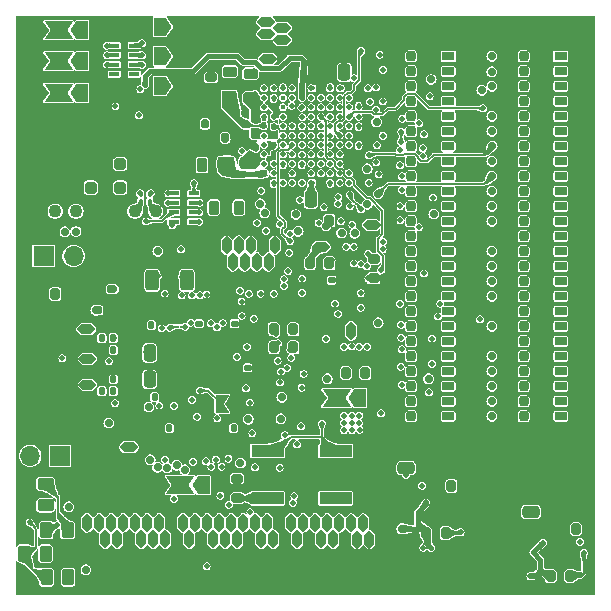
<source format=gbl>
%TF.GenerationSoftware,KiCad,Pcbnew,7.0.10*%
%TF.CreationDate,2024-04-14T10:11:16-07:00*%
%TF.ProjectId,ez_usb_dev_board,657a5f75-7362-45f6-9465-765f626f6172,rev?*%
%TF.SameCoordinates,Original*%
%TF.FileFunction,Copper,L8,Bot*%
%TF.FilePolarity,Positive*%
%FSLAX46Y46*%
G04 Gerber Fmt 4.6, Leading zero omitted, Abs format (unit mm)*
G04 Created by KiCad (PCBNEW 7.0.10) date 2024-04-14 10:11:16*
%MOMM*%
%LPD*%
G01*
G04 APERTURE LIST*
G04 Aperture macros list*
%AMRoundRect*
0 Rectangle with rounded corners*
0 $1 Rounding radius*
0 $2 $3 $4 $5 $6 $7 $8 $9 X,Y pos of 4 corners*
0 Add a 4 corners polygon primitive as box body*
4,1,4,$2,$3,$4,$5,$6,$7,$8,$9,$2,$3,0*
0 Add four circle primitives for the rounded corners*
1,1,$1+$1,$2,$3*
1,1,$1+$1,$4,$5*
1,1,$1+$1,$6,$7*
1,1,$1+$1,$8,$9*
0 Add four rect primitives between the rounded corners*
20,1,$1+$1,$2,$3,$4,$5,0*
20,1,$1+$1,$4,$5,$6,$7,0*
20,1,$1+$1,$6,$7,$8,$9,0*
20,1,$1+$1,$8,$9,$2,$3,0*%
%AMFreePoly0*
4,1,15,-0.584200,0.000000,0.000000,0.584200,0.350520,0.584200,0.439945,0.566412,0.515757,0.515757,0.566412,0.439945,0.584200,0.350520,0.584200,0.000000,0.000000,-0.584200,-0.350520,-0.584200,-0.439945,-0.566412,-0.515757,-0.515757,-0.566412,-0.439945,-0.584200,-0.350520,-0.584200,0.000000,-0.584200,0.000000,$1*%
%AMFreePoly1*
4,1,15,-0.584200,0.350520,-0.566412,0.439945,-0.515757,0.515757,-0.439945,0.566412,-0.350520,0.584200,0.000000,0.584200,0.584200,0.000000,0.584200,-0.350520,0.566412,-0.439945,0.515757,-0.515757,0.439945,-0.566412,0.350520,-0.584200,0.000000,-0.584200,-0.584200,0.000000,-0.584200,0.350520,-0.584200,0.350520,$1*%
%AMFreePoly2*
4,1,6,1.000000,0.000000,0.500000,-0.750000,-0.500000,-0.750000,-0.500000,0.750000,0.500000,0.750000,1.000000,0.000000,1.000000,0.000000,$1*%
%AMFreePoly3*
4,1,7,0.700000,0.000000,1.200000,-0.750000,-1.200000,-0.750000,-0.700000,0.000000,-1.200000,0.750000,1.200000,0.750000,0.700000,0.000000,0.700000,0.000000,$1*%
%AMFreePoly4*
4,1,6,0.500000,-0.750000,-0.650000,-0.750000,-0.150000,0.000000,-0.650000,0.750000,0.500000,0.750000,0.500000,-0.750000,0.500000,-0.750000,$1*%
G04 Aperture macros list end*
%TA.AperFunction,ComponentPad*%
%ADD10FreePoly0,135.000000*%
%TD*%
%TA.AperFunction,ComponentPad*%
%ADD11R,1.100000X0.750000*%
%TD*%
%TA.AperFunction,ComponentPad*%
%ADD12RoundRect,0.187500X-0.362500X-0.187500X0.362500X-0.187500X0.362500X0.187500X-0.362500X0.187500X0*%
%TD*%
%TA.AperFunction,ComponentPad*%
%ADD13RoundRect,0.187500X0.362500X0.187500X-0.362500X0.187500X-0.362500X-0.187500X0.362500X-0.187500X0*%
%TD*%
%TA.AperFunction,ComponentPad*%
%ADD14RoundRect,0.250000X-0.250000X0.250000X-0.250000X-0.250000X0.250000X-0.250000X0.250000X0.250000X0*%
%TD*%
%TA.AperFunction,ComponentPad*%
%ADD15RoundRect,0.250000X0.250000X-0.250000X0.250000X0.250000X-0.250000X0.250000X-0.250000X-0.250000X0*%
%TD*%
%TA.AperFunction,ComponentPad*%
%ADD16C,1.100000*%
%TD*%
%TA.AperFunction,ComponentPad*%
%ADD17RoundRect,0.275000X-0.275000X-0.275000X0.275000X-0.275000X0.275000X0.275000X-0.275000X0.275000X0*%
%TD*%
%TA.AperFunction,ComponentPad*%
%ADD18RoundRect,0.750000X0.750000X-0.750000X0.750000X0.750000X-0.750000X0.750000X-0.750000X-0.750000X0*%
%TD*%
%TA.AperFunction,ComponentPad*%
%ADD19RoundRect,0.750000X-0.750000X0.750000X-0.750000X-0.750000X0.750000X-0.750000X0.750000X0.750000X0*%
%TD*%
%TA.AperFunction,ComponentPad*%
%ADD20FreePoly0,45.000000*%
%TD*%
%TA.AperFunction,ComponentPad*%
%ADD21R,1.700000X1.700000*%
%TD*%
%TA.AperFunction,ComponentPad*%
%ADD22O,1.700000X1.700000*%
%TD*%
%TA.AperFunction,ComponentPad*%
%ADD23FreePoly0,225.000000*%
%TD*%
%TA.AperFunction,SMDPad,CuDef*%
%ADD24R,0.900000X0.400000*%
%TD*%
%TA.AperFunction,ComponentPad*%
%ADD25FreePoly0,315.000000*%
%TD*%
%TA.AperFunction,ComponentPad*%
%ADD26FreePoly1,135.000000*%
%TD*%
%TA.AperFunction,ComponentPad*%
%ADD27RoundRect,0.375000X0.375000X-0.875000X0.375000X0.875000X-0.375000X0.875000X-0.375000X-0.875000X0*%
%TD*%
%TA.AperFunction,ComponentPad*%
%ADD28RoundRect,0.200000X-1.300000X0.300000X-1.300000X-0.300000X1.300000X-0.300000X1.300000X0.300000X0*%
%TD*%
%TA.AperFunction,ComponentPad*%
%ADD29RoundRect,0.375000X-0.375000X0.875000X-0.375000X-0.875000X0.375000X-0.875000X0.375000X0.875000X0*%
%TD*%
%TA.AperFunction,SMDPad,CuDef*%
%ADD30RoundRect,0.140000X-0.140000X-0.170000X0.140000X-0.170000X0.140000X0.170000X-0.140000X0.170000X0*%
%TD*%
%TA.AperFunction,SMDPad,CuDef*%
%ADD31RoundRect,0.100000X-0.100000X0.130000X-0.100000X-0.130000X0.100000X-0.130000X0.100000X0.130000X0*%
%TD*%
%TA.AperFunction,SMDPad,CuDef*%
%ADD32RoundRect,0.200000X0.200000X0.219100X-0.200000X0.219100X-0.200000X-0.219100X0.200000X-0.219100X0*%
%TD*%
%TA.AperFunction,SMDPad,CuDef*%
%ADD33RoundRect,0.250000X-0.475000X0.250000X-0.475000X-0.250000X0.475000X-0.250000X0.475000X0.250000X0*%
%TD*%
%TA.AperFunction,SMDPad,CuDef*%
%ADD34FreePoly2,180.000000*%
%TD*%
%TA.AperFunction,SMDPad,CuDef*%
%ADD35FreePoly3,180.000000*%
%TD*%
%TA.AperFunction,SMDPad,CuDef*%
%ADD36FreePoly2,0.000000*%
%TD*%
%TA.AperFunction,ComponentPad*%
%ADD37FreePoly1,315.000000*%
%TD*%
%TA.AperFunction,SMDPad,CuDef*%
%ADD38FreePoly4,0.000000*%
%TD*%
%TA.AperFunction,SMDPad,CuDef*%
%ADD39RoundRect,0.100000X0.100000X-0.130000X0.100000X0.130000X-0.100000X0.130000X-0.100000X-0.130000X0*%
%TD*%
%TA.AperFunction,SMDPad,CuDef*%
%ADD40RoundRect,0.140000X0.140000X0.170000X-0.140000X0.170000X-0.140000X-0.170000X0.140000X-0.170000X0*%
%TD*%
%TA.AperFunction,SMDPad,CuDef*%
%ADD41RoundRect,0.200000X0.200000X0.275000X-0.200000X0.275000X-0.200000X-0.275000X0.200000X-0.275000X0*%
%TD*%
%TA.AperFunction,SMDPad,CuDef*%
%ADD42RoundRect,0.200000X-0.200000X-0.275000X0.200000X-0.275000X0.200000X0.275000X-0.200000X0.275000X0*%
%TD*%
%TA.AperFunction,SMDPad,CuDef*%
%ADD43RoundRect,0.250000X-0.250000X-0.475000X0.250000X-0.475000X0.250000X0.475000X-0.250000X0.475000X0*%
%TD*%
%TA.AperFunction,SMDPad,CuDef*%
%ADD44RoundRect,0.250000X-0.262500X-0.450000X0.262500X-0.450000X0.262500X0.450000X-0.262500X0.450000X0*%
%TD*%
%TA.AperFunction,SMDPad,CuDef*%
%ADD45RoundRect,0.250000X0.450000X-0.262500X0.450000X0.262500X-0.450000X0.262500X-0.450000X-0.262500X0*%
%TD*%
%TA.AperFunction,ComponentPad*%
%ADD46FreePoly1,225.000000*%
%TD*%
%TA.AperFunction,SMDPad,CuDef*%
%ADD47RoundRect,0.147500X-0.147500X-0.172500X0.147500X-0.172500X0.147500X0.172500X-0.147500X0.172500X0*%
%TD*%
%TA.AperFunction,SMDPad,CuDef*%
%ADD48RoundRect,0.140000X0.170000X-0.140000X0.170000X0.140000X-0.170000X0.140000X-0.170000X-0.140000X0*%
%TD*%
%TA.AperFunction,SMDPad,CuDef*%
%ADD49RoundRect,0.100000X0.021213X0.162635X-0.162635X-0.021213X-0.021213X-0.162635X0.162635X0.021213X0*%
%TD*%
%TA.AperFunction,SMDPad,CuDef*%
%ADD50R,0.762000X0.203200*%
%TD*%
%TA.AperFunction,SMDPad,CuDef*%
%ADD51RoundRect,0.140000X-0.170000X0.140000X-0.170000X-0.140000X0.170000X-0.140000X0.170000X0.140000X0*%
%TD*%
%TA.AperFunction,SMDPad,CuDef*%
%ADD52RoundRect,0.100000X-0.130000X-0.100000X0.130000X-0.100000X0.130000X0.100000X-0.130000X0.100000X0*%
%TD*%
%TA.AperFunction,SMDPad,CuDef*%
%ADD53RoundRect,0.250000X-0.312500X-0.625000X0.312500X-0.625000X0.312500X0.625000X-0.312500X0.625000X0*%
%TD*%
%TA.AperFunction,SMDPad,CuDef*%
%ADD54RoundRect,0.250000X0.262500X0.450000X-0.262500X0.450000X-0.262500X-0.450000X0.262500X-0.450000X0*%
%TD*%
%TA.AperFunction,SMDPad,CuDef*%
%ADD55RoundRect,0.218750X0.218750X0.381250X-0.218750X0.381250X-0.218750X-0.381250X0.218750X-0.381250X0*%
%TD*%
%TA.AperFunction,SMDPad,CuDef*%
%ADD56RoundRect,0.250000X0.475000X-0.250000X0.475000X0.250000X-0.475000X0.250000X-0.475000X-0.250000X0*%
%TD*%
%TA.AperFunction,SMDPad,CuDef*%
%ADD57RoundRect,0.200000X-0.275000X0.200000X-0.275000X-0.200000X0.275000X-0.200000X0.275000X0.200000X0*%
%TD*%
%TA.AperFunction,ComponentPad*%
%ADD58FreePoly1,45.000000*%
%TD*%
%TA.AperFunction,SMDPad,CuDef*%
%ADD59FreePoly3,0.000000*%
%TD*%
%TA.AperFunction,SMDPad,CuDef*%
%ADD60RoundRect,0.218750X-0.218750X-0.381250X0.218750X-0.381250X0.218750X0.381250X-0.218750X0.381250X0*%
%TD*%
%TA.AperFunction,SMDPad,CuDef*%
%ADD61RoundRect,0.218750X-0.381250X0.218750X-0.381250X-0.218750X0.381250X-0.218750X0.381250X0.218750X0*%
%TD*%
%TA.AperFunction,SMDPad,CuDef*%
%ADD62FreePoly4,180.000000*%
%TD*%
%TA.AperFunction,SMDPad,CuDef*%
%ADD63RoundRect,0.250000X0.250000X0.475000X-0.250000X0.475000X-0.250000X-0.475000X0.250000X-0.475000X0*%
%TD*%
%TA.AperFunction,SMDPad,CuDef*%
%ADD64R,2.750000X1.000000*%
%TD*%
%TA.AperFunction,ViaPad*%
%ADD65C,0.460000*%
%TD*%
%TA.AperFunction,ViaPad*%
%ADD66C,0.700000*%
%TD*%
%TA.AperFunction,ViaPad*%
%ADD67C,0.800000*%
%TD*%
%TA.AperFunction,ViaPad*%
%ADD68C,0.450000*%
%TD*%
%TA.AperFunction,Conductor*%
%ADD69C,0.152400*%
%TD*%
%TA.AperFunction,Conductor*%
%ADD70C,0.381000*%
%TD*%
%TA.AperFunction,Conductor*%
%ADD71C,0.127000*%
%TD*%
%TA.AperFunction,Conductor*%
%ADD72C,0.254000*%
%TD*%
%TA.AperFunction,Conductor*%
%ADD73C,0.200000*%
%TD*%
G04 APERTURE END LIST*
D10*
%TO.P,CTL8,1,1*%
%TO.N,/GPIF.CTL8*%
X215623153Y-63169800D03*
%TD*%
D11*
%TO.P,J2,1,Pin_1*%
%TO.N,Net-(J2-Pin_1)*%
X231615000Y-48895000D03*
D12*
%TO.P,J2,2,Pin_2*%
%TO.N,GND*%
X233205000Y-48895000D03*
D13*
%TO.P,J2,3,Pin_3*%
%TO.N,Net-(J2-Pin_3)*%
X231615000Y-50165000D03*
D12*
%TO.P,J2,4,Pin_4*%
%TO.N,GND*%
X233205000Y-50165000D03*
D13*
%TO.P,J2,5,Pin_5*%
%TO.N,Net-(J2-Pin_5)*%
X231615000Y-51435000D03*
D12*
%TO.P,J2,6,Pin_6*%
%TO.N,GND*%
X233205000Y-51435000D03*
D13*
%TO.P,J2,7,Pin_7*%
%TO.N,Net-(J2-Pin_7)*%
X231615000Y-52705000D03*
D12*
%TO.P,J2,8,Pin_8*%
%TO.N,GND*%
X233205000Y-52705000D03*
D13*
%TO.P,J2,9,Pin_9*%
%TO.N,Net-(J2-Pin_9)*%
X231615000Y-53975000D03*
D12*
%TO.P,J2,10,Pin_10*%
%TO.N,GND*%
X233205000Y-53975000D03*
D13*
%TO.P,J2,11,Pin_11*%
%TO.N,Net-(J2-Pin_11)*%
X231615000Y-55245000D03*
D12*
%TO.P,J2,12,Pin_12*%
%TO.N,GND*%
X233205000Y-55245000D03*
D13*
%TO.P,J2,13,Pin_13*%
%TO.N,Net-(J2-Pin_13)*%
X231615000Y-56515000D03*
D12*
%TO.P,J2,14,Pin_14*%
%TO.N,GND*%
X233205000Y-56515000D03*
D13*
%TO.P,J2,15,Pin_15*%
%TO.N,Net-(J2-Pin_15)*%
X231615000Y-57785000D03*
D12*
%TO.P,J2,16,Pin_16*%
%TO.N,GND*%
X233205000Y-57785000D03*
D13*
%TO.P,J2,17,Pin_17*%
%TO.N,Net-(J2-Pin_17)*%
X231615000Y-59055000D03*
D12*
%TO.P,J2,18,Pin_18*%
%TO.N,GND*%
X233205000Y-59055000D03*
D13*
%TO.P,J2,19,Pin_19*%
%TO.N,Net-(J2-Pin_19)*%
X231615000Y-60325000D03*
D12*
%TO.P,J2,20,Pin_20*%
%TO.N,GND*%
X233205000Y-60325000D03*
D13*
%TO.P,J2,21,Pin_21*%
%TO.N,Net-(J2-Pin_21)*%
X231615000Y-61595000D03*
D12*
%TO.P,J2,22,Pin_22*%
%TO.N,GND*%
X233205000Y-61595000D03*
D13*
%TO.P,J2,23,Pin_23*%
%TO.N,Net-(J2-Pin_23)*%
X231615000Y-62865000D03*
D12*
%TO.P,J2,24,Pin_24*%
%TO.N,GND*%
X233205000Y-62865000D03*
D13*
%TO.P,J2,25,Pin_25*%
%TO.N,Net-(J2-Pin_25)*%
X231615000Y-64135000D03*
D12*
%TO.P,J2,26,Pin_26*%
%TO.N,GND*%
X233205000Y-64135000D03*
D13*
%TO.P,J2,27,Pin_27*%
%TO.N,Net-(J2-Pin_27)*%
X231615000Y-65405000D03*
D12*
%TO.P,J2,28,Pin_28*%
%TO.N,GND*%
X233205000Y-65405000D03*
D13*
%TO.P,J2,29,Pin_29*%
%TO.N,Net-(J2-Pin_29)*%
X231615000Y-66675000D03*
D12*
%TO.P,J2,30,Pin_30*%
%TO.N,GND*%
X233205000Y-66675000D03*
D13*
%TO.P,J2,31,Pin_31*%
%TO.N,Net-(J2-Pin_31)*%
X231615000Y-67945000D03*
D12*
%TO.P,J2,32,Pin_32*%
%TO.N,GND*%
X233205000Y-67945000D03*
D13*
%TO.P,J2,33,Pin_33*%
%TO.N,Net-(J2-Pin_33)*%
X231615000Y-69215000D03*
D12*
%TO.P,J2,34,Pin_34*%
%TO.N,GND*%
X233205000Y-69215000D03*
D13*
%TO.P,J2,35,Pin_35*%
%TO.N,Net-(J2-Pin_35)*%
X231615000Y-70485000D03*
D12*
%TO.P,J2,36,Pin_36*%
%TO.N,GND*%
X233205000Y-70485000D03*
D13*
%TO.P,J2,37,Pin_37*%
%TO.N,Net-(J2-Pin_37)*%
X231615000Y-71755000D03*
D12*
%TO.P,J2,38,Pin_38*%
%TO.N,GND*%
X233205000Y-71755000D03*
D13*
%TO.P,J2,39,Pin_39*%
%TO.N,Net-(J2-Pin_39)*%
X231615000Y-73025000D03*
D12*
%TO.P,J2,40,Pin_40*%
%TO.N,GND*%
X233205000Y-73025000D03*
D13*
%TO.P,J2,41,Pin_41*%
%TO.N,Net-(J2-Pin_41)*%
X231615000Y-74295000D03*
D12*
%TO.P,J2,42,Pin_42*%
%TO.N,GND*%
X233205000Y-74295000D03*
D13*
%TO.P,J2,43,Pin_43*%
%TO.N,Net-(J2-Pin_43)*%
X231615000Y-75565000D03*
D12*
%TO.P,J2,44,Pin_44*%
%TO.N,GND*%
X233205000Y-75565000D03*
D13*
%TO.P,J2,45,Pin_45*%
%TO.N,Net-(J2-Pin_45)*%
X231615000Y-76835000D03*
D12*
%TO.P,J2,46,Pin_46*%
%TO.N,GND*%
X233205000Y-76835000D03*
D13*
%TO.P,J2,47,Pin_47*%
%TO.N,Net-(J2-Pin_47)*%
X231615000Y-78105000D03*
D12*
%TO.P,J2,48,Pin_48*%
%TO.N,GND*%
X233205000Y-78105000D03*
D13*
%TO.P,J2,49,Pin_49*%
%TO.N,Net-(J2-Pin_49)*%
X231615000Y-79375000D03*
D12*
%TO.P,J2,50,Pin_50*%
%TO.N,GND*%
X233205000Y-79375000D03*
%TD*%
D11*
%TO.P,J1,1,Pin_1*%
%TO.N,Net-(J1-Pin_1)*%
X222090000Y-48895000D03*
D12*
%TO.P,J1,2,Pin_2*%
%TO.N,GND*%
X223680000Y-48895000D03*
D13*
%TO.P,J1,3,Pin_3*%
%TO.N,Net-(J1-Pin_3)*%
X222090000Y-50165000D03*
D12*
%TO.P,J1,4,Pin_4*%
%TO.N,GND*%
X223680000Y-50165000D03*
D13*
%TO.P,J1,5,Pin_5*%
%TO.N,Net-(J1-Pin_5)*%
X222090000Y-51435000D03*
D12*
%TO.P,J1,6,Pin_6*%
%TO.N,GND*%
X223680000Y-51435000D03*
D13*
%TO.P,J1,7,Pin_7*%
%TO.N,Net-(J1-Pin_7)*%
X222090000Y-52705000D03*
D12*
%TO.P,J1,8,Pin_8*%
%TO.N,GND*%
X223680000Y-52705000D03*
D13*
%TO.P,J1,9,Pin_9*%
%TO.N,Net-(J1-Pin_9)*%
X222090000Y-53975000D03*
D12*
%TO.P,J1,10,Pin_10*%
%TO.N,GND*%
X223680000Y-53975000D03*
D13*
%TO.P,J1,11,Pin_11*%
%TO.N,Net-(J1-Pin_11)*%
X222090000Y-55245000D03*
D12*
%TO.P,J1,12,Pin_12*%
%TO.N,GND*%
X223680000Y-55245000D03*
D13*
%TO.P,J1,13,Pin_13*%
%TO.N,Net-(J1-Pin_13)*%
X222090000Y-56515000D03*
D12*
%TO.P,J1,14,Pin_14*%
%TO.N,GND*%
X223680000Y-56515000D03*
D13*
%TO.P,J1,15,Pin_15*%
%TO.N,Net-(J1-Pin_15)*%
X222090000Y-57785000D03*
D12*
%TO.P,J1,16,Pin_16*%
%TO.N,GND*%
X223680000Y-57785000D03*
D13*
%TO.P,J1,17,Pin_17*%
%TO.N,Net-(J1-Pin_17)*%
X222090000Y-59055000D03*
D12*
%TO.P,J1,18,Pin_18*%
%TO.N,GND*%
X223680000Y-59055000D03*
D13*
%TO.P,J1,19,Pin_19*%
%TO.N,Net-(J1-Pin_19)*%
X222090000Y-60325000D03*
D12*
%TO.P,J1,20,Pin_20*%
%TO.N,GND*%
X223680000Y-60325000D03*
D13*
%TO.P,J1,21,Pin_21*%
%TO.N,Net-(J1-Pin_21)*%
X222090000Y-61595000D03*
D12*
%TO.P,J1,22,Pin_22*%
%TO.N,GND*%
X223680000Y-61595000D03*
D13*
%TO.P,J1,23,Pin_23*%
%TO.N,Net-(J1-Pin_23)*%
X222090000Y-62865000D03*
D12*
%TO.P,J1,24,Pin_24*%
%TO.N,GND*%
X223680000Y-62865000D03*
D13*
%TO.P,J1,25,Pin_25*%
%TO.N,Net-(J1-Pin_25)*%
X222090000Y-64135000D03*
D12*
%TO.P,J1,26,Pin_26*%
%TO.N,GND*%
X223680000Y-64135000D03*
D13*
%TO.P,J1,27,Pin_27*%
%TO.N,Net-(J1-Pin_27)*%
X222090000Y-65405000D03*
D12*
%TO.P,J1,28,Pin_28*%
%TO.N,GND*%
X223680000Y-65405000D03*
D13*
%TO.P,J1,29,Pin_29*%
%TO.N,Net-(J1-Pin_29)*%
X222090000Y-66675000D03*
D12*
%TO.P,J1,30,Pin_30*%
%TO.N,GND*%
X223680000Y-66675000D03*
D13*
%TO.P,J1,31,Pin_31*%
%TO.N,Net-(J1-Pin_31)*%
X222090000Y-67945000D03*
D12*
%TO.P,J1,32,Pin_32*%
%TO.N,GND*%
X223680000Y-67945000D03*
D13*
%TO.P,J1,33,Pin_33*%
%TO.N,Net-(J1-Pin_33)*%
X222090000Y-69215000D03*
D12*
%TO.P,J1,34,Pin_34*%
%TO.N,GND*%
X223680000Y-69215000D03*
D13*
%TO.P,J1,35,Pin_35*%
%TO.N,Net-(J1-Pin_35)*%
X222090000Y-70485000D03*
D12*
%TO.P,J1,36,Pin_36*%
%TO.N,GND*%
X223680000Y-70485000D03*
D13*
%TO.P,J1,37,Pin_37*%
%TO.N,Net-(J1-Pin_37)*%
X222090000Y-71755000D03*
D12*
%TO.P,J1,38,Pin_38*%
%TO.N,GND*%
X223680000Y-71755000D03*
D13*
%TO.P,J1,39,Pin_39*%
%TO.N,Net-(J1-Pin_39)*%
X222090000Y-73025000D03*
D12*
%TO.P,J1,40,Pin_40*%
%TO.N,GND*%
X223680000Y-73025000D03*
D13*
%TO.P,J1,41,Pin_41*%
%TO.N,Net-(J1-Pin_41)*%
X222090000Y-74295000D03*
D12*
%TO.P,J1,42,Pin_42*%
%TO.N,GND*%
X223680000Y-74295000D03*
D13*
%TO.P,J1,43,Pin_43*%
%TO.N,Net-(J1-Pin_43)*%
X222090000Y-75565000D03*
D12*
%TO.P,J1,44,Pin_44*%
%TO.N,GND*%
X223680000Y-75565000D03*
D13*
%TO.P,J1,45,Pin_45*%
%TO.N,Net-(J1-Pin_45)*%
X222090000Y-76835000D03*
D12*
%TO.P,J1,46,Pin_46*%
%TO.N,GND*%
X223680000Y-76835000D03*
D13*
%TO.P,J1,47,Pin_47*%
%TO.N,Net-(J1-Pin_47)*%
X222090000Y-78105000D03*
D12*
%TO.P,J1,48,Pin_48*%
%TO.N,GND*%
X223680000Y-78105000D03*
D13*
%TO.P,J1,49,Pin_49*%
%TO.N,Net-(J1-Pin_49)*%
X222090000Y-79375000D03*
D12*
%TO.P,J1,50,Pin_50*%
%TO.N,GND*%
X223680000Y-79375000D03*
%TD*%
D14*
%TO.P,USB3_B1,1,VBUS*%
%TO.N,Net-(USB3_B1-VBUS)*%
X191830000Y-60010000D03*
D15*
%TO.P,USB3_B1,2,D-*%
%TO.N,USB_D-*%
X194320000Y-60010000D03*
%TO.P,USB3_B1,3,D+*%
%TO.N,USB_D+*%
X194320000Y-58010000D03*
D14*
%TO.P,USB3_B1,4,GND*%
%TO.N,GND*%
X191830000Y-58020000D03*
D16*
%TO.P,USB3_B1,5,SSTX-*%
%TO.N,SSTXN*%
X197320000Y-62010000D03*
%TO.P,USB3_B1,6,SSTX+*%
%TO.N,SSTXP*%
X195570000Y-62010000D03*
D17*
%TO.P,USB3_B1,7,DRAIN*%
%TO.N,GND*%
X193070000Y-62010000D03*
D16*
%TO.P,USB3_B1,8,SSRX-*%
%TO.N,SSRXN*%
X190570000Y-62010000D03*
%TO.P,USB3_B1,9,SSRX+*%
%TO.N,SSRXP*%
X188820000Y-62010000D03*
D18*
%TO.P,USB3_B1,10,SHIELD*%
%TO.N,GND*%
X198600000Y-55300000D03*
D19*
X187600000Y-55300000D03*
%TD*%
D20*
%TO.P,BDBUS4,1,1*%
%TO.N,/BDBUS4*%
X206756000Y-88394553D03*
%TD*%
%TO.P,ACBUS6,1,1*%
%TO.N,/ACBUS6*%
X202692000Y-88392000D03*
%TD*%
%TO.P,BCBUS2,1,1*%
%TO.N,/BCBUS2*%
X211836000Y-88394553D03*
%TD*%
D10*
%TO.P,TPD-1,1,1*%
%TO.N,/MICRO_USB_D-*%
X191548553Y-74500000D03*
%TD*%
D20*
%TO.P,BCBUS6,1,1*%
%TO.N,/BCBUS6*%
X214884000Y-88421553D03*
%TD*%
%TO.P,ACBUS4,1,1*%
%TO.N,/ACBUS4*%
X200660000Y-88394553D03*
%TD*%
D21*
%TO.P,V5_SEL_MICRO1,1,A*%
%TO.N,Net-(MICRO_USB1-VBUS)*%
X189235000Y-82726000D03*
D22*
%TO.P,V5_SEL_MICRO1,2,B*%
%TO.N,+5V*%
X186695000Y-82726000D03*
%TD*%
D23*
%TO.P,ACBUS3,1,1*%
%TO.N,/ACBUS3*%
X200152000Y-89789000D03*
%TD*%
D24*
%TO.P,RN2,8,R1.2*%
%TO.N,Net-(RN2A-R1.2)*%
X200550000Y-62900000D03*
%TO.P,RN2,7,R2.2*%
%TO.N,+3.3V*%
X200550000Y-62100000D03*
%TO.P,RN2,6,R3.2*%
X200550000Y-61300000D03*
%TO.P,RN2,5,R4.2*%
X200550000Y-60500000D03*
%TO.P,RN2,4,R4.1*%
%TO.N,Net-(RN2D-R4.1)*%
X198850000Y-60500000D03*
%TO.P,RN2,3,R3.1*%
%TO.N,Net-(RN2C-R3.1)*%
X198850000Y-61300000D03*
%TO.P,RN2,2,R2.1*%
%TO.N,Net-(RN2B-R2.1)*%
X198850000Y-62100000D03*
%TO.P,RN2,1,R1.1*%
%TO.N,+3.3V*%
X198850000Y-62900000D03*
%TD*%
D23*
%TO.P,BDBUS5,1,1*%
%TO.N,/BDBUS5*%
X207264000Y-89786447D03*
%TD*%
%TO.P,3V3_9,1,1*%
%TO.N,+3.3V*%
X214376000Y-89813447D03*
%TD*%
%TO.P,BCBUS7,1,1*%
%TO.N,/BCBUS7*%
X215392000Y-89813447D03*
%TD*%
%TO.P,GND10,1,1*%
%TO.N,GND*%
X210312000Y-89786447D03*
%TD*%
%TO.P,GND5,1,1*%
%TO.N,GND*%
X195072000Y-89786447D03*
%TD*%
D20*
%TO.P,WC1,1,1*%
%TO.N,Net-(U4-~{WC})*%
X213868000Y-72138553D03*
%TD*%
%TO.P,ADBUS5,1,1*%
%TO.N,/ADBUS5*%
X195580000Y-88394553D03*
%TD*%
%TO.P,ACBUS2,1,1*%
%TO.N,/ACBUS2*%
X199644000Y-88394553D03*
%TD*%
D23*
%TO.P,BDBUS7,1,1*%
%TO.N,/BDBUS7*%
X209296000Y-89786447D03*
%TD*%
D20*
%TO.P,ADBUS0,1,1*%
%TO.N,/ADBUS0*%
X191516000Y-88392000D03*
%TD*%
D23*
%TO.P,3V3_3,1,1*%
%TO.N,+3.3V*%
X202184000Y-89786447D03*
%TD*%
%TO.P,GND3,1,1*%
%TO.N,GND*%
X192024000Y-89786447D03*
%TD*%
D20*
%TO.P,ACBUS0,1,1*%
%TO.N,/ACBUS0*%
X197612000Y-88394553D03*
%TD*%
D23*
%TO.P,GND11,1,1*%
%TO.N,GND*%
X213360000Y-89813447D03*
%TD*%
D21*
%TO.P,V5_SEL_3.0B1,1,A*%
%TO.N,Net-(USB3_B1-VBUS)*%
X187825000Y-65800000D03*
D22*
%TO.P,V5_SEL_3.0B1,2,B*%
%TO.N,+5V*%
X190365000Y-65800000D03*
%TD*%
D23*
%TO.P,GND7,1,1*%
%TO.N,GND*%
X201168000Y-89786447D03*
%TD*%
D20*
%TO.P,BDBUS0,1,1*%
%TO.N,/BDBUS0*%
X203708000Y-88394553D03*
%TD*%
D23*
%TO.P,3V3_6,1,1*%
%TO.N,+3.3V*%
X193040000Y-89786447D03*
%TD*%
D25*
%TO.P,CIN1,1,1*%
%TO.N,Net-(IC1-CLKIN)*%
X206800000Y-49100000D03*
%TD*%
D23*
%TO.P,ACBUS1,1,1*%
%TO.N,/ACBUS1*%
X198120000Y-89786447D03*
%TD*%
D20*
%TO.P,ACBUS5,1,1*%
%TO.N,/ACBUS5*%
X201676000Y-88394553D03*
%TD*%
D23*
%TO.P,3V3_8,1,1*%
%TO.N,+3.3V*%
X211328000Y-89786447D03*
%TD*%
D10*
%TO.P,OTG_ID1,1,1*%
%TO.N,Net-(IC1-OTG_ID)*%
X206654106Y-45976000D03*
%TD*%
D20*
%TO.P,ADBUS2,1,1*%
%TO.N,/ADBUS2*%
X193548000Y-88394553D03*
%TD*%
%TO.P,BCBUS5,1,1*%
%TO.N,/BCBUS5*%
X213868000Y-88421553D03*
%TD*%
%TO.P,BCBUS0,1,1*%
%TO.N,/BCBUS0*%
X209804000Y-88394553D03*
%TD*%
D23*
%TO.P,3V3_1,1,1*%
%TO.N,+3.3V*%
X196088000Y-89786447D03*
%TD*%
%TO.P,3V3_4,1,1*%
%TO.N,+3.3V*%
X206248000Y-89786447D03*
%TD*%
%TO.P,ADBUS7,1,1*%
%TO.N,/ADBUS7*%
X197104000Y-89786447D03*
%TD*%
D10*
%TO.P,3V3_10,1,1*%
%TO.N,+3.3V*%
X208048553Y-47500000D03*
%TD*%
D20*
%TO.P,BCBUS1,1,1*%
%TO.N,/BCBUS1*%
X210820000Y-88394553D03*
%TD*%
%TO.P,ADBUS4,1,1*%
%TO.N,/ADBUS4*%
X194564000Y-88394553D03*
%TD*%
%TO.P,ADBUS6,1,1*%
%TO.N,/ADBUS6*%
X196596000Y-88394553D03*
%TD*%
D10*
%TO.P,TPD+1,1,1*%
%TO.N,/MICRO_USB_D+*%
X191548553Y-76700000D03*
%TD*%
D20*
%TO.P,BDBUS3,1,1*%
%TO.N,/BDBUS3*%
X205740000Y-88394553D03*
%TD*%
%TO.P,BCBUS4,1,1*%
%TO.N,/BCBUS4*%
X212852000Y-88421553D03*
%TD*%
D23*
%TO.P,BDBUS1,1,1*%
%TO.N,/BDBUS1*%
X204216000Y-89786447D03*
%TD*%
D20*
%TO.P,ADBUS1,1,1*%
%TO.N,/ADBUS1*%
X192532000Y-88394553D03*
%TD*%
D23*
%TO.P,BCBUS3,1,1*%
%TO.N,/BCBUS3*%
X212344000Y-89786447D03*
%TD*%
D25*
%TO.P,CS1,1,1*%
%TO.N,/SPI.SSN*%
X211325447Y-65024000D03*
%TD*%
D10*
%TO.P,O60,1,1*%
%TO.N,Net-(IC1-O[60])*%
X208051106Y-46484000D03*
%TD*%
D23*
%TO.P,ADBUS3,1,1*%
%TO.N,/ADBUS3*%
X194056000Y-89786447D03*
%TD*%
%TO.P,ACBUS7,1,1*%
%TO.N,/ACBUS7*%
X203200000Y-89786447D03*
%TD*%
D10*
%TO.P,CK32,1,1*%
%TO.N,Net-(IC1-CLKIN_32)*%
X206654106Y-46992000D03*
%TD*%
D26*
%TO.P,INT1,1,1*%
%TO.N,Net-(IC1-INT#)*%
X203327000Y-64899553D03*
%TD*%
D20*
%TO.P,BDBUS2,1,1*%
%TO.N,/BDBUS2*%
X204724000Y-88394553D03*
%TD*%
D23*
%TO.P,GND8,1,1*%
%TO.N,GND*%
X205232000Y-89786447D03*
%TD*%
D27*
%TO.P,MICRO_USB1,6,Shield*%
%TO.N,GND*%
X186540000Y-71750000D03*
D28*
X189840000Y-73350000D03*
X189840000Y-78150000D03*
D29*
X186540000Y-79750000D03*
%TD*%
D10*
%TO.P,GND2,1,1*%
%TO.N,GND*%
X206654106Y-48008000D03*
%TD*%
D20*
%TO.P,BDBUS6,1,1*%
%TO.N,/BDBUS6*%
X208788000Y-88394553D03*
%TD*%
D30*
%TO.P,U1C0_7,1*%
%TO.N,GND*%
X196270000Y-77750000D03*
%TO.P,U1C0_7,2*%
%TO.N,FT_VCORE_1v8*%
X197230000Y-77750000D03*
%TD*%
D31*
%TO.P,C9,1*%
%TO.N,+1V2*%
X207300000Y-52480000D03*
%TO.P,C9,2*%
%TO.N,GND*%
X207300000Y-53120000D03*
%TD*%
D32*
%TO.P,R65,1*%
%TO.N,Net-(J1-Pin_5)*%
X218947500Y-51435000D03*
%TO.P,R65,2*%
%TO.N,GND*%
X217297500Y-51435000D03*
%TD*%
D33*
%TO.P,C21,1*%
%TO.N,TXVDDQ*%
X205100000Y-57950000D03*
%TO.P,C21,2*%
%TO.N,GND*%
X205100000Y-59850000D03*
%TD*%
D34*
%TO.P,PMOD_2,1,A*%
%TO.N,+3.3V*%
X191100000Y-52000000D03*
D35*
%TO.P,PMOD_2,2,C*%
%TO.N,PMOD2*%
X189100000Y-52000000D03*
D36*
%TO.P,PMOD_2,3,B*%
%TO.N,GND*%
X187100000Y-52000000D03*
%TD*%
D37*
%TO.P,TDO1,1,1*%
%TO.N,TDO*%
X205867000Y-66294000D03*
%TD*%
D32*
%TO.P,R98,1*%
%TO.N,Net-(J2-Pin_21)*%
X228472500Y-61595000D03*
%TO.P,R98,2*%
%TO.N,GND*%
X226822500Y-61595000D03*
%TD*%
D37*
%TO.P,IO45,1,1*%
%TO.N,Net-(IC1-GPIO[45])*%
X203835000Y-66294000D03*
%TD*%
D31*
%TO.P,C20,1*%
%TO.N,RXVDDQ*%
X206500000Y-58880000D03*
%TO.P,C20,2*%
%TO.N,GND*%
X206500000Y-59520000D03*
%TD*%
D32*
%TO.P,R89,1*%
%TO.N,Net-(J2-Pin_3)*%
X228472500Y-50165000D03*
%TO.P,R89,2*%
%TO.N,GND*%
X226822500Y-50165000D03*
%TD*%
D36*
%TO.P,FSLC_2,1,A*%
%TO.N,FSLC_2*%
X197675000Y-51400000D03*
D38*
%TO.P,FSLC_2,2,B*%
%TO.N,GND*%
X199125000Y-51400000D03*
%TD*%
D26*
%TO.P,3V3_7,1,1*%
%TO.N,+3.3V*%
X205359000Y-64902106D03*
%TD*%
D32*
%TO.P,R84,1*%
%TO.N,Net-(J1-Pin_43)*%
X218947500Y-75565000D03*
%TO.P,R84,2*%
%TO.N,GND*%
X217297500Y-75565000D03*
%TD*%
D39*
%TO.P,C31,1*%
%TO.N,+3.3V*%
X214500000Y-53120000D03*
%TO.P,C31,2*%
%TO.N,GND*%
X214500000Y-52480000D03*
%TD*%
D32*
%TO.P,R99,1*%
%TO.N,Net-(J2-Pin_23)*%
X228472500Y-62865000D03*
%TO.P,R99,2*%
%TO.N,GND*%
X226822500Y-62865000D03*
%TD*%
%TO.P,R103,1*%
%TO.N,Net-(J2-Pin_31)*%
X228472500Y-67945000D03*
%TO.P,R103,2*%
%TO.N,GND*%
X226822500Y-67945000D03*
%TD*%
D40*
%TO.P,C3,1*%
%TO.N,Net-(U1-OSCI)*%
X193480000Y-68600000D03*
%TO.P,C3,2*%
%TO.N,GND*%
X192520000Y-68600000D03*
%TD*%
D24*
%TO.P,RN1,1,R1.1*%
%TO.N,FSLC_0*%
X195500000Y-48000000D03*
%TO.P,RN1,2,R2.1*%
%TO.N,FSLC_1*%
X195500000Y-48800000D03*
%TO.P,RN1,3,R3.1*%
%TO.N,FSLC_2*%
X195500000Y-49600000D03*
%TO.P,RN1,4,R4.1*%
%TO.N,unconnected-(RN1D-R4.1-Pad4)*%
X195500000Y-50400000D03*
%TO.P,RN1,5,R4.2*%
%TO.N,unconnected-(RN1D-R4.2-Pad5)*%
X193800000Y-50400000D03*
%TO.P,RN1,6,R3.2*%
%TO.N,CVDDQ*%
X193800000Y-49600000D03*
%TO.P,RN1,7,R2.2*%
X193800000Y-48800000D03*
%TO.P,RN1,8,R1.2*%
X193800000Y-48000000D03*
%TD*%
D32*
%TO.P,R70,1*%
%TO.N,Net-(J1-Pin_15)*%
X218947500Y-57785000D03*
%TO.P,R70,2*%
%TO.N,GND*%
X217297500Y-57785000D03*
%TD*%
D41*
%TO.P,R6,1*%
%TO.N,/IC3_FB*%
X222361000Y-85255000D03*
%TO.P,R6,2*%
%TO.N,GND*%
X220711000Y-85255000D03*
%TD*%
D32*
%TO.P,R96,1*%
%TO.N,Net-(J2-Pin_17)*%
X228472500Y-59055000D03*
%TO.P,R96,2*%
%TO.N,GND*%
X226822500Y-59055000D03*
%TD*%
D42*
%TO.P,R119,1*%
%TO.N,+3.3V*%
X207328000Y-72009000D03*
%TO.P,R119,2*%
%TO.N,Net-(U3-~{WP})*%
X208978000Y-72009000D03*
%TD*%
D43*
%TO.P,C26,1*%
%TO.N,GND*%
X208550000Y-61000000D03*
%TO.P,C26,2*%
%TO.N,+3.3V*%
X210450000Y-61000000D03*
%TD*%
D44*
%TO.P,R12,1*%
%TO.N,Net-(U1-~{SUSPEND})*%
X188087500Y-93000000D03*
%TO.P,R12,2*%
%TO.N,Net-(D4-A)*%
X189912500Y-93000000D03*
%TD*%
D45*
%TO.P,R10,1*%
%TO.N,Net-(D1-K)*%
X188000000Y-86912500D03*
%TO.P,R10,2*%
%TO.N,Net-(U1-~{PWREN})*%
X188000000Y-85087500D03*
%TD*%
D46*
%TO.P,GND1,1,1*%
%TO.N,GND*%
X191200000Y-79600000D03*
%TD*%
D32*
%TO.P,R72,1*%
%TO.N,Net-(J1-Pin_19)*%
X218947500Y-60325000D03*
%TO.P,R72,2*%
%TO.N,GND*%
X217297500Y-60325000D03*
%TD*%
%TO.P,R93,1*%
%TO.N,Net-(J2-Pin_11)*%
X228472500Y-55245000D03*
%TO.P,R93,2*%
%TO.N,GND*%
X226822500Y-55245000D03*
%TD*%
D47*
%TO.P,L1,1*%
%TO.N,+3.3V*%
X192765000Y-72750000D03*
%TO.P,L1,2*%
%TO.N,VPHY*%
X193735000Y-72750000D03*
%TD*%
D32*
%TO.P,R105,1*%
%TO.N,Net-(J2-Pin_35)*%
X228472500Y-70485000D03*
%TO.P,R105,2*%
%TO.N,GND*%
X226822500Y-70485000D03*
%TD*%
D41*
%TO.P,R4,1*%
%TO.N,/IC3_EN*%
X221861000Y-89255000D03*
%TO.P,R4,2*%
%TO.N,+5V*%
X220211000Y-89255000D03*
%TD*%
D31*
%TO.P,C14,1*%
%TO.N,+1V2*%
X208100000Y-58080000D03*
%TO.P,C14,2*%
%TO.N,GND*%
X208100000Y-58720000D03*
%TD*%
D48*
%TO.P,U3C0_1,1*%
%TO.N,GND*%
X212217000Y-68806000D03*
%TO.P,U3C0_1,2*%
%TO.N,+3.3V*%
X212217000Y-67846000D03*
%TD*%
D49*
%TO.P,C16,1*%
%TO.N,+1V2*%
X209652548Y-53247452D03*
%TO.P,C16,2*%
%TO.N,GND*%
X209200000Y-53700000D03*
%TD*%
D26*
%TO.P,TCK1,1,1*%
%TO.N,TCK*%
X204343000Y-64897000D03*
%TD*%
D34*
%TO.P,PMOD_1,1,A*%
%TO.N,+3.3V*%
X191100000Y-49300000D03*
D35*
%TO.P,PMOD_1,2,C*%
%TO.N,PMOD1*%
X189100000Y-49300000D03*
D36*
%TO.P,PMOD_1,3,B*%
%TO.N,GND*%
X187100000Y-49300000D03*
%TD*%
D31*
%TO.P,C12,1*%
%TO.N,+1V2*%
X214500000Y-56480000D03*
%TO.P,C12,2*%
%TO.N,GND*%
X214500000Y-57120000D03*
%TD*%
D32*
%TO.P,R71,1*%
%TO.N,Net-(J1-Pin_17)*%
X218947500Y-59055000D03*
%TO.P,R71,2*%
%TO.N,GND*%
X217297500Y-59055000D03*
%TD*%
D42*
%TO.P,R115,1*%
%TO.N,+3.3V*%
X207328000Y-73533000D03*
%TO.P,R115,2*%
%TO.N,SCL*%
X208978000Y-73533000D03*
%TD*%
D37*
%TO.P,TDI1,1,1*%
%TO.N,TDI*%
X204851000Y-66294000D03*
%TD*%
D30*
%TO.P,U1C0_4,1*%
%TO.N,GND*%
X202974000Y-80391000D03*
%TO.P,U1C0_4,2*%
%TO.N,+3.3V*%
X203934000Y-80391000D03*
%TD*%
D32*
%TO.P,R90,1*%
%TO.N,Net-(J2-Pin_5)*%
X228472500Y-51435000D03*
%TO.P,R90,2*%
%TO.N,GND*%
X226822500Y-51435000D03*
%TD*%
%TO.P,R88,1*%
%TO.N,Net-(J2-Pin_1)*%
X228472500Y-48895000D03*
%TO.P,R88,2*%
%TO.N,GND*%
X226822500Y-48895000D03*
%TD*%
D40*
%TO.P,C4,1*%
%TO.N,GND*%
X193480000Y-70400000D03*
%TO.P,C4,2*%
%TO.N,Net-(U1-OSCO)*%
X192520000Y-70400000D03*
%TD*%
D50*
%TO.P,NT7,1,1*%
%TO.N,/BCBUS7*%
X198919000Y-71800000D03*
%TO.P,NT7,2,2*%
%TO.N,+3.3V*%
X199681000Y-71800000D03*
%TD*%
D32*
%TO.P,R79,1*%
%TO.N,Net-(J1-Pin_33)*%
X218947500Y-69215000D03*
%TO.P,R79,2*%
%TO.N,GND*%
X217297500Y-69215000D03*
%TD*%
%TO.P,R94,1*%
%TO.N,Net-(J2-Pin_13)*%
X228472500Y-56515000D03*
%TO.P,R94,2*%
%TO.N,GND*%
X226822500Y-56515000D03*
%TD*%
D34*
%TO.P,RST_PUL1,1,A*%
%TO.N,+3.3V*%
X201390000Y-85217000D03*
D35*
%TO.P,RST_PUL1,2,C*%
%TO.N,Net-(RST_PUL1-C)*%
X199390000Y-85217000D03*
D36*
%TO.P,RST_PUL1,3,B*%
%TO.N,GND*%
X197390000Y-85217000D03*
%TD*%
D31*
%TO.P,C28,1*%
%TO.N,+3.3V*%
X209700000Y-58080000D03*
%TO.P,C28,2*%
%TO.N,GND*%
X209700000Y-58720000D03*
%TD*%
D32*
%TO.P,R92,1*%
%TO.N,Net-(J2-Pin_9)*%
X228472500Y-53975000D03*
%TO.P,R92,2*%
%TO.N,GND*%
X226822500Y-53975000D03*
%TD*%
D41*
%TO.P,R2,1*%
%TO.N,/IC2_EN*%
X232412500Y-92900000D03*
%TO.P,R2,2*%
%TO.N,+5V*%
X230762500Y-92900000D03*
%TD*%
D32*
%TO.P,R102,1*%
%TO.N,Net-(J2-Pin_29)*%
X228472500Y-66675000D03*
%TO.P,R102,2*%
%TO.N,GND*%
X226822500Y-66675000D03*
%TD*%
D36*
%TO.P,FSLC_1,1,A*%
%TO.N,FSLC_1*%
X197675000Y-48900000D03*
D38*
%TO.P,FSLC_1,2,B*%
%TO.N,GND*%
X199125000Y-48900000D03*
%TD*%
D51*
%TO.P,C18,1*%
%TO.N,GND*%
X204900000Y-53720000D03*
%TO.P,C18,2*%
%TO.N,AVDD*%
X204900000Y-54680000D03*
%TD*%
D52*
%TO.P,C13,1*%
%TO.N,+1V2*%
X212980000Y-51600000D03*
%TO.P,C13,2*%
%TO.N,GND*%
X213620000Y-51600000D03*
%TD*%
D43*
%TO.P,C8,1*%
%TO.N,+1V2*%
X213300000Y-50250000D03*
%TO.P,C8,2*%
%TO.N,GND*%
X215200000Y-50250000D03*
%TD*%
D53*
%TO.P,R8,1*%
%TO.N,Net-(RN2A-R1.2)*%
X197037500Y-67850000D03*
%TO.P,R8,2*%
%TO.N,Net-(U1-EEDATA)*%
X199962500Y-67850000D03*
%TD*%
D37*
%TO.P,TMS1,1,1*%
%TO.N,TMS*%
X206883000Y-66294000D03*
%TD*%
D32*
%TO.P,R73,1*%
%TO.N,Net-(J1-Pin_21)*%
X218947500Y-61595000D03*
%TO.P,R73,2*%
%TO.N,GND*%
X217297500Y-61595000D03*
%TD*%
D46*
%TO.P,ID1,1,1*%
%TO.N,Net-(MICRO_USB1-ID)*%
X191448553Y-72000000D03*
%TD*%
D48*
%TO.P,U1C0_11,1*%
%TO.N,GND*%
X204000000Y-72480000D03*
%TO.P,U1C0_11,2*%
%TO.N,+3.3V*%
X204000000Y-71520000D03*
%TD*%
D31*
%TO.P,C15,1*%
%TO.N,+1V2*%
X212100000Y-59680000D03*
%TO.P,C15,2*%
%TO.N,GND*%
X212100000Y-60320000D03*
%TD*%
D36*
%TO.P,FSLC_0,1,A*%
%TO.N,FSLC_0*%
X197675000Y-46400000D03*
D38*
%TO.P,FSLC_0,2,B*%
%TO.N,GND*%
X199125000Y-46400000D03*
%TD*%
D32*
%TO.P,R76,1*%
%TO.N,Net-(J1-Pin_27)*%
X218947500Y-65405000D03*
%TO.P,R76,2*%
%TO.N,GND*%
X217297500Y-65405000D03*
%TD*%
%TO.P,R81,1*%
%TO.N,Net-(J1-Pin_37)*%
X218947500Y-71755000D03*
%TO.P,R81,2*%
%TO.N,GND*%
X217297500Y-71755000D03*
%TD*%
%TO.P,R91,1*%
%TO.N,Net-(J2-Pin_7)*%
X228472500Y-52705000D03*
%TO.P,R91,2*%
%TO.N,GND*%
X226822500Y-52705000D03*
%TD*%
D54*
%TO.P,R9,1*%
%TO.N,Net-(U1-~{PWREN})*%
X189865000Y-89000000D03*
%TO.P,R9,2*%
%TO.N,Net-(D2-A)*%
X188040000Y-89000000D03*
%TD*%
D34*
%TO.P,PMOD_0,1,A*%
%TO.N,+3.3V*%
X191100000Y-46700000D03*
D35*
%TO.P,PMOD_0,2,C*%
%TO.N,PMOD0*%
X189100000Y-46700000D03*
D36*
%TO.P,PMOD_0,3,B*%
%TO.N,GND*%
X187100000Y-46700000D03*
%TD*%
D55*
%TO.P,L7,1,1*%
%TO.N,+1V2*%
X204362500Y-61700000D03*
%TO.P,L7,2,2*%
%TO.N,TXVDDQ*%
X202237500Y-61700000D03*
%TD*%
D32*
%TO.P,R87,1*%
%TO.N,Net-(J1-Pin_49)*%
X218947500Y-79375000D03*
%TO.P,R87,2*%
%TO.N,GND*%
X217297500Y-79375000D03*
%TD*%
D31*
%TO.P,C22,1*%
%TO.N,TXVDDQ*%
X207300000Y-56480000D03*
%TO.P,C22,2*%
%TO.N,GND*%
X207300000Y-57120000D03*
%TD*%
D32*
%TO.P,R97,1*%
%TO.N,Net-(J2-Pin_19)*%
X228472500Y-60325000D03*
%TO.P,R97,2*%
%TO.N,GND*%
X226822500Y-60325000D03*
%TD*%
D30*
%TO.P,U1C0_9,1*%
%TO.N,GND*%
X192770000Y-73750000D03*
%TO.P,U1C0_9,2*%
%TO.N,VPHY*%
X193730000Y-73750000D03*
%TD*%
D41*
%TO.P,R114,1*%
%TO.N,Net-(IC1-R_USB3)*%
X212025000Y-62800000D03*
%TO.P,R114,2*%
%TO.N,GND*%
X210375000Y-62800000D03*
%TD*%
D39*
%TO.P,C27,1*%
%TO.N,+3.3V*%
X208100000Y-51520000D03*
%TO.P,C27,2*%
%TO.N,GND*%
X208100000Y-50880000D03*
%TD*%
D32*
%TO.P,R85,1*%
%TO.N,Net-(J1-Pin_45)*%
X218947500Y-76835000D03*
%TO.P,R85,2*%
%TO.N,GND*%
X217297500Y-76835000D03*
%TD*%
D54*
%TO.P,R11,1*%
%TO.N,Net-(D3-K)*%
X188000000Y-91000000D03*
%TO.P,R11,2*%
%TO.N,Net-(U1-~{SUSPEND})*%
X186175000Y-91000000D03*
%TD*%
D56*
%TO.P,IC2_C1_1,1*%
%TO.N,GND*%
X229087500Y-89350000D03*
%TO.P,IC2_C1_1,2*%
%TO.N,+3.3V*%
X229087500Y-87450000D03*
%TD*%
D32*
%TO.P,R100,1*%
%TO.N,Net-(J2-Pin_25)*%
X228472500Y-64135000D03*
%TO.P,R100,2*%
%TO.N,GND*%
X226822500Y-64135000D03*
%TD*%
D57*
%TO.P,R113,1*%
%TO.N,Net-(IC1-R_USB2)*%
X202003000Y-50684000D03*
%TO.P,R113,2*%
%TO.N,GND*%
X202003000Y-52334000D03*
%TD*%
D32*
%TO.P,R77,1*%
%TO.N,Net-(J1-Pin_29)*%
X218947500Y-66675000D03*
%TO.P,R77,2*%
%TO.N,GND*%
X217297500Y-66675000D03*
%TD*%
D41*
%TO.P,R117,1*%
%TO.N,+3.3V*%
X212026000Y-66421000D03*
%TO.P,R117,2*%
%TO.N,/SPI.SSN*%
X210376000Y-66421000D03*
%TD*%
D30*
%TO.P,U1C0_3,1*%
%TO.N,GND*%
X197513000Y-80391000D03*
%TO.P,U1C0_3,2*%
%TO.N,+3.3V*%
X198473000Y-80391000D03*
%TD*%
D39*
%TO.P,C32,1*%
%TO.N,SSTXP*%
X196070000Y-61210000D03*
%TO.P,C32,2*%
%TO.N,/_SSTXN*%
X196070000Y-60570000D03*
%TD*%
D52*
%TO.P,C10,1*%
%TO.N,+1V2*%
X210580000Y-51600000D03*
%TO.P,C10,2*%
%TO.N,GND*%
X211220000Y-51600000D03*
%TD*%
D32*
%TO.P,R63,1*%
%TO.N,Net-(J1-Pin_1)*%
X218947500Y-48895000D03*
%TO.P,R63,2*%
%TO.N,GND*%
X217297500Y-48895000D03*
%TD*%
%TO.P,R69,1*%
%TO.N,Net-(J1-Pin_13)*%
X218947500Y-56515000D03*
%TO.P,R69,2*%
%TO.N,GND*%
X217297500Y-56515000D03*
%TD*%
D30*
%TO.P,U1C0_10,1*%
%TO.N,GND*%
X192770000Y-76250000D03*
%TO.P,U1C0_10,2*%
%TO.N,VPLL*%
X193730000Y-76250000D03*
%TD*%
D32*
%TO.P,R108,1*%
%TO.N,Net-(J2-Pin_41)*%
X228472500Y-74295000D03*
%TO.P,R108,2*%
%TO.N,GND*%
X226822500Y-74295000D03*
%TD*%
D57*
%TO.P,R120,1*%
%TO.N,Net-(RST_PUL1-C)*%
X204216000Y-84646000D03*
%TO.P,R120,2*%
%TO.N,Net-(IC1-RESET#)*%
X204216000Y-86296000D03*
%TD*%
D58*
%TO.P,ft_nrst1,1,1*%
%TO.N,Net-(RN2B-R2.1)*%
X195051447Y-82000000D03*
%TD*%
D36*
%TO.P,RST_SHRT1,1,A*%
%TO.N,GND*%
X210638800Y-77831100D03*
D59*
%TO.P,RST_SHRT1,2,C*%
%TO.N,Net-(RST_SHRT1-C)*%
X212638800Y-77831100D03*
D34*
%TO.P,RST_SHRT1,3,B*%
%TO.N,+3.3V*%
X214638800Y-77831100D03*
%TD*%
D32*
%TO.P,R107,1*%
%TO.N,Net-(J2-Pin_39)*%
X228472500Y-73025000D03*
%TO.P,R107,2*%
%TO.N,GND*%
X226822500Y-73025000D03*
%TD*%
%TO.P,R68,1*%
%TO.N,Net-(J1-Pin_11)*%
X218947500Y-55245000D03*
%TO.P,R68,2*%
%TO.N,GND*%
X217297500Y-55245000D03*
%TD*%
D60*
%TO.P,L6,1,1*%
%TO.N,+1V2*%
X201237500Y-58100000D03*
%TO.P,L6,2,2*%
%TO.N,RXVDDQ*%
X203362500Y-58100000D03*
%TD*%
D61*
%TO.P,L8,2,2*%
%TO.N,CVDDQ*%
X205359000Y-52497500D03*
%TO.P,L8,1,1*%
%TO.N,+3.3V*%
X205359000Y-50372500D03*
%TD*%
D30*
%TO.P,C5,1*%
%TO.N,GND*%
X208889000Y-50112000D03*
%TO.P,C5,2*%
%TO.N,+5V*%
X209849000Y-50112000D03*
%TD*%
D61*
%TO.P,L5,1,1*%
%TO.N,+1V2*%
X203600000Y-50192500D03*
%TO.P,L5,2,2*%
%TO.N,AVDD*%
X203600000Y-52317500D03*
%TD*%
D32*
%TO.P,R67,1*%
%TO.N,Net-(J1-Pin_9)*%
X218947500Y-53975000D03*
%TO.P,R67,2*%
%TO.N,GND*%
X217297500Y-53975000D03*
%TD*%
D26*
%TO.P,TRST1,1,1*%
%TO.N,Net-(IC1-TRST#)*%
X207391000Y-64902106D03*
%TD*%
D32*
%TO.P,R112,1*%
%TO.N,Net-(J2-Pin_49)*%
X228472500Y-79375000D03*
%TO.P,R112,2*%
%TO.N,GND*%
X226822500Y-79375000D03*
%TD*%
D34*
%TO.P,TEST1,1,A*%
%TO.N,GND*%
X204350000Y-78300000D03*
D62*
%TO.P,TEST1,2,B*%
%TO.N,Net-(TEST1-B)*%
X202900000Y-78300000D03*
%TD*%
D48*
%TO.P,U1C0_1,1*%
%TO.N,GND*%
X201000000Y-72480000D03*
%TO.P,U1C0_1,2*%
%TO.N,+3.3V*%
X201000000Y-71520000D03*
%TD*%
D32*
%TO.P,R80,1*%
%TO.N,Net-(J1-Pin_35)*%
X218947500Y-70485000D03*
%TO.P,R80,2*%
%TO.N,GND*%
X217297500Y-70485000D03*
%TD*%
%TO.P,R111,1*%
%TO.N,Net-(J2-Pin_47)*%
X228472500Y-78105000D03*
%TO.P,R111,2*%
%TO.N,GND*%
X226822500Y-78105000D03*
%TD*%
D42*
%TO.P,R116,1*%
%TO.N,+3.3V*%
X213424000Y-75692000D03*
%TO.P,R116,2*%
%TO.N,SDA*%
X215074000Y-75692000D03*
%TD*%
D39*
%TO.P,C17,1*%
%TO.N,AVDD*%
X206500000Y-54720000D03*
%TO.P,C17,2*%
%TO.N,GND*%
X206500000Y-54080000D03*
%TD*%
D47*
%TO.P,L2,1*%
%TO.N,+3.3V*%
X192765000Y-77250000D03*
%TO.P,L2,2*%
%TO.N,VPLL*%
X193735000Y-77250000D03*
%TD*%
D52*
%TO.P,C29,1*%
%TO.N,+3.3V*%
X210580000Y-59600000D03*
%TO.P,C29,2*%
%TO.N,GND*%
X211220000Y-59600000D03*
%TD*%
D41*
%TO.P,R1,1*%
%TO.N,/IC2_FB*%
X232912500Y-88900000D03*
%TO.P,R1,2*%
%TO.N,GND*%
X231262500Y-88900000D03*
%TD*%
D32*
%TO.P,R110,1*%
%TO.N,Net-(J2-Pin_45)*%
X228472500Y-76835000D03*
%TO.P,R110,2*%
%TO.N,GND*%
X226822500Y-76835000D03*
%TD*%
%TO.P,R64,1*%
%TO.N,Net-(J1-Pin_3)*%
X218947500Y-50165000D03*
%TO.P,R64,2*%
%TO.N,GND*%
X217297500Y-50165000D03*
%TD*%
D41*
%TO.P,R7,1*%
%TO.N,Net-(U1-REF)*%
X188825000Y-69000000D03*
%TO.P,R7,2*%
%TO.N,GND*%
X187175000Y-69000000D03*
%TD*%
D48*
%TO.P,C24,1*%
%TO.N,GND*%
X205700000Y-56580000D03*
%TO.P,C24,2*%
%TO.N,CVDDQ*%
X205700000Y-55620000D03*
%TD*%
D63*
%TO.P,U1C1_2,1*%
%TO.N,GND*%
X198700000Y-76250000D03*
%TO.P,U1C1_2,2*%
%TO.N,VPLL*%
X196800000Y-76250000D03*
%TD*%
D31*
%TO.P,C23,2*%
%TO.N,GND*%
X207300000Y-60320000D03*
%TO.P,C23,1*%
%TO.N,+3.3V*%
X207300000Y-59680000D03*
%TD*%
D32*
%TO.P,R95,1*%
%TO.N,Net-(J2-Pin_15)*%
X228472500Y-57785000D03*
%TO.P,R95,2*%
%TO.N,GND*%
X226822500Y-57785000D03*
%TD*%
%TO.P,R74,1*%
%TO.N,Net-(J1-Pin_23)*%
X218947500Y-62865000D03*
%TO.P,R74,2*%
%TO.N,GND*%
X217297500Y-62865000D03*
%TD*%
D48*
%TO.P,C1,1*%
%TO.N,XTAL_IN*%
X203200000Y-55680000D03*
%TO.P,C1,2*%
%TO.N,GND*%
X203200000Y-54720000D03*
%TD*%
D39*
%TO.P,C30,1*%
%TO.N,+3.3V*%
X212100000Y-51520000D03*
%TO.P,C30,2*%
%TO.N,GND*%
X212100000Y-50880000D03*
%TD*%
D32*
%TO.P,R82,1*%
%TO.N,Net-(J1-Pin_39)*%
X218947500Y-73025000D03*
%TO.P,R82,2*%
%TO.N,GND*%
X217297500Y-73025000D03*
%TD*%
D31*
%TO.P,C34,1*%
%TO.N,/_SSTXP*%
X196820000Y-60570000D03*
%TO.P,C34,2*%
%TO.N,SSTXN*%
X196820000Y-61210000D03*
%TD*%
D64*
%TO.P,SW1,1,1*%
%TO.N,Net-(R121-Pad2)*%
X212557000Y-82328000D03*
X206797000Y-82328000D03*
%TO.P,SW1,2,2*%
%TO.N,Net-(IC1-RESET#)*%
X212557000Y-86328000D03*
X206797000Y-86328000D03*
%TD*%
D56*
%TO.P,IC3_C1_3,1*%
%TO.N,GND*%
X218536000Y-85655000D03*
%TO.P,IC3_C1_3,2*%
%TO.N,+1V2*%
X218536000Y-83755000D03*
%TD*%
D51*
%TO.P,U1C0_2,1*%
%TO.N,GND*%
X205105000Y-74323000D03*
%TO.P,U1C0_2,2*%
%TO.N,+3.3V*%
X205105000Y-75283000D03*
%TD*%
D32*
%TO.P,R86,1*%
%TO.N,Net-(J1-Pin_47)*%
X218947500Y-78105000D03*
%TO.P,R86,2*%
%TO.N,GND*%
X217297500Y-78105000D03*
%TD*%
%TO.P,R78,1*%
%TO.N,Net-(J1-Pin_31)*%
X218947500Y-67945000D03*
%TO.P,R78,2*%
%TO.N,GND*%
X217297500Y-67945000D03*
%TD*%
%TO.P,R106,1*%
%TO.N,Net-(J2-Pin_37)*%
X228472500Y-71755000D03*
%TO.P,R106,2*%
%TO.N,GND*%
X226822500Y-71755000D03*
%TD*%
D39*
%TO.P,C25,1*%
%TO.N,CVDDQ*%
X207300000Y-55520000D03*
%TO.P,C25,2*%
%TO.N,GND*%
X207300000Y-54880000D03*
%TD*%
D31*
%TO.P,C11,1*%
%TO.N,+1V2*%
X214500000Y-54880000D03*
%TO.P,C11,2*%
%TO.N,GND*%
X214500000Y-55520000D03*
%TD*%
D32*
%TO.P,R83,1*%
%TO.N,Net-(J1-Pin_41)*%
X218947500Y-74295000D03*
%TO.P,R83,2*%
%TO.N,GND*%
X217297500Y-74295000D03*
%TD*%
D48*
%TO.P,C2,1*%
%TO.N,GND*%
X201500000Y-55680000D03*
%TO.P,C2,2*%
%TO.N,XTAL_OUT*%
X201500000Y-54720000D03*
%TD*%
D32*
%TO.P,R104,1*%
%TO.N,Net-(J2-Pin_33)*%
X228472500Y-69215000D03*
%TO.P,R104,2*%
%TO.N,GND*%
X226822500Y-69215000D03*
%TD*%
%TO.P,R66,1*%
%TO.N,Net-(J1-Pin_7)*%
X218947500Y-52705000D03*
%TO.P,R66,2*%
%TO.N,GND*%
X217297500Y-52705000D03*
%TD*%
%TO.P,R109,1*%
%TO.N,Net-(J2-Pin_43)*%
X228472500Y-75565000D03*
%TO.P,R109,2*%
%TO.N,GND*%
X226822500Y-75565000D03*
%TD*%
D30*
%TO.P,U1C0_8,1*%
%TO.N,GND*%
X195989000Y-71628000D03*
%TO.P,U1C0_8,2*%
%TO.N,FT_VCORE_1v8*%
X196949000Y-71628000D03*
%TD*%
D32*
%TO.P,R101,1*%
%TO.N,Net-(J2-Pin_27)*%
X228472500Y-65405000D03*
%TO.P,R101,2*%
%TO.N,GND*%
X226822500Y-65405000D03*
%TD*%
D57*
%TO.P,R118,1*%
%TO.N,+3.3V*%
X215773000Y-66041000D03*
%TO.P,R118,2*%
%TO.N,Net-(U3-~{HOLD})*%
X215773000Y-67691000D03*
%TD*%
D32*
%TO.P,R75,1*%
%TO.N,Net-(J1-Pin_25)*%
X218947500Y-64135000D03*
%TO.P,R75,2*%
%TO.N,GND*%
X217297500Y-64135000D03*
%TD*%
D26*
%TO.P,GND4,1,1*%
%TO.N,GND*%
X206375000Y-64902106D03*
%TD*%
D63*
%TO.P,U1C1_1,1*%
%TO.N,GND*%
X198700000Y-74000000D03*
%TO.P,U1C1_1,2*%
%TO.N,VPHY*%
X196800000Y-74000000D03*
%TD*%
D65*
%TO.N,GND*%
X225040000Y-56660000D03*
X224800000Y-58760000D03*
X224910000Y-55120000D03*
X230260000Y-58430000D03*
X229810000Y-57240000D03*
X230100000Y-55890000D03*
X230030000Y-54670000D03*
X230130000Y-53260000D03*
X230010000Y-51940000D03*
X230030000Y-50850000D03*
X230800000Y-47650000D03*
X227330000Y-46830000D03*
X220580000Y-48330000D03*
X222550000Y-46840000D03*
X224990000Y-48850000D03*
X210700000Y-49070000D03*
X192560000Y-50260000D03*
X192840000Y-46810000D03*
X195960000Y-46790000D03*
X200820000Y-48370000D03*
X196500000Y-54940000D03*
X196580000Y-57490000D03*
X192350000Y-54140000D03*
X194340000Y-56380000D03*
X186700000Y-60300000D03*
X186670000Y-63380000D03*
X192960000Y-65720000D03*
X194390000Y-66720000D03*
X202140000Y-67540000D03*
X201300000Y-46690000D03*
X203270000Y-47220000D03*
X211480000Y-47940000D03*
X212620000Y-46770000D03*
X217390000Y-46500000D03*
%TO.N,Net-(D4-A)*%
X190070000Y-92960000D03*
%TO.N,Net-(D3-K)*%
X188180000Y-90790000D03*
%TO.N,Net-(D1-K)*%
X188240000Y-87090000D03*
%TO.N,Net-(D2-A)*%
X188950000Y-88580000D03*
%TO.N,/GPIF.CTL0*%
X221240278Y-70920275D03*
X225040000Y-53300000D03*
%TO.N,/GPIF.CLK*%
X214710000Y-48430000D03*
%TO.N,/GPIF.DQ15*%
X216390000Y-67020000D03*
%TO.N,/GPIF.DQ14*%
X220020000Y-55500000D03*
X220040000Y-67280000D03*
%TO.N,/GPIF.DQ20*%
X219609200Y-54571000D03*
%TO.N,/GPIF.DQ13*%
X216540000Y-65220000D03*
X220510000Y-52290000D03*
%TO.N,/GPIF.DQ12*%
X215290000Y-51610000D03*
X216590800Y-64600000D03*
%TO.N,/GPIF.DQ11*%
X215981871Y-51535495D03*
X218030000Y-62790000D03*
%TO.N,/GPIF.DQ10*%
X214138380Y-50766376D03*
X218030000Y-61580000D03*
%TO.N,/GPIF.DQ9*%
X215351964Y-59611964D03*
%TO.N,/GPIF.DQ8*%
X216190000Y-58900000D03*
%TO.N,/GPIF.DQ7*%
X218020000Y-58110000D03*
%TO.N,/GPIF.DQ6*%
X216040555Y-56411153D03*
%TO.N,/GPIF.DQ5*%
X215980000Y-53420002D03*
%TO.N,Net-(IC1-INT#)*%
X214080000Y-65030000D03*
X208180000Y-67760000D03*
%TO.N,+3.3V*%
X192770000Y-77240000D03*
%TO.N,Net-(IC1-TRST#)*%
X213467983Y-65008277D03*
%TO.N,TMS*%
X208641089Y-65526388D03*
%TO.N,SCL*%
X208730000Y-73720000D03*
X211730000Y-72800000D03*
%TO.N,TXVDDQ*%
X202237500Y-61700000D03*
%TO.N,CVDDQ*%
X193190000Y-47990000D03*
X193180000Y-48790000D03*
X193180000Y-49590000D03*
%TO.N,Net-(U1-REF)*%
X188825000Y-69000000D03*
X193390000Y-74700000D03*
%TO.N,Net-(IC1-R_USB2)*%
X202003000Y-50684000D03*
%TO.N,Net-(RN2B-R2.1)*%
X196480000Y-62870000D03*
%TO.N,Net-(RN2A-R1.2)*%
X201010000Y-62890000D03*
%TO.N,+3.3V*%
X200560000Y-59650000D03*
X201040000Y-61300000D03*
X201010000Y-62100000D03*
X198740000Y-63200000D03*
%TO.N,Net-(RN2C-R3.1)*%
X198380004Y-61280000D03*
%TO.N,Net-(RN2D-R4.1)*%
X198390000Y-60510006D03*
%TO.N,PMOD2*%
X193920000Y-53110000D03*
X195900000Y-53900000D03*
X189100000Y-52000000D03*
X205920000Y-63010000D03*
X206650000Y-63660000D03*
X215998719Y-57883813D03*
X212797316Y-60826285D03*
%TO.N,/GPIF.DQ2*%
X215487848Y-52735900D03*
%TO.N,/GPIF.CTL1*%
X218215971Y-54167800D03*
X218020014Y-56832138D03*
X218110000Y-71640000D03*
%TO.N,Net-(U1-EEDATA)*%
X199962500Y-67850000D03*
%TO.N,Net-(RN2D-R4.1)*%
X198080000Y-68980000D03*
%TO.N,/GPIF.CTL2*%
X218120000Y-72720000D03*
%TO.N,/GPIF.CTL3*%
X218117641Y-55288200D03*
X218100000Y-56140000D03*
X218173855Y-73710085D03*
%TO.N,/GPIF.DQ28*%
X219591432Y-63382498D03*
%TO.N,/GPIF.CTL9*%
X221430002Y-69850000D03*
%TO.N,/GPIF.CTL5*%
X219930000Y-56680004D03*
%TO.N,/GPIF.CTL4*%
X219988365Y-57362233D03*
X218059000Y-75184000D03*
%TO.N,/GPIF.CTL5*%
X218186000Y-76708000D03*
%TO.N,/GPIF.CTL7*%
X216558000Y-55607401D03*
X212979000Y-62865000D03*
X216408000Y-79121000D03*
%TO.N,/GPIF.CTL6*%
X220472000Y-77343000D03*
X220733100Y-72791597D03*
X220726000Y-74930000D03*
X218186000Y-59055000D03*
X218186000Y-60198000D03*
%TO.N,/GPIF.DQ3*%
X216535000Y-52715900D03*
%TO.N,/GPIF.DQ1*%
X216565900Y-50038000D03*
%TO.N,/GPIF.DQ0*%
X216281000Y-48768000D03*
%TO.N,CVDDQ*%
X204978000Y-52197000D03*
X205740000Y-52070000D03*
%TO.N,+3.3V*%
X205060000Y-50300000D03*
X205663800Y-50165000D03*
%TO.N,/BCBUS7*%
X199517000Y-69138800D03*
X208178400Y-68326000D03*
%TO.N,/BCBUS6*%
X198882000Y-78486000D03*
X200278212Y-71446980D03*
X209289220Y-81743980D03*
%TO.N,/BCBUS5*%
X200406000Y-69138800D03*
%TO.N,Net-(RST_PUL1-C)*%
X199390000Y-85217000D03*
X204393800Y-84734400D03*
%TO.N,Net-(U1-~{PWREN})*%
X197815200Y-71907400D03*
X188000000Y-85087500D03*
%TO.N,/IC3_EN*%
X223139000Y-89179400D03*
%TO.N,Net-(TEST1-B)*%
X193878200Y-78257400D03*
X201091800Y-77190600D03*
%TO.N,/BCBUS4*%
X201625200Y-69064000D03*
%TO.N,GND*%
X230733600Y-91465400D03*
%TO.N,/IC2_EN*%
X233553000Y-90906600D03*
%TO.N,/IC2_FB*%
X233248200Y-89992200D03*
X232912500Y-88900000D03*
%TO.N,+5V*%
X230098600Y-90068400D03*
X229037500Y-92900000D03*
X196418200Y-51308000D03*
X196024500Y-51676300D03*
%TO.N,Net-(MICRO_USB1-VBUS)*%
X189427500Y-74450000D03*
%TO.N,Net-(RST_SHRT1-C)*%
X212638800Y-77831100D03*
%TO.N,+3.3V*%
X214638800Y-77831100D03*
X201644000Y-92075000D03*
%TO.N,+5V*%
X220624400Y-90500200D03*
X219989400Y-90500200D03*
%TO.N,+1V2*%
X218516200Y-84328000D03*
X218059000Y-83693000D03*
X219024200Y-83693000D03*
X219887800Y-85242400D03*
%TO.N,/BCBUS7*%
X198504814Y-71866345D03*
%TO.N,Net-(U1-~{SUSPEND})*%
X205282815Y-78206615D03*
X200406000Y-77976600D03*
X186639200Y-88341200D03*
%TO.N,/ADBUS0*%
X197634600Y-78460604D03*
X201041000Y-69138800D03*
%TO.N,/BCBUS3*%
X200837800Y-79400400D03*
X202006200Y-71501000D03*
X205511400Y-80797400D03*
X202539600Y-79552800D03*
X208233747Y-80959984D03*
%TO.N,/BCBUS2*%
X198888700Y-86356100D03*
X202514200Y-71831200D03*
%TO.N,/BCBUS1*%
X202996800Y-71475600D03*
X202807958Y-86112154D03*
X209067400Y-86131400D03*
%TO.N,/BCBUS0*%
X208938987Y-86688800D03*
X205613108Y-71117537D03*
X203512354Y-86848561D03*
%TO.N,/BDBUS7*%
X204192000Y-74345800D03*
X205334083Y-87497944D03*
%TO.N,/BDBUS6*%
X207822800Y-83743800D03*
X205714600Y-83693000D03*
X205053622Y-73507986D03*
%TO.N,/BDBUS5*%
X208813400Y-74422000D03*
%TO.N,/BDBUS1*%
X207830264Y-76503333D03*
%TO.N,/BDBUS4*%
X207653271Y-74677400D03*
%TO.N,/BDBUS3*%
X208469988Y-75282844D03*
%TO.N,/BDBUS2*%
X207930950Y-75586133D03*
%TO.N,/BDBUS0*%
X204978000Y-77012800D03*
D66*
%TO.N,/ACBUS7*%
X207925492Y-79578200D03*
%TO.N,/ACBUS6*%
X205161333Y-79629067D03*
%TO.N,/ACBUS5*%
X204495400Y-83337400D03*
%TO.N,+3.3V*%
X189966600Y-87020400D03*
X191414400Y-92354400D03*
D65*
%TO.N,/ACBUS4*%
X203486180Y-82975020D03*
%TO.N,FX3_TX*%
X209841364Y-75790191D03*
%TO.N,FX3_RX*%
X209670800Y-76962010D03*
%TO.N,/ACBUS3*%
X202895200Y-83642200D03*
%TO.N,/ACBUS2*%
X202412600Y-83032600D03*
%TO.N,/ACBUS1*%
X202031600Y-83667600D03*
%TO.N,/ACBUS0*%
X201574400Y-83185000D03*
%TO.N,/ADBUS7*%
X200482200Y-83210400D03*
D66*
%TO.N,/ADBUS6*%
X199791207Y-83907159D03*
%TO.N,/ADBUS5*%
X199086558Y-83525012D03*
D65*
%TO.N,/ADBUS1*%
X205206594Y-69011800D03*
%TO.N,/ADBUS2*%
X206197200Y-68986400D03*
%TO.N,/ADBUS3*%
X207314800Y-69011800D03*
X198120000Y-83058000D03*
%TO.N,TCK*%
X206273400Y-60274200D03*
%TO.N,FX3_RX*%
X212775800Y-70713600D03*
X208686400Y-64541400D03*
%TO.N,Net-(IC1-RESET#)*%
X208525787Y-67078701D03*
%TO.N,/GPIF.DQ30*%
X211108759Y-63004799D03*
X211544753Y-61660118D03*
%TO.N,/GPIF.CTL11*%
X224764600Y-71170800D03*
X218008200Y-69850000D03*
X213785900Y-60591054D03*
X214697017Y-61842854D03*
%TO.N,/SPI.SCK*%
X208730822Y-63913066D03*
X212521800Y-69824600D03*
%TO.N,FX3_TX*%
X207809984Y-63130614D03*
%TO.N,/GPIF.DQ31*%
X209524600Y-61061592D03*
%TO.N,/GPIF.CTL12*%
X213975900Y-63169800D03*
X212777194Y-61389059D03*
%TO.N,/GPIF.CTL8*%
X213736625Y-61602854D03*
%TO.N,FSLC_1*%
X204622400Y-56921400D03*
D66*
%TO.N,Net-(IC1-R_USB3)*%
X211747363Y-63243596D03*
X209384996Y-63714219D03*
%TO.N,GPIO52*%
X209194400Y-62280800D03*
%TO.N,PMOD1*%
X189100000Y-49300000D03*
X190576200Y-63728600D03*
X206171800Y-61366400D03*
%TO.N,PMOD0*%
X189100000Y-46700000D03*
X189636400Y-63754000D03*
X206552800Y-62153800D03*
%TO.N,/GPIF.DQ24*%
X216154000Y-60528200D03*
D65*
%TO.N,/GPIF.DQ26*%
X220791808Y-60851787D03*
D66*
X215232500Y-61417200D03*
%TO.N,/GPIF.DQ17*%
X220649800Y-50850800D03*
D65*
%TO.N,/GPIF.DQ22*%
X215386711Y-57270599D03*
D66*
X215232500Y-58407300D03*
D65*
X212100000Y-58790000D03*
%TO.N,/GPIF.DQ23*%
X212100000Y-58000000D03*
D66*
%TO.N,/GPIF.CTL10*%
X216154000Y-71450200D03*
%TO.N,/GPIF.DQ20*%
X216027000Y-54432200D03*
%TO.N,/GPIF.DQ27*%
X220876975Y-62257340D03*
%TO.N,GPIO51*%
X220421200Y-76200000D03*
X214172800Y-63881000D03*
%TO.N,GPIO50*%
X213064998Y-63852902D03*
%TO.N,/GPIF.DQ19*%
X224931093Y-51779293D03*
%TO.N,GPIO52*%
X225780600Y-79375000D03*
%TO.N,GPIO51*%
X225780600Y-78105000D03*
%TO.N,GPIO50*%
X225780600Y-76835000D03*
%TO.N,GPIO57*%
X225780600Y-75565000D03*
%TO.N,/GPIF.CTL12*%
X225780600Y-74295000D03*
%TO.N,/GPIF.CTL10*%
X225780600Y-71755000D03*
%TO.N,/GPIF.CLK*%
X225780600Y-69215000D03*
%TO.N,/GPIF.DQ31*%
X225780600Y-67945000D03*
%TO.N,/GPIF.DQ30*%
X225780600Y-66675000D03*
%TO.N,/GPIF.DQ29*%
X225780600Y-65405000D03*
%TO.N,/GPIF.DQ27*%
X225780600Y-62865000D03*
%TO.N,/GPIF.DQ26*%
X225780600Y-61595000D03*
%TO.N,/GPIF.DQ25*%
X225780600Y-60325000D03*
%TO.N,/GPIF.DQ24*%
X225780600Y-59055000D03*
%TO.N,/GPIF.DQ23*%
X225780600Y-57785000D03*
%TO.N,/GPIF.DQ22*%
X225806000Y-56515000D03*
%TO.N,/GPIF.DQ21*%
X225780600Y-55245000D03*
%TO.N,/GPIF.DQ20*%
X225780600Y-53975000D03*
%TO.N,/GPIF.DQ18*%
X225780600Y-51435000D03*
%TO.N,/GPIF.DQ17*%
X225780600Y-50190400D03*
%TO.N,/GPIF.DQ16*%
X225780600Y-48895000D03*
%TO.N,Net-(J2-Pin_1)*%
X228473000Y-48895000D03*
%TO.N,Net-(J2-Pin_3)*%
X228473000Y-50165000D03*
%TO.N,Net-(J2-Pin_5)*%
X228473000Y-51435000D03*
%TO.N,Net-(J2-Pin_7)*%
X228473000Y-52705000D03*
%TO.N,Net-(J2-Pin_9)*%
X228473000Y-53975000D03*
%TO.N,Net-(J2-Pin_11)*%
X228473000Y-55245000D03*
%TO.N,Net-(J2-Pin_13)*%
X228473000Y-56515000D03*
%TO.N,Net-(J2-Pin_15)*%
X228473000Y-57785000D03*
%TO.N,Net-(J2-Pin_17)*%
X228473000Y-59055000D03*
%TO.N,Net-(J2-Pin_19)*%
X228473000Y-60325000D03*
%TO.N,Net-(J2-Pin_21)*%
X228473000Y-61595000D03*
%TO.N,Net-(J2-Pin_23)*%
X228473000Y-62865000D03*
%TO.N,Net-(J2-Pin_25)*%
X228473000Y-64135000D03*
%TO.N,Net-(J2-Pin_27)*%
X228473000Y-65405000D03*
%TO.N,Net-(J2-Pin_29)*%
X228473000Y-66675000D03*
%TO.N,Net-(J2-Pin_31)*%
X228473000Y-67945000D03*
%TO.N,Net-(J2-Pin_33)*%
X228473000Y-69215000D03*
%TO.N,Net-(J2-Pin_35)*%
X228473000Y-70485000D03*
%TO.N,Net-(J2-Pin_37)*%
X228473000Y-71755000D03*
%TO.N,Net-(J2-Pin_39)*%
X228473000Y-73025000D03*
%TO.N,Net-(J2-Pin_41)*%
X228473000Y-74295000D03*
%TO.N,Net-(J2-Pin_43)*%
X228473000Y-75565000D03*
%TO.N,Net-(J2-Pin_45)*%
X228473000Y-76835000D03*
%TO.N,Net-(J2-Pin_47)*%
X228473000Y-78105000D03*
%TO.N,Net-(J2-Pin_49)*%
X228473000Y-79375000D03*
%TO.N,Net-(J1-Pin_49)*%
X218948000Y-79375000D03*
%TO.N,Net-(J1-Pin_47)*%
X218948000Y-78105000D03*
%TO.N,Net-(J1-Pin_45)*%
X218948000Y-76835000D03*
%TO.N,Net-(J1-Pin_43)*%
X218948000Y-75565000D03*
%TO.N,Net-(J1-Pin_41)*%
X218948000Y-74295000D03*
%TO.N,Net-(J1-Pin_39)*%
X218948000Y-73025000D03*
%TO.N,Net-(J1-Pin_37)*%
X218948000Y-71755000D03*
%TO.N,Net-(J1-Pin_35)*%
X218948000Y-70485000D03*
%TO.N,Net-(J1-Pin_33)*%
X218948000Y-69215000D03*
%TO.N,Net-(J1-Pin_31)*%
X218948000Y-67945000D03*
%TO.N,Net-(J1-Pin_29)*%
X218948000Y-66675000D03*
%TO.N,Net-(J1-Pin_27)*%
X218948000Y-65405000D03*
%TO.N,Net-(J1-Pin_25)*%
X218948000Y-64135000D03*
%TO.N,Net-(J1-Pin_23)*%
X218948000Y-62865000D03*
%TO.N,Net-(J1-Pin_21)*%
X218948000Y-61595000D03*
D65*
%TO.N,Net-(J1-Pin_19)*%
X218948000Y-60325000D03*
D66*
%TO.N,Net-(J1-Pin_17)*%
X218948000Y-59055000D03*
%TO.N,Net-(J1-Pin_15)*%
X218948000Y-57785000D03*
D65*
%TO.N,Net-(J1-Pin_13)*%
X218948000Y-56515000D03*
D66*
%TO.N,Net-(J1-Pin_11)*%
X218948000Y-55245000D03*
%TO.N,Net-(J1-Pin_9)*%
X218948000Y-53975000D03*
%TO.N,Net-(J1-Pin_7)*%
X218948000Y-52705000D03*
%TO.N,Net-(J1-Pin_5)*%
X218948000Y-51435000D03*
%TO.N,Net-(J1-Pin_3)*%
X218948000Y-50165000D03*
%TO.N,Net-(J1-Pin_1)*%
X218948000Y-48895000D03*
D67*
%TO.N,+3.3V*%
X191033400Y-52095400D03*
X190931800Y-49225200D03*
X190982600Y-46710600D03*
D65*
%TO.N,FSLC_2*%
X196175000Y-49600000D03*
X197550000Y-51000000D03*
%TO.N,FSLC_1*%
X196175000Y-48800000D03*
X197675000Y-48900000D03*
%TO.N,FSLC_0*%
X196175000Y-47800000D03*
X197412500Y-46562500D03*
%TO.N,SCL*%
X208825000Y-53100000D03*
%TO.N,USB_D+*%
X206500000Y-53200000D03*
%TO.N,USB_D-*%
X206500000Y-52400000D03*
%TO.N,SSRXN*%
X206500000Y-58000000D03*
%TO.N,SSRXP*%
X206500000Y-57200000D03*
%TO.N,/_SSTXN*%
X196000000Y-60500000D03*
%TO.N,/_SSTXP*%
X196900000Y-60500000D03*
X206500000Y-56400000D03*
%TO.N,/_SSTXN*%
X206500000Y-55600000D03*
%TO.N,+3.3V*%
X207300000Y-59610000D03*
X212217000Y-66167000D03*
X207660000Y-73180000D03*
X207531599Y-73687951D03*
X215329148Y-65619500D03*
X207130000Y-71710000D03*
X201250000Y-85250000D03*
D66*
X197508609Y-65394500D03*
D65*
X198440000Y-80370000D03*
X201010000Y-71520000D03*
X215197882Y-66655235D03*
X211836000Y-66675000D03*
X199840000Y-71800000D03*
X210500000Y-59600000D03*
X212200000Y-67830000D03*
X213270000Y-73480000D03*
D66*
X213400000Y-75700000D03*
D65*
X209700000Y-58000000D03*
X205105000Y-75283000D03*
X214683318Y-66485900D03*
X208100000Y-51600000D03*
X203980000Y-71520000D03*
X203934000Y-80391000D03*
X214081599Y-66431599D03*
X215773000Y-66040998D03*
X207528785Y-72375506D03*
X192770000Y-72740000D03*
X212100000Y-51600000D03*
D66*
X211850000Y-76200000D03*
D65*
X214500000Y-53200000D03*
D66*
X229050000Y-87600000D03*
%TO.N,/ADBUS0*%
X193350000Y-79950000D03*
%TO.N,/ADBUS1*%
X196850000Y-83058000D03*
%TO.N,/ADBUS2*%
X197485000Y-83693000D03*
%TO.N,/ADBUS4*%
X198292052Y-83717530D03*
%TO.N,XTAL_IN*%
X203200000Y-55900000D03*
D65*
X208090000Y-55600000D03*
D66*
%TO.N,GND*%
X219964000Y-74930000D03*
D65*
X219938600Y-69824600D03*
D67*
X204952600Y-93141800D03*
D66*
X198700000Y-73950000D03*
X192250000Y-68600000D03*
X205600000Y-84650000D03*
D65*
X204920000Y-53720000D03*
X208100000Y-50860000D03*
D66*
X194625000Y-51500000D03*
X229692200Y-64744600D03*
D65*
X202840000Y-59720000D03*
X196300000Y-79200000D03*
D67*
X191592200Y-93548200D03*
X186512200Y-93218000D03*
D66*
X192800000Y-73750000D03*
X190850000Y-78150000D03*
X229844600Y-59639200D03*
D65*
X211300000Y-51590000D03*
D66*
X209824100Y-65005152D03*
X200650000Y-64750000D03*
D65*
X214500000Y-58800000D03*
X203520000Y-68720000D03*
X208880000Y-50090000D03*
D67*
X186639200Y-85471000D03*
D65*
X207300000Y-54800000D03*
X220200000Y-87830000D03*
D66*
X233050000Y-86400000D03*
D65*
X206500000Y-54000000D03*
D66*
X230050000Y-80100000D03*
X204250000Y-78250000D03*
D67*
X191150000Y-90600000D03*
X194890000Y-45960000D03*
D65*
X213700000Y-58000000D03*
D66*
X209950000Y-85000000D03*
D67*
X185960000Y-59230000D03*
X194843400Y-93548200D03*
D65*
X207300000Y-53200000D03*
D66*
X198700000Y-76250000D03*
D65*
X201000000Y-80550000D03*
D67*
X219900000Y-45900000D03*
D66*
X201000000Y-72450000D03*
X199700000Y-58900000D03*
X210800000Y-76200000D03*
D65*
X214500000Y-59600000D03*
D66*
X202000000Y-52300000D03*
D67*
X185900000Y-64950000D03*
X234100000Y-75000000D03*
D66*
X199950000Y-80050000D03*
D67*
X214950000Y-91100000D03*
D66*
X204000000Y-72450000D03*
D65*
X207300000Y-54000000D03*
X211300000Y-59590000D03*
D67*
X224850000Y-45900000D03*
X218200000Y-90800000D03*
D66*
X215350000Y-80000000D03*
D65*
X215260000Y-80620000D03*
D66*
X195000000Y-85000000D03*
X230073200Y-49479200D03*
X198500000Y-67950000D03*
X193750000Y-70400000D03*
D67*
X234100000Y-85000000D03*
X200812400Y-93472000D03*
X220000000Y-94100000D03*
D66*
X230000000Y-85000000D03*
X192775000Y-51975000D03*
D65*
X203573780Y-59750000D03*
D66*
X229489000Y-69850000D03*
D65*
X203260000Y-60170000D03*
X214960000Y-49780000D03*
X212220000Y-68810000D03*
D67*
X225000000Y-94100000D03*
D66*
X190150000Y-85050000D03*
X224739200Y-69773800D03*
D67*
X218550000Y-85650000D03*
D65*
X193950000Y-79250000D03*
D66*
X195050000Y-65394500D03*
D67*
X230450000Y-46600000D03*
X214807800Y-93268800D03*
D66*
X200100000Y-75000000D03*
D65*
X214500000Y-51600000D03*
X206500000Y-59600000D03*
D66*
X187150000Y-69000000D03*
X190850000Y-73350000D03*
X201500000Y-55950000D03*
X199700000Y-48950000D03*
D65*
X197240000Y-85620000D03*
D66*
X224688400Y-74853800D03*
D65*
X204960000Y-60120000D03*
D67*
X186500000Y-74800000D03*
D65*
X214500000Y-55600000D03*
D66*
X219989400Y-64770000D03*
D67*
X186600000Y-49250000D03*
X229050000Y-89350000D03*
D65*
X209700000Y-70220000D03*
X209700000Y-58800000D03*
D66*
X210000000Y-74950000D03*
D67*
X234100000Y-89500000D03*
X186400000Y-76850000D03*
D65*
X207290000Y-60451000D03*
D66*
X224950000Y-90050000D03*
D65*
X214960000Y-50720000D03*
X197520000Y-80400000D03*
D66*
X220200000Y-80150000D03*
X216050000Y-74300000D03*
D65*
X197760000Y-85110000D03*
X214500000Y-58000000D03*
D66*
X203200000Y-54500000D03*
D65*
X205050000Y-74250000D03*
D66*
X187900000Y-59490000D03*
D67*
X185900000Y-70000000D03*
D66*
X186550000Y-80550000D03*
D67*
X199600000Y-46050000D03*
X186650000Y-46750000D03*
D66*
X224739200Y-64744600D03*
X215050000Y-64962000D03*
D65*
X212090000Y-60350000D03*
D67*
X209931000Y-93218000D03*
D66*
X230150000Y-74900000D03*
X215050000Y-85050000D03*
X201041000Y-83769200D03*
X189650000Y-55100000D03*
D65*
X197150000Y-84720000D03*
D66*
X220548200Y-49530000D03*
X190100000Y-70100000D03*
D65*
X212110000Y-50870000D03*
X205805835Y-56717055D03*
D66*
X208050000Y-78750000D03*
D65*
X215230000Y-79370000D03*
D66*
X224950000Y-85000000D03*
D65*
X215440000Y-50240000D03*
D67*
X197750000Y-92050000D03*
D66*
X203000000Y-80400000D03*
X224950000Y-80000000D03*
D65*
X229950000Y-94200000D03*
X213700000Y-57200000D03*
X205207375Y-59642919D03*
D66*
X199650000Y-51450000D03*
D67*
X186400000Y-50050000D03*
X186543900Y-89230200D03*
D65*
X201000000Y-82800000D03*
D67*
X234100000Y-80350000D03*
D66*
X194450000Y-80600000D03*
D65*
X208900000Y-54000000D03*
D67*
X186550000Y-52050000D03*
D66*
%TO.N,XTAL_OUT*%
X201500000Y-54550000D03*
D65*
X208100000Y-54800000D03*
%TO.N,FSLC_0*%
X207300000Y-58800000D03*
%TO.N,FSLC_2*%
X209700000Y-55600000D03*
%TO.N,unconnected-(IC1-NC-PadA11)*%
X206500000Y-51600000D03*
%TO.N,CVDDQ*%
X205745244Y-55278780D03*
X207300000Y-55600000D03*
D68*
%TO.N,TDO*%
X208100000Y-52400000D03*
D65*
%TO.N,TDI*%
X209700000Y-54800000D03*
%TO.N,TMS*%
X209750000Y-54050000D03*
%TO.N,TCK*%
X210500000Y-55600000D03*
%TO.N,VPHY*%
X193730000Y-73760000D03*
X197060000Y-73510000D03*
X196880000Y-74470000D03*
X196469000Y-73914000D03*
X193770000Y-72730000D03*
D66*
%TO.N,VPLL*%
X196750000Y-76250000D03*
D65*
X193750000Y-77250000D03*
X193750000Y-76250000D03*
%TO.N,FT_VCORE_1v8*%
X196949000Y-71628000D03*
D66*
X208000000Y-77770000D03*
D65*
X204590000Y-69660000D03*
X197230000Y-77750000D03*
X204480000Y-68740000D03*
X204600000Y-70880000D03*
%TO.N,+5V*%
X209700000Y-51600000D03*
X209850000Y-50100000D03*
X220210000Y-86670000D03*
D66*
X218150000Y-88900000D03*
D65*
X209700000Y-52400000D03*
D66*
%TO.N,Net-(U1-OSCI)*%
X193750000Y-68600000D03*
%TO.N,Net-(U1-OSCO)*%
X192250000Y-70400000D03*
D65*
%TO.N,Net-(RN2D-R4.1)*%
X199460000Y-65240000D03*
D66*
%TO.N,Net-(RN2B-R2.1)*%
X196750002Y-78600000D03*
D65*
%TO.N,+1V2*%
X213070000Y-49810000D03*
X213090000Y-50690000D03*
X214500000Y-54800000D03*
X201040000Y-58460000D03*
X201040000Y-57740000D03*
D66*
X204400000Y-61750000D03*
X203650000Y-50150000D03*
D65*
X212100000Y-59600000D03*
X210500000Y-51600000D03*
X209700000Y-53200000D03*
X214500000Y-56400000D03*
X212900000Y-51600000D03*
X208110000Y-58000000D03*
X201440000Y-58120000D03*
X213520000Y-50260000D03*
X207299998Y-52400000D03*
%TO.N,Net-(RN2A-R1.2)*%
X197480000Y-67530000D03*
%TO.N,Net-(U1-EEDATA)*%
X199520000Y-67540000D03*
D66*
%TO.N,/IC3_FB*%
X222400000Y-85250000D03*
%TO.N,AVDD*%
X203600000Y-52250000D03*
D65*
X204950000Y-54650000D03*
X206500000Y-54800000D03*
%TO.N,RXVDDQ*%
X206500000Y-58790000D03*
X203781000Y-58240000D03*
X202892000Y-58300000D03*
X203273000Y-57800000D03*
%TO.N,TXVDDQ*%
X207300000Y-56400000D03*
D66*
X205166220Y-57769662D03*
D65*
%TO.N,/GPIF.DQ29*%
X209700000Y-59600000D03*
%TO.N,/GPIF.DQ27*%
X210510000Y-58000000D03*
%TO.N,/GPIF.DQ31*%
X209700000Y-57210000D03*
%TO.N,/GPIF.DQ30*%
X209700000Y-56400000D03*
%TO.N,/GPIF.DQ24*%
X210500000Y-57200000D03*
%TO.N,/GPIF.DQ28*%
X210500000Y-56400000D03*
%TO.N,/GPIF.DQ2*%
X210500000Y-54800000D03*
%TO.N,/GPIF.DQ5*%
X210500000Y-54000000D03*
%TO.N,/GPIF.DQ1*%
X210500000Y-53200000D03*
%TO.N,/GPIF.DQ0*%
X210500000Y-52400000D03*
%TO.N,/GPIF.DQ25*%
X211300000Y-58800000D03*
%TO.N,/GPIF.DQ26*%
X211300000Y-58000000D03*
%TO.N,PMOD0*%
X211300000Y-57200000D03*
%TO.N,/GPIF.CTL8*%
X211300000Y-56400000D03*
%TO.N,/GPIF.CTL5*%
X211300000Y-55600000D03*
%TO.N,/GPIF.CTL4*%
X211300000Y-54800000D03*
%TO.N,/GPIF.DQ15*%
X211300000Y-53990000D03*
%TO.N,/GPIF.DQ4*%
X211300000Y-53200000D03*
%TO.N,/GPIF.DQ3*%
X211300000Y-52400000D03*
%TO.N,PMOD1*%
X212100000Y-57200000D03*
%TO.N,/GPIF.CTL12*%
X212100000Y-56400000D03*
%TO.N,/GPIF.CTL9*%
X212100000Y-55600000D03*
%TO.N,/GPIF.CTL3*%
X212100000Y-54800000D03*
%TO.N,/GPIF.CTL7*%
X212100000Y-54000000D03*
%TO.N,/GPIF.DQ7*%
X212100000Y-53200000D03*
%TO.N,/GPIF.DQ6*%
X212100000Y-52400000D03*
%TO.N,/GPIF.DQ21*%
X212900000Y-59600000D03*
%TO.N,/GPIF.DQ19*%
X212900000Y-58800000D03*
%TO.N,/GPIF.DQ20*%
X212900000Y-58000000D03*
%TO.N,/GPIF.DQ17*%
X212900000Y-57200000D03*
%TO.N,/GPIF.CTL11*%
X212900000Y-56400000D03*
%TO.N,/GPIF.CLK*%
X212900000Y-55600000D03*
%TO.N,/GPIF.CTL2*%
X212900000Y-54790000D03*
%TO.N,/GPIF.DQ14*%
X212900000Y-54000000D03*
%TO.N,/GPIF.DQ9*%
X212900000Y-53200000D03*
%TO.N,/GPIF.DQ8*%
X212900000Y-52400000D03*
%TO.N,/GPIF.DQ18*%
X213700000Y-59600000D03*
%TO.N,/GPIF.DQ16*%
X213700000Y-58800000D03*
%TO.N,/GPIF.CTL10*%
X213700000Y-56400000D03*
%TO.N,/GPIF.CTL6*%
X213700000Y-55600000D03*
%TO.N,/GPIF.CTL1*%
X213700000Y-54800000D03*
%TO.N,/GPIF.CTL0*%
X213700000Y-54000000D03*
%TO.N,/GPIF.DQ13*%
X213700000Y-53200000D03*
%TO.N,/GPIF.DQ12*%
X213700000Y-52400000D03*
%TO.N,Net-(IC1-R_USB3)*%
X207300000Y-58000000D03*
%TO.N,Net-(IC1-R_USB2)*%
X208090000Y-54000000D03*
%TO.N,/SPI.SSN*%
X208100000Y-59600000D03*
X210350000Y-66380000D03*
%TO.N,FX3_TX*%
X209747522Y-67712478D03*
%TO.N,/SPI.SCK*%
X214670000Y-68940000D03*
X208900000Y-57200000D03*
%TO.N,FX3_RX*%
X214680000Y-70200000D03*
X208900000Y-56400000D03*
%TO.N,SCL*%
X214570000Y-73480000D03*
%TO.N,SDA*%
X215240000Y-75440000D03*
X208900000Y-52400000D03*
X215240000Y-73490000D03*
%TO.N,Net-(U4-~{WC})*%
X213920000Y-73460000D03*
%TO.N,unconnected-(U4-Pad1)*%
X213280000Y-80540000D03*
X213280000Y-79920000D03*
X213280000Y-79330000D03*
%TO.N,unconnected-(U4-Pad2)*%
X213930000Y-79930000D03*
X213930000Y-79330000D03*
X213930000Y-80550000D03*
%TO.N,unconnected-(U4-Pad3)*%
X214570000Y-79320000D03*
X214580000Y-80520000D03*
X214570000Y-79950000D03*
%TO.N,Net-(U3-~{HOLD})*%
X215327100Y-67690000D03*
%TO.N,Net-(U3-~{WP})*%
X208970000Y-72020000D03*
X209720000Y-68930000D03*
%TO.N,Net-(IC1-CLKIN)*%
X208900000Y-54800000D03*
%TO.N,Net-(IC1-CLKIN_32)*%
X208900000Y-55600000D03*
%TO.N,Net-(IC1-TRST#)*%
X207300002Y-51600000D03*
%TO.N,GPIO57*%
X208100000Y-57200000D03*
%TO.N,Net-(IC1-RESET#)*%
X206900000Y-86210000D03*
X212550000Y-86140000D03*
X208100000Y-56400000D03*
D68*
%TO.N,Net-(IC1-OTG_ID)*%
X208100000Y-53200000D03*
D65*
%TO.N,GPIO50*%
X208900000Y-59600000D03*
%TO.N,GPIO51*%
X208900000Y-58800000D03*
%TO.N,GPIO52*%
X208900000Y-58000000D03*
%TO.N,Net-(IC1-O[60])*%
X208900000Y-51600000D03*
%TO.N,Net-(IC1-GPIO[45])*%
X210500000Y-58800000D03*
%TO.N,Net-(IC1-INT#)*%
X214500000Y-54000000D03*
%TO.N,Net-(RST_SHRT1-C)*%
X209620000Y-80210000D03*
%TO.N,Net-(R121-Pad2)*%
X207810000Y-82090000D03*
X212310000Y-82080000D03*
X211390000Y-80010000D03*
%TD*%
D69*
%TO.N,+5V*%
X219989400Y-90500200D02*
X219989400Y-90308400D01*
X219989400Y-90308400D02*
X220211000Y-90086800D01*
X220624400Y-90500200D02*
X219989400Y-90500200D01*
%TO.N,Net-(IC1-RESET#)*%
X206797000Y-86328000D02*
X204248000Y-86328000D01*
X204248000Y-86328000D02*
X204216000Y-86296000D01*
%TO.N,AVDD*%
X204950000Y-54650000D02*
X203600000Y-53300000D01*
X203600000Y-53300000D02*
X203600000Y-52317500D01*
X206500000Y-54800000D02*
X205100000Y-54800000D01*
X205100000Y-54800000D02*
X204950000Y-54650000D01*
%TO.N,Net-(D2-A)*%
X188040000Y-89000000D02*
X188530000Y-89000000D01*
X188530000Y-89000000D02*
X188950000Y-88580000D01*
D70*
%TO.N,+5V*%
X229685000Y-92625000D02*
X229900000Y-92410000D01*
X229410000Y-92900000D02*
X229685000Y-92625000D01*
X229900000Y-92410000D02*
X230140000Y-92650000D01*
X230115000Y-92625000D02*
X230140000Y-92650000D01*
X230140000Y-92650000D02*
X230390000Y-92900000D01*
X229685000Y-92625000D02*
X230115000Y-92625000D01*
X229037500Y-92900000D02*
X229410000Y-92900000D01*
X230098600Y-90068400D02*
X230091600Y-90068400D01*
X230091600Y-90068400D02*
X229260000Y-90900000D01*
X229260000Y-90900000D02*
X229900000Y-91540000D01*
X229900000Y-91540000D02*
X229900000Y-92410000D01*
X230390000Y-92900000D02*
X230762500Y-92900000D01*
D71*
%TO.N,/GPIF.DQ24*%
X216154000Y-60528200D02*
X217002200Y-59680000D01*
X217002200Y-59680000D02*
X225155600Y-59680000D01*
X225155600Y-59680000D02*
X225780600Y-59055000D01*
D70*
%TO.N,+5V*%
X220210000Y-86670000D02*
X220210000Y-86799800D01*
X220210000Y-86799800D02*
X219510000Y-87499800D01*
X219510000Y-87499800D02*
X219510000Y-88554000D01*
X219510000Y-88554000D02*
X220211000Y-89255000D01*
D71*
%TO.N,/GPIF.DQ22*%
X220332481Y-57778117D02*
X219760225Y-57778117D01*
X219512600Y-57530492D02*
X219512600Y-57409130D01*
X219512600Y-57409130D02*
X219304270Y-57200800D01*
X218314497Y-57200800D02*
X218270397Y-57244900D01*
X217698370Y-57244900D02*
X217654270Y-57200800D01*
X218270397Y-57244900D02*
X217698370Y-57244900D01*
X215456510Y-57200800D02*
X215386711Y-57270599D01*
X219304270Y-57200800D02*
X218314497Y-57200800D01*
X217654270Y-57200800D02*
X215456510Y-57200800D01*
X225806000Y-56515000D02*
X225076100Y-57244900D01*
X220865698Y-57244900D02*
X220332481Y-57778117D01*
X225076100Y-57244900D02*
X220865698Y-57244900D01*
X219760225Y-57778117D02*
X219512600Y-57530492D01*
%TO.N,/GPIF.CTL3*%
X218117641Y-56122359D02*
X218100000Y-56140000D01*
X218117641Y-55288200D02*
X218117641Y-56122359D01*
D72*
%TO.N,+3.3V*%
X210500000Y-59600000D02*
X210500000Y-60950000D01*
X210500000Y-60950000D02*
X210450000Y-61000000D01*
D71*
%TO.N,/GPIF.DQ15*%
X213304900Y-58963656D02*
X213546144Y-59204900D01*
X213304900Y-58646144D02*
X213304900Y-58963656D01*
X213863656Y-59204900D02*
X214095100Y-59436344D01*
X213063656Y-58404900D02*
X213304900Y-58646144D01*
X214095100Y-59775100D02*
X215222100Y-60902100D01*
X212736344Y-58404900D02*
X213063656Y-58404900D01*
X212495100Y-58163656D02*
X212736344Y-58404900D01*
X215222100Y-60902100D02*
X215452100Y-60902100D01*
X213546144Y-59204900D02*
X213863656Y-59204900D01*
X212495100Y-57836344D02*
X212495100Y-58163656D01*
X211704900Y-54394900D02*
X211704900Y-57363656D01*
X211946144Y-57604900D02*
X212263656Y-57604900D01*
X211704900Y-57363656D02*
X211946144Y-57604900D01*
X212263656Y-57604900D02*
X212495100Y-57836344D01*
X211300000Y-53990000D02*
X211704900Y-54394900D01*
X214095100Y-59436344D02*
X214095100Y-59775100D01*
X215452100Y-60902100D02*
X216517644Y-61967644D01*
X216517644Y-61967644D02*
X216517644Y-63972356D01*
X216517644Y-63972356D02*
X216144900Y-64345100D01*
X216144900Y-64345100D02*
X216144900Y-65414900D01*
X216144900Y-65414900D02*
X216550000Y-65820000D01*
X216550000Y-65820000D02*
X216550000Y-66860000D01*
X216550000Y-66860000D02*
X216390000Y-67020000D01*
%TO.N,/GPIF.CTL0*%
X220483470Y-53300000D02*
X225040000Y-53300000D01*
X216514898Y-53815102D02*
X217010000Y-53320000D01*
X218590730Y-52120800D02*
X219304270Y-52120800D01*
X218382400Y-52568844D02*
X218382400Y-52329130D01*
X219304270Y-52120800D02*
X220483470Y-53300000D01*
X215816344Y-53815102D02*
X216514898Y-53815102D01*
X218382400Y-52329130D02*
X218590730Y-52120800D01*
X215606142Y-53604900D02*
X215816344Y-53815102D01*
X217010000Y-53320000D02*
X217631244Y-53320000D01*
X214095100Y-53604900D02*
X215606142Y-53604900D01*
X217631244Y-53320000D02*
X218382400Y-52568844D01*
X213700000Y-54000000D02*
X214095100Y-53604900D01*
%TO.N,/GPIF.CLK*%
X212900000Y-55600000D02*
X212504900Y-55204900D01*
X213574900Y-51965100D02*
X213874900Y-51965100D01*
X212504900Y-55204900D02*
X212504900Y-54626344D01*
X214533480Y-50930032D02*
X214533480Y-48606520D01*
X212504900Y-54626344D02*
X212736244Y-54395000D01*
X214104900Y-51358612D02*
X214533480Y-50930032D01*
X212736244Y-54395000D02*
X213063756Y-54395000D01*
X213063756Y-54395000D02*
X213295100Y-54163656D01*
X213295100Y-54163656D02*
X213295100Y-52244900D01*
X213295100Y-52244900D02*
X213574900Y-51965100D01*
X213874900Y-51965100D02*
X214104900Y-51735100D01*
X214104900Y-51735100D02*
X214104900Y-51358612D01*
X214533480Y-48606520D02*
X214710000Y-48430000D01*
D69*
%TO.N,SCL*%
X208978000Y-73533000D02*
X208917000Y-73533000D01*
X208917000Y-73533000D02*
X208730000Y-73720000D01*
D71*
%TO.N,/SPI.SSN*%
X210350000Y-66380000D02*
X210350000Y-65748000D01*
X210350000Y-65748000D02*
X211074000Y-65024000D01*
%TO.N,CVDDQ*%
X193800000Y-48000000D02*
X193200000Y-48000000D01*
X193200000Y-48000000D02*
X193190000Y-47990000D01*
X193800000Y-48800000D02*
X193190000Y-48800000D01*
X193190000Y-48800000D02*
X193180000Y-48790000D01*
X193800000Y-49600000D02*
X193190000Y-49600000D01*
X193190000Y-49600000D02*
X193180000Y-49590000D01*
%TO.N,Net-(RN2B-R2.1)*%
X198850000Y-62100000D02*
X198600000Y-62100000D01*
X198600000Y-62100000D02*
X197830000Y-62870000D01*
X197830000Y-62870000D02*
X196480000Y-62870000D01*
%TO.N,+3.3V*%
X198850000Y-63090000D02*
X198740000Y-63200000D01*
X198850000Y-62900000D02*
X198850000Y-63090000D01*
X200550000Y-60500000D02*
X200550000Y-59660000D01*
X200550000Y-59660000D02*
X200560000Y-59650000D01*
%TO.N,FX3_RX*%
X208900000Y-56400000D02*
X208495100Y-56804900D01*
X208255884Y-63315312D02*
X208051400Y-63519796D01*
X208051400Y-63519796D02*
X208051400Y-63906400D01*
X208051400Y-63906400D02*
X208686400Y-64541400D01*
X208495100Y-56804900D02*
X207936344Y-56804900D01*
X207704900Y-57036344D02*
X207704900Y-62394932D01*
X207704900Y-62394932D02*
X208255884Y-62945916D01*
X207936344Y-56804900D02*
X207704900Y-57036344D01*
X208255884Y-62945916D02*
X208255884Y-63315312D01*
%TO.N,/GPIF.CTL11*%
X213785900Y-60851825D02*
X213785900Y-60591054D01*
X214697017Y-61842854D02*
X214697017Y-61762942D01*
X214697017Y-61762942D02*
X213785900Y-60851825D01*
%TO.N,Net-(IC1-R_USB3)*%
X212025000Y-62800000D02*
X211747363Y-63077637D01*
X211747363Y-63077637D02*
X211747363Y-63243596D01*
D70*
%TO.N,+5V*%
X200482200Y-50139600D02*
X196850000Y-50139600D01*
X201726800Y-48895000D02*
X200482200Y-50139600D01*
X205718012Y-49403000D02*
X204724000Y-49403000D01*
X206226012Y-49911000D02*
X205718012Y-49403000D01*
X207797400Y-49911000D02*
X206226012Y-49911000D01*
X208661000Y-49047400D02*
X207797400Y-49911000D01*
X209626200Y-49047400D02*
X208661000Y-49047400D01*
X209850000Y-49271200D02*
X209626200Y-49047400D01*
X209850000Y-50100000D02*
X209850000Y-49271200D01*
X204724000Y-49403000D02*
X204216000Y-48895000D01*
X204216000Y-48895000D02*
X201726800Y-48895000D01*
X196850000Y-50139600D02*
X196418200Y-50571400D01*
X196418200Y-50571400D02*
X196418200Y-51308000D01*
D69*
%TO.N,Net-(RST_PUL1-C)*%
X204216000Y-84646000D02*
X204305400Y-84646000D01*
X204305400Y-84646000D02*
X204393800Y-84734400D01*
%TO.N,Net-(U1-~{PWREN})*%
X189865000Y-89000000D02*
X189865000Y-88798400D01*
X189865000Y-88798400D02*
X189077600Y-88011000D01*
X189077600Y-88011000D02*
X189077600Y-86165100D01*
X189077600Y-86165100D02*
X188000000Y-85087500D01*
%TO.N,/BCBUS7*%
X199122200Y-71800000D02*
X198571159Y-71800000D01*
X198571159Y-71800000D02*
X198504814Y-71866345D01*
%TO.N,/IC3_EN*%
X221861000Y-89255000D02*
X223063400Y-89255000D01*
X223063400Y-89255000D02*
X223139000Y-89179400D01*
%TO.N,Net-(TEST1-B)*%
X202900000Y-78300000D02*
X201790600Y-77190600D01*
X201790600Y-77190600D02*
X201091800Y-77190600D01*
D72*
%TO.N,/IC2_EN*%
X232412500Y-92900000D02*
X233286800Y-92900000D01*
X233553000Y-92633800D02*
X233553000Y-90906600D01*
X233286800Y-92900000D02*
X233553000Y-92633800D01*
D70*
%TO.N,+5V*%
X209700000Y-51600000D02*
X209700000Y-52400000D01*
X209849000Y-50112000D02*
X209849000Y-50653400D01*
X209849000Y-50653400D02*
X209700000Y-50802400D01*
X209700000Y-50802400D02*
X209700000Y-51600000D01*
D69*
%TO.N,Net-(U1-~{SUSPEND})*%
X187064600Y-88861925D02*
X187064600Y-88766600D01*
X187172500Y-88969825D02*
X187064600Y-88861925D01*
X186175000Y-91000000D02*
X186687500Y-91000000D01*
X187064600Y-88766600D02*
X186639200Y-88341200D01*
X186687500Y-91000000D02*
X187172500Y-90515000D01*
X187172500Y-90515000D02*
X187172500Y-88969825D01*
X186175000Y-91000000D02*
X186175000Y-91636200D01*
X186175000Y-91636200D02*
X187538800Y-93000000D01*
X187538800Y-93000000D02*
X188087500Y-93000000D01*
D70*
%TO.N,+5V*%
X220211000Y-89255000D02*
X220211000Y-90086800D01*
X220211000Y-90086800D02*
X220624400Y-90500200D01*
X218150000Y-88900000D02*
X219303600Y-88900000D01*
X219303600Y-88900000D02*
X219557600Y-88900000D01*
X219557600Y-88900000D02*
X219856000Y-88900000D01*
X219856000Y-88900000D02*
X220211000Y-89255000D01*
D69*
%TO.N,Net-(R121-Pad2)*%
X207810000Y-82090000D02*
X208740000Y-81160000D01*
X208740000Y-81160000D02*
X211390000Y-81160000D01*
X212310000Y-82080000D02*
X211390000Y-81160000D01*
X211390000Y-81160000D02*
X211390000Y-80010000D01*
D72*
%TO.N,FSLC_2*%
X195500000Y-49600000D02*
X196175000Y-49600000D01*
X197675000Y-51125000D02*
X197550000Y-51000000D01*
X197675000Y-51400000D02*
X197675000Y-51125000D01*
%TO.N,FSLC_1*%
X195500000Y-48800000D02*
X196175000Y-48800000D01*
%TO.N,FSLC_0*%
X195500000Y-48000000D02*
X195975000Y-48000000D01*
X195975000Y-48000000D02*
X196175000Y-47800000D01*
%TO.N,GND*%
X208900000Y-54000000D02*
X209200000Y-53700000D01*
%TO.N,SSTXP*%
X196070000Y-61210000D02*
X196070000Y-61510000D01*
X196070000Y-61510000D02*
X195570000Y-62010000D01*
%TO.N,SSTXN*%
X196820000Y-61510000D02*
X197320000Y-62010000D01*
D73*
X196890000Y-61160000D02*
X196880000Y-61170000D01*
D72*
X196820000Y-61210000D02*
X196820000Y-61510000D01*
%TD*%
%TA.AperFunction,Conductor*%
%TO.N,GND*%
G36*
X206547924Y-53778002D02*
G01*
X206605984Y-53799134D01*
X206620958Y-53807779D01*
X206631671Y-53816768D01*
X206668292Y-53847497D01*
X206679409Y-53860746D01*
X206710301Y-53914253D01*
X206716216Y-53930505D01*
X206726944Y-53991346D01*
X206726945Y-54008641D01*
X206715360Y-54074347D01*
X206712327Y-54084753D01*
X206705323Y-54101665D01*
X206698650Y-54126566D01*
X206695000Y-54154286D01*
X206695000Y-54214451D01*
X206694043Y-54224165D01*
X206692616Y-54231343D01*
X206691420Y-54237352D01*
X206683984Y-54255302D01*
X206668129Y-54279030D01*
X206661940Y-54286572D01*
X206651910Y-54296603D01*
X206651907Y-54296608D01*
X206631396Y-54334985D01*
X206601934Y-54359166D01*
X206583341Y-54361139D01*
X206417435Y-54347314D01*
X206417429Y-54347314D01*
X206413269Y-54347360D01*
X206407144Y-54347430D01*
X206371768Y-54333241D01*
X206365183Y-54325309D01*
X206347663Y-54299090D01*
X206343926Y-54295353D01*
X206337733Y-54287806D01*
X206316014Y-54255301D01*
X206308578Y-54237348D01*
X206305957Y-54224169D01*
X206305000Y-54214455D01*
X206305000Y-54154294D01*
X206304999Y-54154286D01*
X206304764Y-54152500D01*
X206301350Y-54126568D01*
X206299411Y-54119333D01*
X206294679Y-54101674D01*
X206294677Y-54101668D01*
X206294676Y-54101665D01*
X206287671Y-54084757D01*
X206284640Y-54074356D01*
X206273053Y-54008648D01*
X206273053Y-53991354D01*
X206283782Y-53930501D01*
X206289697Y-53914253D01*
X206320590Y-53860742D01*
X206331701Y-53847500D01*
X206379042Y-53807776D01*
X206394013Y-53799133D01*
X206437688Y-53783239D01*
X206452076Y-53778003D01*
X206469107Y-53775000D01*
X206530893Y-53775000D01*
X206547924Y-53778002D01*
G37*
%TD.AperFunction*%
%TA.AperFunction,Conductor*%
G36*
X197094477Y-45514586D02*
G01*
X197109063Y-45549800D01*
X197100670Y-45577467D01*
X197078824Y-45610161D01*
X197078823Y-45610163D01*
X197070900Y-45649997D01*
X197070900Y-47150002D01*
X197078823Y-47189835D01*
X197078823Y-47189836D01*
X197078824Y-47189837D01*
X197101390Y-47223610D01*
X197135163Y-47246176D01*
X197175000Y-47254100D01*
X197175004Y-47254100D01*
X198174996Y-47254100D01*
X198175000Y-47254100D01*
X198195416Y-47252078D01*
X198232925Y-47236495D01*
X198261616Y-47207744D01*
X198761616Y-46457744D01*
X198777078Y-46420416D01*
X198777121Y-46379798D01*
X198761616Y-46342256D01*
X198539117Y-46008507D01*
X198261624Y-45592267D01*
X198261621Y-45592263D01*
X198261616Y-45592256D01*
X198252691Y-45581369D01*
X198241650Y-45544889D01*
X198259637Y-45511285D01*
X198291207Y-45500000D01*
X206039304Y-45500000D01*
X206074518Y-45514586D01*
X206089104Y-45549800D01*
X206074518Y-45585014D01*
X205893145Y-45766386D01*
X205863114Y-45805522D01*
X205822616Y-45916793D01*
X205822616Y-46035206D01*
X205863114Y-46146477D01*
X205863115Y-46146479D01*
X205863116Y-46146480D01*
X205893142Y-46185610D01*
X205893145Y-46185613D01*
X206156317Y-46448786D01*
X206170903Y-46484000D01*
X206156317Y-46519214D01*
X205893145Y-46782386D01*
X205863114Y-46821522D01*
X205822616Y-46932793D01*
X205822616Y-47051206D01*
X205863114Y-47162477D01*
X205863115Y-47162479D01*
X205863116Y-47162480D01*
X205893142Y-47201610D01*
X206175928Y-47484397D01*
X206201177Y-47501267D01*
X206230962Y-47507192D01*
X206230967Y-47507192D01*
X207077251Y-47507192D01*
X207077254Y-47507192D01*
X207107035Y-47501267D01*
X207132283Y-47484397D01*
X207132286Y-47484394D01*
X207134173Y-47482846D01*
X207134730Y-47483525D01*
X207167246Y-47470044D01*
X207202465Y-47484618D01*
X207217063Y-47519827D01*
X207217063Y-47559206D01*
X207257561Y-47670477D01*
X207257562Y-47670479D01*
X207257563Y-47670480D01*
X207287589Y-47709610D01*
X207570375Y-47992397D01*
X207595624Y-48009267D01*
X207625409Y-48015192D01*
X207625414Y-48015192D01*
X208471698Y-48015192D01*
X208471701Y-48015192D01*
X208501482Y-48009267D01*
X208526730Y-47992397D01*
X208809517Y-47709610D01*
X208839543Y-47670480D01*
X208880043Y-47559207D01*
X208880043Y-47440793D01*
X208839543Y-47329520D01*
X208809517Y-47290390D01*
X208547616Y-47028488D01*
X208533031Y-46993276D01*
X208547616Y-46958063D01*
X208812070Y-46693610D01*
X208842096Y-46654480D01*
X208882596Y-46543207D01*
X208882596Y-46424793D01*
X208842096Y-46313520D01*
X208812070Y-46274390D01*
X208529284Y-45991603D01*
X208504035Y-45974733D01*
X208504034Y-45974732D01*
X208504033Y-45974732D01*
X208474250Y-45968808D01*
X207627958Y-45968808D01*
X207613067Y-45971770D01*
X207598176Y-45974733D01*
X207572930Y-45991602D01*
X207572925Y-45991605D01*
X207570606Y-45993925D01*
X207535390Y-46008507D01*
X207500178Y-45993917D01*
X207485596Y-45958707D01*
X207485596Y-45916793D01*
X207445097Y-45805522D01*
X207445096Y-45805521D01*
X207445096Y-45805520D01*
X207415070Y-45766390D01*
X207415058Y-45766378D01*
X207233695Y-45585014D01*
X207219109Y-45549800D01*
X207233695Y-45514586D01*
X207268909Y-45500000D01*
X234450200Y-45500000D01*
X234485414Y-45514586D01*
X234500000Y-45549800D01*
X234500000Y-94450200D01*
X234485414Y-94485414D01*
X234450200Y-94500000D01*
X185549800Y-94500000D01*
X185514586Y-94485414D01*
X185500000Y-94450200D01*
X185500000Y-91623166D01*
X185514586Y-91587952D01*
X185549800Y-91573366D01*
X185585014Y-91587952D01*
X185594540Y-91601294D01*
X185621980Y-91657425D01*
X185621981Y-91657426D01*
X185705074Y-91740519D01*
X185810644Y-91792129D01*
X185879081Y-91802100D01*
X185928127Y-91802099D01*
X185951364Y-91807852D01*
X186038559Y-91853853D01*
X186041388Y-91855467D01*
X186149567Y-91922020D01*
X186152090Y-91923681D01*
X186261216Y-92000383D01*
X186263459Y-92002056D01*
X186373506Y-92089052D01*
X186375454Y-92090675D01*
X186387389Y-92101156D01*
X186389568Y-92103070D01*
X186391920Y-92105274D01*
X186704826Y-92418180D01*
X186708386Y-92422143D01*
X186726870Y-92445077D01*
X186726871Y-92445078D01*
X186726873Y-92445080D01*
X186754701Y-92468334D01*
X186757969Y-92471323D01*
X186780230Y-92493584D01*
X186782470Y-92495977D01*
X186820890Y-92539821D01*
X186820911Y-92539845D01*
X186820917Y-92539851D01*
X186823272Y-92542451D01*
X186823798Y-92543013D01*
X186839166Y-92553654D01*
X186846023Y-92559377D01*
X187076559Y-92789913D01*
X187078863Y-92792379D01*
X187091178Y-92806499D01*
X187097457Y-92813698D01*
X187098815Y-92815325D01*
X187193496Y-92933697D01*
X187194664Y-92935216D01*
X187289905Y-93064161D01*
X187290911Y-93065574D01*
X187386615Y-93205066D01*
X187387486Y-93206379D01*
X187465035Y-93327445D01*
X187472900Y-93354306D01*
X187472900Y-93483418D01*
X187482871Y-93551858D01*
X187534480Y-93657425D01*
X187534481Y-93657426D01*
X187617574Y-93740519D01*
X187723144Y-93792129D01*
X187791581Y-93802100D01*
X188383418Y-93802099D01*
X188451856Y-93792129D01*
X188557426Y-93740519D01*
X188640519Y-93657426D01*
X188692129Y-93551856D01*
X188702100Y-93483419D01*
X188702100Y-93483418D01*
X189297900Y-93483418D01*
X189307871Y-93551858D01*
X189359480Y-93657425D01*
X189359481Y-93657426D01*
X189442574Y-93740519D01*
X189548144Y-93792129D01*
X189616581Y-93802100D01*
X190208418Y-93802099D01*
X190276856Y-93792129D01*
X190382426Y-93740519D01*
X190465519Y-93657426D01*
X190517129Y-93551856D01*
X190527100Y-93483419D01*
X190527099Y-92900002D01*
X228700277Y-92900002D01*
X228720613Y-93015334D01*
X228720615Y-93015340D01*
X228779171Y-93116762D01*
X228779172Y-93116763D01*
X228868888Y-93192044D01*
X228978942Y-93232100D01*
X229096057Y-93232100D01*
X229096058Y-93232100D01*
X229144408Y-93214500D01*
X229153433Y-93212146D01*
X229173561Y-93208870D01*
X229208647Y-93195752D01*
X229226085Y-93192600D01*
X229354149Y-93192600D01*
X229364293Y-93194255D01*
X229364305Y-93194176D01*
X229368871Y-93194813D01*
X229368874Y-93194812D01*
X229368875Y-93194813D01*
X229415597Y-93192653D01*
X229417897Y-93192600D01*
X229437106Y-93192600D01*
X229437111Y-93192600D01*
X229440407Y-93191983D01*
X229447256Y-93191188D01*
X229478151Y-93189761D01*
X229491850Y-93183711D01*
X229502810Y-93180317D01*
X229517530Y-93177567D01*
X229543831Y-93161280D01*
X229549916Y-93158072D01*
X229578224Y-93145575D01*
X229588813Y-93134985D01*
X229597807Y-93127860D01*
X229610538Y-93119979D01*
X229629180Y-93095291D01*
X229633694Y-93090103D01*
X229753111Y-92970686D01*
X229755620Y-92968347D01*
X229755630Y-92968337D01*
X229755884Y-92968117D01*
X229772194Y-92953086D01*
X229796404Y-92930778D01*
X229830151Y-92917600D01*
X229973173Y-92917600D01*
X230008387Y-92932186D01*
X230143608Y-93067407D01*
X230149612Y-93075751D01*
X230149676Y-93075704D01*
X230152454Y-93079383D01*
X230152455Y-93079384D01*
X230152456Y-93079385D01*
X230169915Y-93095301D01*
X230187021Y-93110895D01*
X230188685Y-93112484D01*
X230202270Y-93126069D01*
X230205037Y-93127965D01*
X230210440Y-93132245D01*
X230233296Y-93153081D01*
X230236813Y-93155258D01*
X230259076Y-93186195D01*
X230260400Y-93197601D01*
X230260400Y-93220114D01*
X230263328Y-93245361D01*
X230263329Y-93245363D01*
X230308950Y-93348684D01*
X230388815Y-93428549D01*
X230492136Y-93474170D01*
X230492138Y-93474171D01*
X230512421Y-93476523D01*
X230517392Y-93477100D01*
X231007608Y-93477100D01*
X231015641Y-93476168D01*
X231032861Y-93474171D01*
X231032862Y-93474170D01*
X231032864Y-93474170D01*
X231136185Y-93428549D01*
X231216049Y-93348685D01*
X231261670Y-93245364D01*
X231261670Y-93245362D01*
X231261671Y-93245361D01*
X231264599Y-93220114D01*
X231910400Y-93220114D01*
X231913328Y-93245361D01*
X231913329Y-93245363D01*
X231958950Y-93348684D01*
X232038815Y-93428549D01*
X232142136Y-93474170D01*
X232142138Y-93474171D01*
X232162421Y-93476523D01*
X232167392Y-93477100D01*
X232657608Y-93477100D01*
X232665641Y-93476168D01*
X232682861Y-93474171D01*
X232682862Y-93474170D01*
X232682864Y-93474170D01*
X232786185Y-93428549D01*
X232866049Y-93348685D01*
X232885093Y-93305551D01*
X232899434Y-93286865D01*
X232967383Y-93232208D01*
X232968827Y-93231093D01*
X233064341Y-93160338D01*
X233065999Y-93159165D01*
X233097749Y-93137665D01*
X233125672Y-93129100D01*
X233279503Y-93129100D01*
X233282109Y-93129168D01*
X233323437Y-93131334D01*
X233323437Y-93131333D01*
X233323439Y-93131334D01*
X233348411Y-93121747D01*
X233355897Y-93119530D01*
X233382065Y-93113969D01*
X233391755Y-93106928D01*
X233403182Y-93100724D01*
X233414364Y-93096432D01*
X233433275Y-93077519D01*
X233439220Y-93072442D01*
X233446151Y-93067407D01*
X233460858Y-93056722D01*
X233466847Y-93046347D01*
X233474758Y-93036036D01*
X233709855Y-92800939D01*
X233711707Y-92799182D01*
X233742486Y-92771470D01*
X233753364Y-92747035D01*
X233757087Y-92740177D01*
X233771662Y-92717736D01*
X233773535Y-92705904D01*
X233777229Y-92693436D01*
X233782100Y-92682497D01*
X233782100Y-92655748D01*
X233782713Y-92647957D01*
X233786897Y-92621541D01*
X233783797Y-92609971D01*
X233782100Y-92597082D01*
X233782100Y-91617708D01*
X233783465Y-91606128D01*
X233787452Y-91589451D01*
X233787453Y-91589448D01*
X233791175Y-91492241D01*
X233791549Y-91487786D01*
X233801391Y-91411521D01*
X233802176Y-91407057D01*
X233816052Y-91345043D01*
X233816811Y-91342085D01*
X233817570Y-91339462D01*
X233853189Y-91216351D01*
X233854033Y-91213262D01*
X233854212Y-91212566D01*
X233855002Y-91209278D01*
X233871304Y-91136428D01*
X233872271Y-91131584D01*
X233872457Y-91130526D01*
X233873194Y-91125687D01*
X233884726Y-91036311D01*
X233885241Y-91031458D01*
X233885298Y-91030760D01*
X233885326Y-91030436D01*
X233885326Y-91030425D01*
X233885328Y-91030409D01*
X233885615Y-91025658D01*
X233889410Y-90926635D01*
X233889554Y-90922881D01*
X233889610Y-90921051D01*
X233889617Y-90920740D01*
X233889616Y-90920736D01*
X233889617Y-90920725D01*
X233889614Y-90920713D01*
X233889537Y-90919745D01*
X233890134Y-90907101D01*
X233890223Y-90906600D01*
X233869886Y-90791263D01*
X233863249Y-90779768D01*
X233811328Y-90689837D01*
X233721611Y-90614555D01*
X233611558Y-90574500D01*
X233494442Y-90574500D01*
X233384389Y-90614555D01*
X233321152Y-90667618D01*
X233299733Y-90685591D01*
X233294670Y-90689839D01*
X233236115Y-90791259D01*
X233236113Y-90791265D01*
X233215777Y-90906596D01*
X233215777Y-90906600D01*
X233216031Y-90908042D01*
X233216134Y-90920323D01*
X233216588Y-90920351D01*
X233216441Y-90922796D01*
X233220220Y-91021400D01*
X233220384Y-91025670D01*
X233220670Y-91030403D01*
X233220671Y-91030415D01*
X233220755Y-91031434D01*
X233221268Y-91036280D01*
X233232811Y-91125735D01*
X233233539Y-91130518D01*
X233233542Y-91130535D01*
X233233543Y-91130541D01*
X233233723Y-91131565D01*
X233234691Y-91136410D01*
X233250996Y-91209278D01*
X233251003Y-91209307D01*
X233251758Y-91212456D01*
X233251950Y-91213207D01*
X233252804Y-91216337D01*
X233289188Y-91342095D01*
X233289948Y-91345060D01*
X233303815Y-91407030D01*
X233304608Y-91411532D01*
X233314450Y-91487807D01*
X233314822Y-91492272D01*
X233318547Y-91589443D01*
X233318548Y-91589447D01*
X233318548Y-91589450D01*
X233322366Y-91606128D01*
X233322644Y-91607339D01*
X233323900Y-91618453D01*
X233323900Y-92426374D01*
X233309314Y-92461588D01*
X233274100Y-92476174D01*
X233273130Y-92476165D01*
X233246392Y-92475644D01*
X233243024Y-92475464D01*
X233159393Y-92468151D01*
X233156084Y-92467749D01*
X233072204Y-92454714D01*
X233068995Y-92454107D01*
X232984785Y-92435298D01*
X232981713Y-92434509D01*
X232896945Y-92409815D01*
X232894035Y-92408869D01*
X232808795Y-92378245D01*
X232806068Y-92377174D01*
X232725770Y-92342868D01*
X232725771Y-92342868D01*
X232720718Y-92341658D01*
X232712207Y-92338786D01*
X232682863Y-92325829D01*
X232682861Y-92325828D01*
X232657614Y-92322900D01*
X232657608Y-92322900D01*
X232167392Y-92322900D01*
X232167385Y-92322900D01*
X232142138Y-92325828D01*
X232142136Y-92325829D01*
X232038815Y-92371450D01*
X231958950Y-92451315D01*
X231913329Y-92554636D01*
X231913328Y-92554638D01*
X231910400Y-92579885D01*
X231910400Y-93220114D01*
X231264599Y-93220114D01*
X231264600Y-93220108D01*
X231264600Y-92579892D01*
X231264599Y-92579885D01*
X231261671Y-92554638D01*
X231261670Y-92554636D01*
X231216049Y-92451315D01*
X231136184Y-92371450D01*
X231136185Y-92371450D01*
X231032863Y-92325829D01*
X231032861Y-92325828D01*
X231007614Y-92322900D01*
X231007608Y-92322900D01*
X230755967Y-92322900D01*
X230745402Y-92321766D01*
X230726794Y-92317726D01*
X230726784Y-92317725D01*
X230654390Y-92316464D01*
X230651608Y-92316338D01*
X230572700Y-92310541D01*
X230569954Y-92310263D01*
X230490899Y-92300027D01*
X230488210Y-92299604D01*
X230408908Y-92284892D01*
X230406298Y-92284335D01*
X230326717Y-92265111D01*
X230324207Y-92264434D01*
X230244342Y-92240668D01*
X230241945Y-92239888D01*
X230225799Y-92234179D01*
X230197461Y-92208689D01*
X230192600Y-92187228D01*
X230192600Y-91595855D01*
X230194255Y-91585709D01*
X230194176Y-91585698D01*
X230194812Y-91581130D01*
X230194814Y-91581125D01*
X230192653Y-91534391D01*
X230192600Y-91532091D01*
X230192600Y-91512893D01*
X230192600Y-91512889D01*
X230191985Y-91509598D01*
X230191189Y-91502743D01*
X230189761Y-91471848D01*
X230183713Y-91458152D01*
X230180317Y-91447188D01*
X230177567Y-91432470D01*
X230177566Y-91432468D01*
X230161286Y-91406174D01*
X230158070Y-91400074D01*
X230156036Y-91395467D01*
X230145576Y-91371777D01*
X230134986Y-91361187D01*
X230127859Y-91352189D01*
X230121603Y-91342085D01*
X230119979Y-91339462D01*
X230095300Y-91320825D01*
X230090097Y-91316298D01*
X229709012Y-90935213D01*
X229694426Y-90899999D01*
X229709010Y-90864787D01*
X229800986Y-90772811D01*
X229809216Y-90766171D01*
X229825326Y-90755793D01*
X229897237Y-90686236D01*
X229898602Y-90684966D01*
X229961389Y-90628821D01*
X229962793Y-90627615D01*
X230016150Y-90583630D01*
X230017062Y-90582898D01*
X230119923Y-90502735D01*
X230120992Y-90501891D01*
X230121061Y-90501835D01*
X230121095Y-90501809D01*
X230121131Y-90501779D01*
X230121242Y-90501691D01*
X230122461Y-90500701D01*
X230179475Y-90453702D01*
X230181051Y-90452377D01*
X230181408Y-90452071D01*
X230183099Y-90450591D01*
X230250101Y-90390676D01*
X230251703Y-90389214D01*
X230252038Y-90388902D01*
X230253504Y-90387510D01*
X230327282Y-90316150D01*
X230333214Y-90307468D01*
X230342319Y-90297420D01*
X230343238Y-90296649D01*
X230356928Y-90285163D01*
X230415486Y-90183737D01*
X230429084Y-90106617D01*
X230435823Y-90068402D01*
X230435823Y-90068397D01*
X230422388Y-89992202D01*
X232910977Y-89992202D01*
X232931313Y-90107534D01*
X232931315Y-90107540D01*
X232989406Y-90208156D01*
X232989872Y-90208963D01*
X233079588Y-90284244D01*
X233189642Y-90324300D01*
X233306758Y-90324300D01*
X233416812Y-90284244D01*
X233506528Y-90208963D01*
X233565086Y-90107537D01*
X233585423Y-89992200D01*
X233585423Y-89992197D01*
X233573220Y-89922997D01*
X233565086Y-89876863D01*
X233543498Y-89839472D01*
X233506528Y-89775437D01*
X233416811Y-89700155D01*
X233306758Y-89660100D01*
X233189642Y-89660100D01*
X233079589Y-89700155D01*
X232989870Y-89775439D01*
X232931315Y-89876859D01*
X232931313Y-89876865D01*
X232910977Y-89992197D01*
X232910977Y-89992202D01*
X230422388Y-89992202D01*
X230419270Y-89974522D01*
X230415486Y-89953063D01*
X230393155Y-89914385D01*
X230356928Y-89851637D01*
X230267211Y-89776355D01*
X230157158Y-89736300D01*
X230040042Y-89736300D01*
X229929989Y-89776355D01*
X229873537Y-89823723D01*
X229869732Y-89826616D01*
X229851023Y-89839472D01*
X229779448Y-89912927D01*
X229778234Y-89914193D01*
X229778079Y-89914357D01*
X229776970Y-89915550D01*
X229716214Y-89981819D01*
X229714785Y-89983407D01*
X229714651Y-89983558D01*
X229713897Y-89984426D01*
X229713805Y-89984532D01*
X229679907Y-90023912D01*
X229665476Y-90040676D01*
X229664000Y-90042429D01*
X229580892Y-90143249D01*
X229580207Y-90144062D01*
X229534550Y-90197101D01*
X229533516Y-90198265D01*
X229475764Y-90261259D01*
X229474724Y-90262360D01*
X229404541Y-90334387D01*
X229404537Y-90334393D01*
X229393603Y-90351106D01*
X229387144Y-90359055D01*
X229086871Y-90659328D01*
X229075895Y-90667618D01*
X229069837Y-90670993D01*
X229069831Y-90670997D01*
X229045003Y-90700895D01*
X229041911Y-90704287D01*
X229033933Y-90712266D01*
X229033925Y-90712277D01*
X229027553Y-90721578D01*
X229024783Y-90725246D01*
X228999952Y-90755148D01*
X228999949Y-90755155D01*
X228997745Y-90761730D01*
X228991616Y-90774040D01*
X228987696Y-90779763D01*
X228987694Y-90779768D01*
X228978797Y-90817594D01*
X228977539Y-90822016D01*
X228965186Y-90858874D01*
X228965507Y-90865803D01*
X228964238Y-90879501D01*
X228962650Y-90886252D01*
X228968019Y-90924751D01*
X228968443Y-90929328D01*
X228970238Y-90968150D01*
X228970239Y-90968152D01*
X228973039Y-90974494D01*
X228976804Y-90987726D01*
X228977762Y-90994594D01*
X228977763Y-90994597D01*
X228996676Y-91028555D01*
X228998725Y-91032670D01*
X229014423Y-91068221D01*
X229014424Y-91068223D01*
X229019328Y-91073127D01*
X229027619Y-91084105D01*
X229030994Y-91090164D01*
X229060894Y-91114993D01*
X229064293Y-91118092D01*
X229592814Y-91646613D01*
X229607400Y-91681827D01*
X229607400Y-92268172D01*
X229592814Y-92303386D01*
X229509773Y-92386427D01*
X229509771Y-92386427D01*
X229506187Y-92390012D01*
X229497192Y-92397137D01*
X229484464Y-92405018D01*
X229484462Y-92405020D01*
X229465822Y-92429702D01*
X229461296Y-92434903D01*
X229444937Y-92451262D01*
X229433803Y-92459639D01*
X229422514Y-92465874D01*
X229422501Y-92465883D01*
X229373384Y-92507339D01*
X229364240Y-92513465D01*
X229334198Y-92529087D01*
X229322378Y-92533438D01*
X229297514Y-92539153D01*
X229287904Y-92540395D01*
X229250105Y-92541569D01*
X229246538Y-92541552D01*
X229190759Y-92539286D01*
X229188002Y-92539209D01*
X229187501Y-92539202D01*
X229184859Y-92539194D01*
X229117916Y-92539822D01*
X229110690Y-92540133D01*
X229109179Y-92540249D01*
X229102041Y-92541039D01*
X229026033Y-92552038D01*
X229017225Y-92553692D01*
X229017212Y-92553694D01*
X229017212Y-92553695D01*
X229015308Y-92554136D01*
X229015290Y-92554141D01*
X229006583Y-92556548D01*
X228928638Y-92581695D01*
X228924637Y-92583074D01*
X228923799Y-92583381D01*
X228923794Y-92583383D01*
X228911503Y-92591199D01*
X228901817Y-92595970D01*
X228868889Y-92607955D01*
X228868887Y-92607957D01*
X228779170Y-92683239D01*
X228720615Y-92784659D01*
X228720613Y-92784665D01*
X228700277Y-92899997D01*
X228700277Y-92900002D01*
X190527099Y-92900002D01*
X190527099Y-92516582D01*
X190525752Y-92507339D01*
X190522219Y-92483083D01*
X190517129Y-92448144D01*
X190515631Y-92445080D01*
X190471300Y-92354400D01*
X190957651Y-92354400D01*
X190975300Y-92477154D01*
X190976153Y-92483081D01*
X190981478Y-92494741D01*
X191030157Y-92601336D01*
X191030161Y-92601341D01*
X191115291Y-92699587D01*
X191115293Y-92699588D01*
X191224653Y-92769870D01*
X191224654Y-92769870D01*
X191224660Y-92769874D01*
X191349398Y-92806500D01*
X191349399Y-92806500D01*
X191479401Y-92806500D01*
X191479402Y-92806500D01*
X191604140Y-92769874D01*
X191713507Y-92699588D01*
X191727674Y-92683239D01*
X191730534Y-92679937D01*
X191798642Y-92601337D01*
X191852647Y-92483081D01*
X191871149Y-92354400D01*
X191852647Y-92225719D01*
X191798642Y-92107463D01*
X191798638Y-92107458D01*
X191770515Y-92075002D01*
X201306777Y-92075002D01*
X201327113Y-92190334D01*
X201327115Y-92190340D01*
X201385671Y-92291762D01*
X201385672Y-92291763D01*
X201475388Y-92367044D01*
X201585442Y-92407100D01*
X201702558Y-92407100D01*
X201812612Y-92367044D01*
X201902328Y-92291763D01*
X201960886Y-92190337D01*
X201978457Y-92090687D01*
X201981223Y-92075002D01*
X201981223Y-92074997D01*
X201960886Y-91959665D01*
X201960886Y-91959663D01*
X201948915Y-91938929D01*
X201902328Y-91858237D01*
X201812611Y-91782955D01*
X201702558Y-91742900D01*
X201585442Y-91742900D01*
X201475389Y-91782955D01*
X201407513Y-91839910D01*
X201390907Y-91853845D01*
X201385670Y-91858239D01*
X201327115Y-91959659D01*
X201327113Y-91959665D01*
X201306777Y-92074997D01*
X201306777Y-92075002D01*
X191770515Y-92075002D01*
X191713508Y-92009212D01*
X191713506Y-92009211D01*
X191604146Y-91938929D01*
X191604142Y-91938927D01*
X191604140Y-91938926D01*
X191479402Y-91902300D01*
X191349398Y-91902300D01*
X191224660Y-91938926D01*
X191224658Y-91938926D01*
X191224653Y-91938929D01*
X191115293Y-92009211D01*
X191115291Y-92009212D01*
X191030161Y-92107458D01*
X191030157Y-92107463D01*
X190976154Y-92225716D01*
X190976152Y-92225722D01*
X190957651Y-92354399D01*
X190957651Y-92354400D01*
X190471300Y-92354400D01*
X190465519Y-92342574D01*
X190382425Y-92259480D01*
X190333059Y-92235347D01*
X190276856Y-92207871D01*
X190231231Y-92201223D01*
X190208420Y-92197900D01*
X189616581Y-92197900D01*
X189548141Y-92207871D01*
X189442574Y-92259480D01*
X189359480Y-92342574D01*
X189327936Y-92407100D01*
X189307871Y-92448144D01*
X189305015Y-92467749D01*
X189297900Y-92516579D01*
X189297900Y-93483418D01*
X188702100Y-93483418D01*
X188702099Y-92516582D01*
X188700752Y-92507339D01*
X188697219Y-92483083D01*
X188692129Y-92448144D01*
X188690631Y-92445080D01*
X188640519Y-92342574D01*
X188557425Y-92259480D01*
X188508059Y-92235347D01*
X188451856Y-92207871D01*
X188406231Y-92201223D01*
X188383420Y-92197900D01*
X188383419Y-92197900D01*
X187903207Y-92197900D01*
X187895182Y-92197249D01*
X187892729Y-92196848D01*
X187892722Y-92196848D01*
X187862968Y-92197871D01*
X187861258Y-92197900D01*
X187791581Y-92197900D01*
X187745690Y-92204586D01*
X187723144Y-92207871D01*
X187723142Y-92207871D01*
X187723141Y-92207872D01*
X187723139Y-92207872D01*
X187673774Y-92232005D01*
X187659413Y-92236495D01*
X187628257Y-92241248D01*
X187624231Y-92241696D01*
X187512942Y-92249502D01*
X187508848Y-92249620D01*
X187397644Y-92248258D01*
X187393561Y-92248040D01*
X187282211Y-92237499D01*
X187278222Y-92236958D01*
X187166450Y-92217169D01*
X187162625Y-92216336D01*
X187109184Y-92202470D01*
X187078762Y-92179507D01*
X187073426Y-92166533D01*
X187039034Y-92031220D01*
X187038908Y-92030712D01*
X186998115Y-91860100D01*
X186998009Y-91859645D01*
X186957131Y-91678545D01*
X186957025Y-91678063D01*
X186953420Y-91661199D01*
X186916125Y-91486718D01*
X186916032Y-91486273D01*
X186915453Y-91483419D01*
X186875058Y-91284426D01*
X186865800Y-91236527D01*
X186871305Y-91202639D01*
X186914053Y-91126758D01*
X186914994Y-91125162D01*
X186978942Y-91021355D01*
X186980096Y-91019571D01*
X187043266Y-90926618D01*
X187044739Y-90924567D01*
X187106857Y-90842592D01*
X187108682Y-90840328D01*
X187163157Y-90776704D01*
X187165746Y-90773906D01*
X187246008Y-90693645D01*
X187248631Y-90691206D01*
X187286893Y-90658140D01*
X187289834Y-90655501D01*
X187290456Y-90654922D01*
X187291546Y-90653351D01*
X187304162Y-90640771D01*
X187307310Y-90638598D01*
X187344576Y-90630598D01*
X187376584Y-90651292D01*
X187385400Y-90679582D01*
X187385400Y-91483418D01*
X187395371Y-91551858D01*
X187446980Y-91657425D01*
X187446981Y-91657426D01*
X187530074Y-91740519D01*
X187635644Y-91792129D01*
X187704081Y-91802100D01*
X188295918Y-91802099D01*
X188364356Y-91792129D01*
X188469926Y-91740519D01*
X188553019Y-91657426D01*
X188604629Y-91551856D01*
X188614600Y-91483419D01*
X188614599Y-90516582D01*
X188604629Y-90448144D01*
X188592794Y-90423936D01*
X188553019Y-90342574D01*
X188469925Y-90259480D01*
X188432679Y-90241272D01*
X188364356Y-90207871D01*
X188304986Y-90199221D01*
X188295920Y-90197900D01*
X187704081Y-90197900D01*
X187635641Y-90207871D01*
X187530074Y-90259480D01*
X187446981Y-90342573D01*
X187445340Y-90345931D01*
X187416769Y-90371160D01*
X187378727Y-90368798D01*
X187353498Y-90340227D01*
X187350800Y-90324058D01*
X187350800Y-89594120D01*
X187365386Y-89558906D01*
X187400600Y-89544320D01*
X187435814Y-89558906D01*
X187445340Y-89572248D01*
X187486980Y-89657425D01*
X187486981Y-89657426D01*
X187570074Y-89740519D01*
X187675644Y-89792129D01*
X187744081Y-89802100D01*
X188335918Y-89802099D01*
X188404356Y-89792129D01*
X188509926Y-89740519D01*
X188593019Y-89657426D01*
X188644629Y-89551856D01*
X188654600Y-89483419D01*
X188654599Y-89373719D01*
X188659281Y-89352639D01*
X188668216Y-89333517D01*
X188704881Y-89255048D01*
X188705547Y-89253681D01*
X188759511Y-89147471D01*
X188760365Y-89145868D01*
X188794359Y-89084809D01*
X188808867Y-89068552D01*
X188809334Y-89068218D01*
X188810091Y-89067651D01*
X188813494Y-89064993D01*
X188865816Y-89022403D01*
X188866476Y-89021877D01*
X188920771Y-88979510D01*
X188924449Y-88976900D01*
X188987239Y-88936520D01*
X188992425Y-88933610D01*
X189074846Y-88893658D01*
X189084557Y-88886546D01*
X189096947Y-88879929D01*
X189118610Y-88872045D01*
X189118610Y-88872044D01*
X189118612Y-88872044D01*
X189121051Y-88869996D01*
X189157401Y-88858532D01*
X189191211Y-88876129D01*
X189201982Y-88898809D01*
X189203266Y-88905538D01*
X189203339Y-88905926D01*
X189244918Y-89133610D01*
X189245547Y-89136773D01*
X189245554Y-89136807D01*
X189245694Y-89137460D01*
X189245695Y-89137462D01*
X189246028Y-89138204D01*
X189246199Y-89139006D01*
X189246512Y-89139959D01*
X189246411Y-89139992D01*
X189250400Y-89158608D01*
X189250400Y-89483418D01*
X189260371Y-89551858D01*
X189311980Y-89657425D01*
X189311981Y-89657426D01*
X189395074Y-89740519D01*
X189500644Y-89792129D01*
X189569081Y-89802100D01*
X190160918Y-89802099D01*
X190229356Y-89792129D01*
X190334926Y-89740519D01*
X190418019Y-89657426D01*
X190469629Y-89551856D01*
X190479600Y-89483419D01*
X190479599Y-88815148D01*
X191000808Y-88815148D01*
X191006733Y-88844929D01*
X191023603Y-88870177D01*
X191306390Y-89152964D01*
X191345520Y-89182990D01*
X191345521Y-89182990D01*
X191345522Y-89182991D01*
X191456793Y-89223490D01*
X191575207Y-89223490D01*
X191621244Y-89206734D01*
X191686480Y-89182990D01*
X191725610Y-89152964D01*
X191987512Y-88891062D01*
X192022723Y-88876478D01*
X192057937Y-88891064D01*
X192322390Y-89155517D01*
X192361520Y-89185543D01*
X192361521Y-89185543D01*
X192361522Y-89185544D01*
X192472793Y-89226043D01*
X192509791Y-89226043D01*
X192545005Y-89240629D01*
X192559591Y-89275843D01*
X192548764Y-89306102D01*
X192548963Y-89306235D01*
X192548434Y-89307025D01*
X192548289Y-89307433D01*
X192547608Y-89308262D01*
X192547603Y-89308268D01*
X192547603Y-89308269D01*
X192547163Y-89308928D01*
X192530732Y-89333519D01*
X192524808Y-89363302D01*
X192524808Y-89363303D01*
X192524808Y-90209595D01*
X192530733Y-90239376D01*
X192547603Y-90264624D01*
X192830390Y-90547411D01*
X192869520Y-90577437D01*
X192869521Y-90577437D01*
X192869522Y-90577438D01*
X192980793Y-90617937D01*
X193099207Y-90617937D01*
X193193248Y-90583709D01*
X193210480Y-90577437D01*
X193249610Y-90547411D01*
X193512787Y-90284234D01*
X193548000Y-90269649D01*
X193583214Y-90284235D01*
X193846390Y-90547411D01*
X193885520Y-90577437D01*
X193885521Y-90577437D01*
X193885522Y-90577438D01*
X193996793Y-90617937D01*
X194115207Y-90617937D01*
X194209248Y-90583709D01*
X194226480Y-90577437D01*
X194265610Y-90547411D01*
X194548397Y-90264625D01*
X194565267Y-90239376D01*
X194571192Y-90209591D01*
X194571192Y-89363299D01*
X194565267Y-89333518D01*
X194548397Y-89308270D01*
X194548396Y-89308269D01*
X194547711Y-89307434D01*
X194547605Y-89307084D01*
X194547038Y-89306236D01*
X194547295Y-89306063D01*
X194536648Y-89270960D01*
X194554617Y-89237346D01*
X194586208Y-89226043D01*
X194623207Y-89226043D01*
X194678981Y-89205743D01*
X194734480Y-89185543D01*
X194773610Y-89155517D01*
X195036787Y-88892340D01*
X195072000Y-88877755D01*
X195107214Y-88892341D01*
X195370390Y-89155517D01*
X195409520Y-89185543D01*
X195409521Y-89185543D01*
X195409522Y-89185544D01*
X195520793Y-89226043D01*
X195557791Y-89226043D01*
X195593005Y-89240629D01*
X195607591Y-89275843D01*
X195596764Y-89306102D01*
X195596963Y-89306235D01*
X195596434Y-89307025D01*
X195596289Y-89307433D01*
X195595608Y-89308262D01*
X195595603Y-89308268D01*
X195595603Y-89308269D01*
X195595163Y-89308928D01*
X195578732Y-89333519D01*
X195572808Y-89363302D01*
X195572808Y-89363303D01*
X195572808Y-90209595D01*
X195578733Y-90239376D01*
X195595603Y-90264624D01*
X195878390Y-90547411D01*
X195917520Y-90577437D01*
X195917521Y-90577437D01*
X195917522Y-90577438D01*
X196028793Y-90617937D01*
X196147207Y-90617937D01*
X196241248Y-90583709D01*
X196258480Y-90577437D01*
X196297610Y-90547411D01*
X196560787Y-90284234D01*
X196596000Y-90269649D01*
X196631214Y-90284235D01*
X196894390Y-90547411D01*
X196933520Y-90577437D01*
X196933521Y-90577437D01*
X196933522Y-90577438D01*
X197044793Y-90617937D01*
X197163207Y-90617937D01*
X197257248Y-90583709D01*
X197274480Y-90577437D01*
X197313610Y-90547411D01*
X197576787Y-90284234D01*
X197612000Y-90269649D01*
X197647214Y-90284235D01*
X197910390Y-90547411D01*
X197949520Y-90577437D01*
X197949521Y-90577437D01*
X197949522Y-90577438D01*
X198060793Y-90617937D01*
X198179207Y-90617937D01*
X198273248Y-90583709D01*
X198290480Y-90577437D01*
X198329610Y-90547411D01*
X198612397Y-90264625D01*
X198629267Y-90239376D01*
X198635192Y-90209591D01*
X198635192Y-89363299D01*
X198629267Y-89333518D01*
X198612397Y-89308270D01*
X198329610Y-89025483D01*
X198290480Y-88995457D01*
X198290479Y-88995456D01*
X198290477Y-88995455D01*
X198179207Y-88954957D01*
X198142209Y-88954957D01*
X198106995Y-88940371D01*
X198092409Y-88905157D01*
X198103235Y-88874897D01*
X198103037Y-88874765D01*
X198103565Y-88873974D01*
X198103711Y-88873567D01*
X198104391Y-88872737D01*
X198104391Y-88872736D01*
X198104397Y-88872731D01*
X198121267Y-88847482D01*
X198127191Y-88817701D01*
X199128808Y-88817701D01*
X199134733Y-88847482D01*
X199151603Y-88872730D01*
X199434390Y-89155517D01*
X199473520Y-89185543D01*
X199473521Y-89185543D01*
X199473522Y-89185544D01*
X199584793Y-89226043D01*
X199624154Y-89226043D01*
X199659368Y-89240629D01*
X199673954Y-89275843D01*
X199660480Y-89308371D01*
X199661158Y-89308927D01*
X199659607Y-89310816D01*
X199642732Y-89336072D01*
X199636808Y-89365855D01*
X199636808Y-89365856D01*
X199636808Y-90212148D01*
X199642733Y-90241929D01*
X199659603Y-90267177D01*
X199942390Y-90549964D01*
X199981520Y-90579990D01*
X199981521Y-90579990D01*
X199981522Y-90579991D01*
X200092793Y-90620490D01*
X200211207Y-90620490D01*
X200224815Y-90615537D01*
X200322480Y-90579990D01*
X200361610Y-90549964D01*
X200644397Y-90267178D01*
X200661267Y-90241929D01*
X200667192Y-90212144D01*
X200667192Y-89365852D01*
X200661267Y-89336071D01*
X200644397Y-89310823D01*
X200644390Y-89310816D01*
X200642842Y-89308928D01*
X200643519Y-89308372D01*
X200630045Y-89275843D01*
X200644631Y-89240629D01*
X200679845Y-89226043D01*
X200719207Y-89226043D01*
X200774981Y-89205743D01*
X200830480Y-89185543D01*
X200869610Y-89155517D01*
X201132787Y-88892340D01*
X201168000Y-88877755D01*
X201203214Y-88892341D01*
X201466390Y-89155517D01*
X201505520Y-89185543D01*
X201505521Y-89185543D01*
X201505522Y-89185544D01*
X201616793Y-89226043D01*
X201653791Y-89226043D01*
X201689005Y-89240629D01*
X201703591Y-89275843D01*
X201692764Y-89306102D01*
X201692963Y-89306235D01*
X201692434Y-89307025D01*
X201692289Y-89307433D01*
X201691608Y-89308262D01*
X201691603Y-89308268D01*
X201691603Y-89308269D01*
X201691163Y-89308928D01*
X201674732Y-89333519D01*
X201668808Y-89363302D01*
X201668808Y-89363303D01*
X201668808Y-90209595D01*
X201674733Y-90239376D01*
X201691603Y-90264624D01*
X201974390Y-90547411D01*
X202013520Y-90577437D01*
X202013521Y-90577437D01*
X202013522Y-90577438D01*
X202124793Y-90617937D01*
X202243207Y-90617937D01*
X202337248Y-90583709D01*
X202354480Y-90577437D01*
X202393610Y-90547411D01*
X202656787Y-90284234D01*
X202692000Y-90269649D01*
X202727214Y-90284235D01*
X202990390Y-90547411D01*
X203029520Y-90577437D01*
X203029521Y-90577437D01*
X203029522Y-90577438D01*
X203140793Y-90617937D01*
X203259207Y-90617937D01*
X203353248Y-90583709D01*
X203370480Y-90577437D01*
X203409610Y-90547411D01*
X203672787Y-90284234D01*
X203708000Y-90269649D01*
X203743214Y-90284235D01*
X204006390Y-90547411D01*
X204045520Y-90577437D01*
X204045521Y-90577437D01*
X204045522Y-90577438D01*
X204156793Y-90617937D01*
X204275207Y-90617937D01*
X204369248Y-90583709D01*
X204386480Y-90577437D01*
X204425610Y-90547411D01*
X204708397Y-90264625D01*
X204725267Y-90239376D01*
X204731192Y-90209591D01*
X204731192Y-89363299D01*
X204725267Y-89333518D01*
X204708397Y-89308270D01*
X204708396Y-89308269D01*
X204707711Y-89307434D01*
X204707605Y-89307084D01*
X204707038Y-89306236D01*
X204707295Y-89306063D01*
X204696648Y-89270960D01*
X204714617Y-89237346D01*
X204746208Y-89226043D01*
X204783207Y-89226043D01*
X204838981Y-89205743D01*
X204894480Y-89185543D01*
X204933610Y-89155517D01*
X205196787Y-88892340D01*
X205232000Y-88877755D01*
X205267214Y-88892341D01*
X205530390Y-89155517D01*
X205569520Y-89185543D01*
X205569521Y-89185543D01*
X205569522Y-89185544D01*
X205680793Y-89226043D01*
X205717791Y-89226043D01*
X205753005Y-89240629D01*
X205767591Y-89275843D01*
X205756764Y-89306102D01*
X205756963Y-89306235D01*
X205756434Y-89307025D01*
X205756289Y-89307433D01*
X205755608Y-89308262D01*
X205755603Y-89308268D01*
X205755603Y-89308269D01*
X205755163Y-89308928D01*
X205738732Y-89333519D01*
X205732808Y-89363302D01*
X205732808Y-89363303D01*
X205732808Y-90209595D01*
X205738733Y-90239376D01*
X205755603Y-90264624D01*
X206038390Y-90547411D01*
X206077520Y-90577437D01*
X206077521Y-90577437D01*
X206077522Y-90577438D01*
X206188793Y-90617937D01*
X206307207Y-90617937D01*
X206401248Y-90583709D01*
X206418480Y-90577437D01*
X206457610Y-90547411D01*
X206720787Y-90284234D01*
X206756000Y-90269649D01*
X206791214Y-90284235D01*
X207054390Y-90547411D01*
X207093520Y-90577437D01*
X207093521Y-90577437D01*
X207093522Y-90577438D01*
X207204793Y-90617937D01*
X207323207Y-90617937D01*
X207417248Y-90583709D01*
X207434480Y-90577437D01*
X207473610Y-90547411D01*
X207756397Y-90264625D01*
X207773267Y-90239376D01*
X207779192Y-90209591D01*
X207779192Y-89363299D01*
X207773267Y-89333518D01*
X207756397Y-89308270D01*
X207473610Y-89025483D01*
X207434480Y-88995457D01*
X207434479Y-88995456D01*
X207434477Y-88995455D01*
X207323207Y-88954957D01*
X207286209Y-88954957D01*
X207250995Y-88940371D01*
X207236409Y-88905157D01*
X207247235Y-88874897D01*
X207247037Y-88874765D01*
X207247565Y-88873974D01*
X207247711Y-88873567D01*
X207248391Y-88872737D01*
X207248391Y-88872736D01*
X207248397Y-88872731D01*
X207265267Y-88847482D01*
X207271191Y-88817701D01*
X208272808Y-88817701D01*
X208278733Y-88847482D01*
X208295603Y-88872730D01*
X208578390Y-89155517D01*
X208617520Y-89185543D01*
X208617521Y-89185543D01*
X208617522Y-89185544D01*
X208728793Y-89226043D01*
X208765791Y-89226043D01*
X208801005Y-89240629D01*
X208815591Y-89275843D01*
X208804764Y-89306102D01*
X208804963Y-89306235D01*
X208804434Y-89307025D01*
X208804289Y-89307433D01*
X208803608Y-89308262D01*
X208803603Y-89308268D01*
X208803603Y-89308269D01*
X208803163Y-89308928D01*
X208786732Y-89333519D01*
X208780808Y-89363302D01*
X208780808Y-89363303D01*
X208780808Y-90209595D01*
X208786733Y-90239376D01*
X208803603Y-90264624D01*
X209086390Y-90547411D01*
X209125520Y-90577437D01*
X209125521Y-90577437D01*
X209125522Y-90577438D01*
X209236793Y-90617937D01*
X209355207Y-90617937D01*
X209449248Y-90583709D01*
X209466480Y-90577437D01*
X209505610Y-90547411D01*
X209788397Y-90264625D01*
X209805267Y-90239376D01*
X209811192Y-90209591D01*
X209811192Y-89363299D01*
X209805267Y-89333518D01*
X209788397Y-89308270D01*
X209788396Y-89308269D01*
X209787711Y-89307434D01*
X209787605Y-89307084D01*
X209787038Y-89306236D01*
X209787295Y-89306063D01*
X209776648Y-89270960D01*
X209794617Y-89237346D01*
X209826208Y-89226043D01*
X209863207Y-89226043D01*
X209918981Y-89205743D01*
X209974480Y-89185543D01*
X210013610Y-89155517D01*
X210276787Y-88892340D01*
X210312000Y-88877755D01*
X210347214Y-88892341D01*
X210610390Y-89155517D01*
X210649520Y-89185543D01*
X210649521Y-89185543D01*
X210649522Y-89185544D01*
X210760793Y-89226043D01*
X210797791Y-89226043D01*
X210833005Y-89240629D01*
X210847591Y-89275843D01*
X210836764Y-89306102D01*
X210836963Y-89306235D01*
X210836434Y-89307025D01*
X210836289Y-89307433D01*
X210835608Y-89308262D01*
X210835603Y-89308268D01*
X210835603Y-89308269D01*
X210835163Y-89308928D01*
X210818732Y-89333519D01*
X210812808Y-89363302D01*
X210812808Y-89363303D01*
X210812808Y-90209595D01*
X210818733Y-90239376D01*
X210835603Y-90264624D01*
X211118390Y-90547411D01*
X211157520Y-90577437D01*
X211157521Y-90577437D01*
X211157522Y-90577438D01*
X211268793Y-90617937D01*
X211387207Y-90617937D01*
X211481248Y-90583709D01*
X211498480Y-90577437D01*
X211537610Y-90547411D01*
X211800787Y-90284234D01*
X211836000Y-90269649D01*
X211871214Y-90284235D01*
X212134390Y-90547411D01*
X212173520Y-90577437D01*
X212173521Y-90577437D01*
X212173522Y-90577438D01*
X212284793Y-90617937D01*
X212403207Y-90617937D01*
X212497248Y-90583709D01*
X212514480Y-90577437D01*
X212553610Y-90547411D01*
X212836397Y-90264625D01*
X212853267Y-90239376D01*
X212859192Y-90209591D01*
X212859192Y-89363299D01*
X212853267Y-89333518D01*
X212851257Y-89330510D01*
X212843821Y-89293129D01*
X212864995Y-89261437D01*
X212892664Y-89253043D01*
X212911207Y-89253043D01*
X212971932Y-89230941D01*
X213022480Y-89212543D01*
X213061610Y-89182517D01*
X213324787Y-88919340D01*
X213360000Y-88904755D01*
X213395214Y-88919341D01*
X213658390Y-89182517D01*
X213697520Y-89212543D01*
X213697521Y-89212543D01*
X213697522Y-89212544D01*
X213808793Y-89253043D01*
X213845791Y-89253043D01*
X213881005Y-89267629D01*
X213895591Y-89302843D01*
X213884764Y-89333102D01*
X213884963Y-89333235D01*
X213884434Y-89334025D01*
X213884289Y-89334433D01*
X213883608Y-89335262D01*
X213883603Y-89335268D01*
X213883603Y-89335269D01*
X213875284Y-89347719D01*
X213866732Y-89360519D01*
X213860808Y-89390302D01*
X213860808Y-89390303D01*
X213860808Y-90236595D01*
X213866733Y-90266376D01*
X213883603Y-90291624D01*
X214166390Y-90574411D01*
X214205520Y-90604437D01*
X214205521Y-90604437D01*
X214205522Y-90604438D01*
X214316793Y-90644937D01*
X214435207Y-90644937D01*
X214546477Y-90604438D01*
X214546476Y-90604438D01*
X214546480Y-90604437D01*
X214585610Y-90574411D01*
X214848787Y-90311234D01*
X214884000Y-90296649D01*
X214919214Y-90311235D01*
X215182390Y-90574411D01*
X215221520Y-90604437D01*
X215221521Y-90604437D01*
X215221522Y-90604438D01*
X215332793Y-90644937D01*
X215451207Y-90644937D01*
X215562477Y-90604438D01*
X215562476Y-90604438D01*
X215562480Y-90604437D01*
X215601610Y-90574411D01*
X215884397Y-90291625D01*
X215901267Y-90266376D01*
X215907192Y-90236591D01*
X215907192Y-89390299D01*
X215901267Y-89360518D01*
X215884397Y-89335270D01*
X215601610Y-89052483D01*
X215562480Y-89022457D01*
X215562479Y-89022456D01*
X215562477Y-89022455D01*
X215451207Y-88981957D01*
X215414209Y-88981957D01*
X215378995Y-88967371D01*
X215364409Y-88932157D01*
X215375235Y-88901897D01*
X215375037Y-88901765D01*
X215375565Y-88900974D01*
X215375711Y-88900567D01*
X215376176Y-88900000D01*
X217693251Y-88900000D01*
X217711752Y-89028677D01*
X217711754Y-89028683D01*
X217765757Y-89146936D01*
X217765761Y-89146941D01*
X217850891Y-89245187D01*
X217850893Y-89245188D01*
X217960253Y-89315470D01*
X217960254Y-89315470D01*
X217960260Y-89315474D01*
X218084998Y-89352100D01*
X218134347Y-89352100D01*
X218142151Y-89352715D01*
X218145455Y-89353239D01*
X218166294Y-89356546D01*
X218166297Y-89356545D01*
X218166298Y-89356546D01*
X218329446Y-89350185D01*
X218334338Y-89349881D01*
X218334346Y-89349880D01*
X218334367Y-89349879D01*
X218335434Y-89349788D01*
X218340275Y-89349264D01*
X218476806Y-89331338D01*
X218481695Y-89330581D01*
X218482770Y-89330389D01*
X218487695Y-89329389D01*
X218487715Y-89329384D01*
X218487722Y-89329383D01*
X218599005Y-89304038D01*
X218602334Y-89303224D01*
X218603041Y-89303039D01*
X218606187Y-89302164D01*
X218799988Y-89245085D01*
X218802957Y-89244311D01*
X218903223Y-89221473D01*
X218907794Y-89220654D01*
X219031011Y-89204476D01*
X219035547Y-89204091D01*
X219192928Y-89197957D01*
X219206324Y-89194882D01*
X219210771Y-89193862D01*
X219221910Y-89192600D01*
X219248904Y-89192600D01*
X219502904Y-89192600D01*
X219591178Y-89192600D01*
X219626392Y-89207186D01*
X219637558Y-89224263D01*
X219649499Y-89254798D01*
X219649683Y-89255276D01*
X219668175Y-89304038D01*
X219705664Y-89402895D01*
X219708900Y-89420552D01*
X219708900Y-89575114D01*
X219711828Y-89600361D01*
X219711829Y-89600363D01*
X219757450Y-89703684D01*
X219837317Y-89783551D01*
X219840585Y-89785790D01*
X219853633Y-89798889D01*
X219888048Y-89849550D01*
X219888731Y-89850583D01*
X219910490Y-89884431D01*
X219918400Y-89911359D01*
X219918400Y-89969521D01*
X219918148Y-89974522D01*
X219915123Y-90004495D01*
X219915123Y-90004500D01*
X219917421Y-90028424D01*
X219915991Y-90040988D01*
X219916824Y-90041105D01*
X219916186Y-90045671D01*
X219918347Y-90092395D01*
X219918400Y-90094695D01*
X219918400Y-90106617D01*
X219903814Y-90141831D01*
X219903813Y-90141832D01*
X219877978Y-90167666D01*
X219871057Y-90173434D01*
X219851945Y-90186627D01*
X219847937Y-90191152D01*
X219845986Y-90189423D01*
X219827231Y-90205811D01*
X219820791Y-90208155D01*
X219820790Y-90208155D01*
X219801310Y-90224501D01*
X219749875Y-90267660D01*
X219731070Y-90283439D01*
X219672515Y-90384859D01*
X219672513Y-90384865D01*
X219652177Y-90500197D01*
X219652177Y-90500202D01*
X219672513Y-90615534D01*
X219672515Y-90615540D01*
X219731071Y-90716962D01*
X219731072Y-90716963D01*
X219820788Y-90792244D01*
X219930842Y-90832300D01*
X220047958Y-90832300D01*
X220158012Y-90792244D01*
X220247728Y-90716963D01*
X220255557Y-90703401D01*
X220285795Y-90680197D01*
X220298686Y-90678500D01*
X220315114Y-90678500D01*
X220350328Y-90693086D01*
X220358243Y-90703402D01*
X220363366Y-90712277D01*
X220366072Y-90716963D01*
X220455788Y-90792244D01*
X220565842Y-90832300D01*
X220682958Y-90832300D01*
X220793012Y-90792244D01*
X220882728Y-90716963D01*
X220941286Y-90615537D01*
X220958063Y-90520391D01*
X220961623Y-90500202D01*
X220961623Y-90500197D01*
X220941994Y-90388880D01*
X220941286Y-90384863D01*
X220936650Y-90376834D01*
X220882728Y-90283437D01*
X220862595Y-90266543D01*
X220855975Y-90259821D01*
X220852465Y-90255507D01*
X220845457Y-90246892D01*
X220786265Y-90197893D01*
X220780325Y-90193395D01*
X220761060Y-90160510D01*
X220760659Y-90156280D01*
X220760036Y-90144290D01*
X220760031Y-90144187D01*
X220754036Y-90024010D01*
X220754031Y-90023912D01*
X220752511Y-89992197D01*
X220748035Y-89898769D01*
X220747024Y-89876859D01*
X220742032Y-89768611D01*
X220742028Y-89768529D01*
X220740714Y-89738978D01*
X220736056Y-89634173D01*
X220733523Y-89575114D01*
X221358900Y-89575114D01*
X221361828Y-89600361D01*
X221361829Y-89600363D01*
X221407450Y-89703684D01*
X221487315Y-89783549D01*
X221590636Y-89829170D01*
X221590638Y-89829171D01*
X221610921Y-89831523D01*
X221615892Y-89832100D01*
X222106108Y-89832100D01*
X222114141Y-89831168D01*
X222131361Y-89829171D01*
X222131362Y-89829170D01*
X222131364Y-89829170D01*
X222234685Y-89783549D01*
X222254715Y-89763518D01*
X222272386Y-89745848D01*
X222280972Y-89738978D01*
X222373147Y-89680655D01*
X222375301Y-89679371D01*
X222473863Y-89624068D01*
X222476322Y-89622779D01*
X222564144Y-89579793D01*
X222574158Y-89574891D01*
X222576791Y-89573697D01*
X222673996Y-89533083D01*
X222676852Y-89531994D01*
X222773340Y-89498587D01*
X222776394Y-89497640D01*
X222811037Y-89488127D01*
X222835090Y-89487552D01*
X222841364Y-89488955D01*
X222842110Y-89489122D01*
X222844597Y-89489646D01*
X222844621Y-89489651D01*
X222845176Y-89489761D01*
X222847710Y-89490232D01*
X222919277Y-89502635D01*
X222923026Y-89503217D01*
X222923268Y-89503250D01*
X222923832Y-89503328D01*
X222924545Y-89503412D01*
X222927719Y-89503788D01*
X223015305Y-89512564D01*
X223019050Y-89512873D01*
X223019058Y-89512873D01*
X223019076Y-89512875D01*
X223019867Y-89512926D01*
X223023574Y-89513102D01*
X223023603Y-89513102D01*
X223023606Y-89513103D01*
X223123809Y-89516093D01*
X223125206Y-89516126D01*
X223125504Y-89516131D01*
X223145582Y-89512357D01*
X223154781Y-89511500D01*
X223197558Y-89511500D01*
X223307612Y-89471444D01*
X223397328Y-89396163D01*
X223455886Y-89294737D01*
X223469044Y-89220114D01*
X232410400Y-89220114D01*
X232413328Y-89245361D01*
X232413329Y-89245363D01*
X232458950Y-89348684D01*
X232538815Y-89428549D01*
X232642136Y-89474170D01*
X232642138Y-89474171D01*
X232662421Y-89476523D01*
X232667392Y-89477100D01*
X233157608Y-89477100D01*
X233165641Y-89476168D01*
X233182861Y-89474171D01*
X233182862Y-89474170D01*
X233182864Y-89474170D01*
X233286185Y-89428549D01*
X233366049Y-89348685D01*
X233411670Y-89245364D01*
X233411670Y-89245362D01*
X233411671Y-89245361D01*
X233414118Y-89224263D01*
X233414600Y-89220108D01*
X233414600Y-88579892D01*
X233414023Y-88574921D01*
X233411671Y-88554638D01*
X233411670Y-88554636D01*
X233366049Y-88451315D01*
X233286184Y-88371450D01*
X233286185Y-88371450D01*
X233182863Y-88325829D01*
X233182861Y-88325828D01*
X233157614Y-88322900D01*
X233157608Y-88322900D01*
X232667392Y-88322900D01*
X232667385Y-88322900D01*
X232642138Y-88325828D01*
X232642136Y-88325829D01*
X232538815Y-88371450D01*
X232458950Y-88451315D01*
X232413329Y-88554636D01*
X232413328Y-88554638D01*
X232410400Y-88579885D01*
X232410400Y-89220114D01*
X223469044Y-89220114D01*
X223470379Y-89212543D01*
X223476223Y-89179402D01*
X223476223Y-89179397D01*
X223456677Y-89068549D01*
X223455886Y-89064063D01*
X223449200Y-89052483D01*
X223397328Y-88962637D01*
X223307611Y-88887355D01*
X223197558Y-88847300D01*
X223080442Y-88847300D01*
X223027361Y-88866619D01*
X223021745Y-88868296D01*
X222995583Y-88874457D01*
X222911692Y-88912695D01*
X222908479Y-88914226D01*
X222907778Y-88914574D01*
X222904599Y-88916220D01*
X222830859Y-88956036D01*
X222828895Y-88957123D01*
X222828555Y-88957316D01*
X222826681Y-88958401D01*
X222770527Y-88991749D01*
X222732802Y-88997188D01*
X222728807Y-88995990D01*
X222676864Y-88978007D01*
X222673957Y-88976897D01*
X222576836Y-88936317D01*
X222574142Y-88935097D01*
X222476333Y-88887224D01*
X222473857Y-88885924D01*
X222375348Y-88830651D01*
X222373090Y-88829305D01*
X222280973Y-88771022D01*
X222272386Y-88764152D01*
X222234684Y-88726450D01*
X222234685Y-88726450D01*
X222131363Y-88680829D01*
X222131361Y-88680828D01*
X222106114Y-88677900D01*
X222106108Y-88677900D01*
X221615892Y-88677900D01*
X221615885Y-88677900D01*
X221590638Y-88680828D01*
X221590636Y-88680829D01*
X221487315Y-88726450D01*
X221407450Y-88806315D01*
X221361829Y-88909636D01*
X221361828Y-88909638D01*
X221358900Y-88934885D01*
X221358900Y-89575114D01*
X220733523Y-89575114D01*
X220730024Y-89493518D01*
X220730021Y-89493446D01*
X220729605Y-89483418D01*
X220724019Y-89348592D01*
X220718525Y-89211510D01*
X220718229Y-89206757D01*
X220718143Y-89205742D01*
X220715356Y-89196801D01*
X220713100Y-89181981D01*
X220713100Y-88934892D01*
X220713099Y-88934885D01*
X220710171Y-88909638D01*
X220710170Y-88909636D01*
X220664549Y-88806315D01*
X220584684Y-88726450D01*
X220584685Y-88726450D01*
X220481363Y-88680829D01*
X220481361Y-88680828D01*
X220456114Y-88677900D01*
X220456108Y-88677900D01*
X220425082Y-88677900D01*
X220398559Y-88670249D01*
X220394732Y-88667841D01*
X220347721Y-88638258D01*
X220346023Y-88637141D01*
X220315881Y-88616410D01*
X220267213Y-88582937D01*
X220265673Y-88581834D01*
X220228538Y-88554120D01*
X220186449Y-88522709D01*
X220185011Y-88521594D01*
X220105467Y-88457577D01*
X220104147Y-88456477D01*
X220096426Y-88449812D01*
X220024143Y-88387411D01*
X220023004Y-88386394D01*
X219942705Y-88312373D01*
X219941606Y-88311328D01*
X219867584Y-88238763D01*
X219861015Y-88232323D01*
X219860008Y-88231307D01*
X219854769Y-88225865D01*
X219816522Y-88186132D01*
X219802600Y-88151595D01*
X219802600Y-87733418D01*
X228260400Y-87733418D01*
X228270371Y-87801858D01*
X228321980Y-87907425D01*
X228321981Y-87907426D01*
X228405074Y-87990519D01*
X228510644Y-88042129D01*
X228579081Y-88052100D01*
X228979195Y-88052099D01*
X228979205Y-88052100D01*
X228984998Y-88052100D01*
X229124906Y-88052100D01*
X229124910Y-88052099D01*
X229595919Y-88052099D01*
X229607589Y-88050398D01*
X229664356Y-88042129D01*
X229769926Y-87990519D01*
X229853019Y-87907426D01*
X229904629Y-87801856D01*
X229914600Y-87733419D01*
X229914599Y-87166582D01*
X229914491Y-87165844D01*
X229904629Y-87098145D01*
X229904629Y-87098144D01*
X229888584Y-87065324D01*
X229853019Y-86992574D01*
X229769925Y-86909480D01*
X229729938Y-86889932D01*
X229664356Y-86857871D01*
X229600470Y-86848563D01*
X229595920Y-86847900D01*
X228579081Y-86847900D01*
X228510641Y-86857871D01*
X228405074Y-86909480D01*
X228321980Y-86992574D01*
X228300094Y-87037344D01*
X228270373Y-87098141D01*
X228270371Y-87098145D01*
X228260400Y-87166579D01*
X228260400Y-87733418D01*
X219802600Y-87733418D01*
X219802600Y-87641626D01*
X219817186Y-87606412D01*
X219906470Y-87517128D01*
X219996105Y-87427492D01*
X220002809Y-87421876D01*
X220021371Y-87408926D01*
X220071185Y-87357062D01*
X220090111Y-87337358D01*
X220090144Y-87337323D01*
X220091851Y-87335504D01*
X220092225Y-87335096D01*
X220093937Y-87333183D01*
X220117149Y-87306607D01*
X220119425Y-87304171D01*
X220377405Y-87046191D01*
X220385751Y-87040188D01*
X220385703Y-87040124D01*
X220389382Y-87037345D01*
X220389385Y-87037344D01*
X220420916Y-87002753D01*
X220422463Y-87001133D01*
X220436069Y-86987529D01*
X220437959Y-86984768D01*
X220442243Y-86979360D01*
X220456337Y-86963901D01*
X220463082Y-86956502D01*
X220468492Y-86942535D01*
X220473840Y-86932389D01*
X220482304Y-86920035D01*
X220489387Y-86889917D01*
X220491419Y-86883354D01*
X220502600Y-86854496D01*
X220502600Y-86840744D01*
X220509272Y-86815844D01*
X220526886Y-86785337D01*
X220527725Y-86780578D01*
X220547223Y-86670002D01*
X220547223Y-86669997D01*
X220530095Y-86572862D01*
X220526886Y-86554663D01*
X220523122Y-86548144D01*
X220468328Y-86453237D01*
X220378611Y-86377955D01*
X220268558Y-86337900D01*
X220151442Y-86337900D01*
X220041389Y-86377955D01*
X219980469Y-86429073D01*
X219978159Y-86430898D01*
X219959728Y-86444591D01*
X219954939Y-86449885D01*
X219952567Y-86452171D01*
X219949233Y-86456141D01*
X219948027Y-86457524D01*
X219892620Y-86518765D01*
X219888541Y-86523550D01*
X219887692Y-86524608D01*
X219883895Y-86529631D01*
X219833039Y-86601201D01*
X219829523Y-86606474D01*
X219828803Y-86607626D01*
X219825572Y-86613160D01*
X219790557Y-86677464D01*
X219788601Y-86681234D01*
X219788185Y-86682076D01*
X219786453Y-86685762D01*
X219734127Y-86802937D01*
X219732392Y-86806444D01*
X219704275Y-86858083D01*
X219701133Y-86863115D01*
X219660266Y-86920627D01*
X219656600Y-86925191D01*
X219594504Y-86993827D01*
X219594497Y-86993836D01*
X219585303Y-87008780D01*
X219578102Y-87017897D01*
X219342591Y-87253408D01*
X219334248Y-87259412D01*
X219334296Y-87259476D01*
X219330615Y-87262255D01*
X219299103Y-87296821D01*
X219297517Y-87298482D01*
X219283933Y-87312067D01*
X219283925Y-87312077D01*
X219282028Y-87314845D01*
X219277756Y-87320237D01*
X219256919Y-87343096D01*
X219256916Y-87343100D01*
X219251507Y-87357062D01*
X219246157Y-87367212D01*
X219237694Y-87379566D01*
X219237694Y-87379567D01*
X219230612Y-87409676D01*
X219228573Y-87416261D01*
X219217400Y-87445104D01*
X219217400Y-87460079D01*
X219216077Y-87471481D01*
X219212650Y-87486051D01*
X219212649Y-87486054D01*
X219216922Y-87516677D01*
X219217400Y-87523558D01*
X219217400Y-88498148D01*
X219215745Y-88508294D01*
X219215824Y-88508305D01*
X219215186Y-88512872D01*
X219216852Y-88548898D01*
X219203907Y-88584748D01*
X219169404Y-88600944D01*
X219165165Y-88600959D01*
X219035569Y-88595907D01*
X219031027Y-88595521D01*
X218907799Y-88579343D01*
X218903222Y-88578523D01*
X218802994Y-88555695D01*
X218799984Y-88554910D01*
X218606189Y-88497834D01*
X218602981Y-88496943D01*
X218602475Y-88496811D01*
X218602293Y-88496764D01*
X218602277Y-88496760D01*
X218602269Y-88496758D01*
X218601069Y-88496464D01*
X218599018Y-88495963D01*
X218584451Y-88492645D01*
X218487748Y-88470619D01*
X218485798Y-88470224D01*
X218482690Y-88469594D01*
X218482440Y-88469549D01*
X218481613Y-88469402D01*
X218476791Y-88468657D01*
X218340258Y-88450731D01*
X218335438Y-88450210D01*
X218334349Y-88450117D01*
X218329442Y-88449812D01*
X218166266Y-88443452D01*
X218164319Y-88443394D01*
X218164100Y-88443389D01*
X218163872Y-88443385D01*
X218163871Y-88443385D01*
X218163868Y-88443385D01*
X218144255Y-88447052D01*
X218135104Y-88447900D01*
X218084998Y-88447900D01*
X217960260Y-88484526D01*
X217960258Y-88484526D01*
X217960253Y-88484529D01*
X217850893Y-88554811D01*
X217850891Y-88554812D01*
X217765761Y-88653058D01*
X217765757Y-88653063D01*
X217711754Y-88771316D01*
X217711752Y-88771322D01*
X217693251Y-88899999D01*
X217693251Y-88900000D01*
X215376176Y-88900000D01*
X215376391Y-88899737D01*
X215376391Y-88899736D01*
X215376397Y-88899731D01*
X215393267Y-88874482D01*
X215399192Y-88844697D01*
X215399192Y-87998405D01*
X215393267Y-87968624D01*
X215376397Y-87943376D01*
X215093610Y-87660589D01*
X215054480Y-87630563D01*
X215054479Y-87630562D01*
X215054477Y-87630561D01*
X214943207Y-87590063D01*
X214824793Y-87590063D01*
X214713522Y-87630561D01*
X214674386Y-87660592D01*
X214411213Y-87923764D01*
X214375999Y-87938350D01*
X214340785Y-87923764D01*
X214077613Y-87660592D01*
X214077610Y-87660589D01*
X214038480Y-87630563D01*
X214038479Y-87630562D01*
X214038477Y-87630561D01*
X213927207Y-87590063D01*
X213808793Y-87590063D01*
X213697522Y-87630561D01*
X213658386Y-87660592D01*
X213395213Y-87923764D01*
X213359999Y-87938350D01*
X213324785Y-87923764D01*
X213061613Y-87660592D01*
X213061610Y-87660589D01*
X213022480Y-87630563D01*
X213022479Y-87630562D01*
X213022477Y-87630561D01*
X212911207Y-87590063D01*
X212792793Y-87590063D01*
X212681522Y-87630561D01*
X212642386Y-87660592D01*
X212392713Y-87910264D01*
X212357499Y-87924850D01*
X212322285Y-87910264D01*
X212045613Y-87633592D01*
X212045610Y-87633589D01*
X212006480Y-87603563D01*
X212006479Y-87603562D01*
X212006477Y-87603561D01*
X211895207Y-87563063D01*
X211776793Y-87563063D01*
X211665522Y-87603561D01*
X211626386Y-87633592D01*
X211363213Y-87896764D01*
X211327999Y-87911350D01*
X211292785Y-87896764D01*
X211029613Y-87633592D01*
X211029610Y-87633589D01*
X210990480Y-87603563D01*
X210990479Y-87603562D01*
X210990477Y-87603561D01*
X210879207Y-87563063D01*
X210760793Y-87563063D01*
X210649522Y-87603561D01*
X210610386Y-87633592D01*
X210347213Y-87896764D01*
X210311999Y-87911350D01*
X210276785Y-87896764D01*
X210013613Y-87633592D01*
X210013610Y-87633589D01*
X209974480Y-87603563D01*
X209974479Y-87603562D01*
X209974477Y-87603561D01*
X209863207Y-87563063D01*
X209744793Y-87563063D01*
X209633522Y-87603561D01*
X209594386Y-87633592D01*
X209331213Y-87896764D01*
X209295999Y-87911350D01*
X209260785Y-87896764D01*
X208997613Y-87633592D01*
X208997610Y-87633589D01*
X208958480Y-87603563D01*
X208958479Y-87603562D01*
X208958477Y-87603561D01*
X208847207Y-87563063D01*
X208728793Y-87563063D01*
X208617522Y-87603561D01*
X208578386Y-87633592D01*
X208295605Y-87916372D01*
X208278732Y-87941625D01*
X208272808Y-87971408D01*
X208272808Y-87971409D01*
X208272808Y-88817701D01*
X207271191Y-88817701D01*
X207271192Y-88817697D01*
X207271192Y-87971405D01*
X207265267Y-87941624D01*
X207248397Y-87916376D01*
X206965610Y-87633589D01*
X206926480Y-87603563D01*
X206926479Y-87603562D01*
X206926477Y-87603561D01*
X206815207Y-87563063D01*
X206696793Y-87563063D01*
X206585522Y-87603561D01*
X206546386Y-87633592D01*
X206283213Y-87896764D01*
X206247999Y-87911350D01*
X206212785Y-87896764D01*
X205949613Y-87633592D01*
X205949610Y-87633589D01*
X205910480Y-87603563D01*
X205910479Y-87603562D01*
X205910477Y-87603561D01*
X205799207Y-87563063D01*
X205719173Y-87563063D01*
X205683959Y-87548477D01*
X205669373Y-87513263D01*
X205670130Y-87504615D01*
X205671306Y-87497945D01*
X205671306Y-87497941D01*
X205650969Y-87382609D01*
X205650969Y-87382607D01*
X205649213Y-87379566D01*
X205592411Y-87281181D01*
X205502694Y-87205899D01*
X205392641Y-87165844D01*
X205275525Y-87165844D01*
X205165472Y-87205899D01*
X205101698Y-87259412D01*
X205080910Y-87276856D01*
X205075753Y-87281183D01*
X205017198Y-87382603D01*
X205017196Y-87382609D01*
X204996860Y-87497941D01*
X204996860Y-87497946D01*
X205012179Y-87584826D01*
X205003930Y-87622038D01*
X204971784Y-87642517D01*
X204934572Y-87634268D01*
X204932847Y-87633003D01*
X204894480Y-87603563D01*
X204894479Y-87603562D01*
X204894477Y-87603561D01*
X204783207Y-87563063D01*
X204664793Y-87563063D01*
X204553522Y-87603561D01*
X204514386Y-87633592D01*
X204251213Y-87896764D01*
X204215999Y-87911350D01*
X204180785Y-87896764D01*
X203917613Y-87633592D01*
X203917610Y-87633589D01*
X203878480Y-87603563D01*
X203878479Y-87603562D01*
X203878477Y-87603561D01*
X203767207Y-87563063D01*
X203648793Y-87563063D01*
X203537522Y-87603561D01*
X203498386Y-87633592D01*
X203236490Y-87895488D01*
X203201276Y-87910074D01*
X203166062Y-87895488D01*
X202901613Y-87631039D01*
X202901610Y-87631036D01*
X202862480Y-87601010D01*
X202862479Y-87601009D01*
X202862477Y-87601008D01*
X202751207Y-87560510D01*
X202632793Y-87560510D01*
X202521522Y-87601008D01*
X202482386Y-87631039D01*
X202217937Y-87895488D01*
X202182723Y-87910074D01*
X202147509Y-87895488D01*
X201885613Y-87633592D01*
X201885610Y-87633589D01*
X201846480Y-87603563D01*
X201846479Y-87603562D01*
X201846477Y-87603561D01*
X201735207Y-87563063D01*
X201616793Y-87563063D01*
X201505522Y-87603561D01*
X201466386Y-87633592D01*
X201203213Y-87896764D01*
X201167999Y-87911350D01*
X201132785Y-87896764D01*
X200869613Y-87633592D01*
X200869610Y-87633589D01*
X200830480Y-87603563D01*
X200830479Y-87603562D01*
X200830477Y-87603561D01*
X200719207Y-87563063D01*
X200600793Y-87563063D01*
X200489522Y-87603561D01*
X200450386Y-87633592D01*
X200187213Y-87896764D01*
X200151999Y-87911350D01*
X200116785Y-87896764D01*
X199853613Y-87633592D01*
X199853610Y-87633589D01*
X199814480Y-87603563D01*
X199814479Y-87603562D01*
X199814477Y-87603561D01*
X199703207Y-87563063D01*
X199584793Y-87563063D01*
X199473522Y-87603561D01*
X199434386Y-87633592D01*
X199151605Y-87916372D01*
X199134732Y-87941625D01*
X199128808Y-87971408D01*
X199128808Y-87971409D01*
X199128808Y-88817701D01*
X198127191Y-88817701D01*
X198127192Y-88817697D01*
X198127192Y-87971405D01*
X198121267Y-87941624D01*
X198104397Y-87916376D01*
X197821610Y-87633589D01*
X197782480Y-87603563D01*
X197782479Y-87603562D01*
X197782477Y-87603561D01*
X197671207Y-87563063D01*
X197552793Y-87563063D01*
X197441522Y-87603561D01*
X197402386Y-87633592D01*
X197139213Y-87896764D01*
X197103999Y-87911350D01*
X197068785Y-87896764D01*
X196805613Y-87633592D01*
X196805610Y-87633589D01*
X196766480Y-87603563D01*
X196766479Y-87603562D01*
X196766477Y-87603561D01*
X196655207Y-87563063D01*
X196536793Y-87563063D01*
X196425522Y-87603561D01*
X196386386Y-87633592D01*
X196123213Y-87896764D01*
X196087999Y-87911350D01*
X196052785Y-87896764D01*
X195789613Y-87633592D01*
X195789610Y-87633589D01*
X195750480Y-87603563D01*
X195750479Y-87603562D01*
X195750477Y-87603561D01*
X195639207Y-87563063D01*
X195520793Y-87563063D01*
X195409522Y-87603561D01*
X195370386Y-87633592D01*
X195107213Y-87896764D01*
X195071999Y-87911350D01*
X195036785Y-87896764D01*
X194773613Y-87633592D01*
X194773610Y-87633589D01*
X194734480Y-87603563D01*
X194734479Y-87603562D01*
X194734477Y-87603561D01*
X194623207Y-87563063D01*
X194504793Y-87563063D01*
X194393522Y-87603561D01*
X194354386Y-87633592D01*
X194091213Y-87896764D01*
X194055999Y-87911350D01*
X194020785Y-87896764D01*
X193757613Y-87633592D01*
X193757610Y-87633589D01*
X193718480Y-87603563D01*
X193718479Y-87603562D01*
X193718477Y-87603561D01*
X193607207Y-87563063D01*
X193488793Y-87563063D01*
X193377522Y-87603561D01*
X193338386Y-87633592D01*
X193075213Y-87896764D01*
X193039999Y-87911350D01*
X193004785Y-87896764D01*
X192741613Y-87633592D01*
X192741610Y-87633589D01*
X192702480Y-87603563D01*
X192702479Y-87603562D01*
X192702477Y-87603561D01*
X192591207Y-87563063D01*
X192472793Y-87563063D01*
X192361522Y-87603561D01*
X192322386Y-87633592D01*
X192060490Y-87895488D01*
X192025276Y-87910074D01*
X191990062Y-87895488D01*
X191725613Y-87631039D01*
X191725610Y-87631036D01*
X191686480Y-87601010D01*
X191686479Y-87601009D01*
X191686477Y-87601008D01*
X191575207Y-87560510D01*
X191456793Y-87560510D01*
X191345522Y-87601008D01*
X191306386Y-87631039D01*
X191023605Y-87913819D01*
X191006732Y-87939072D01*
X191000854Y-87968623D01*
X191000808Y-87968856D01*
X191000808Y-88815148D01*
X190479599Y-88815148D01*
X190479599Y-88516582D01*
X190469629Y-88448144D01*
X190469095Y-88447052D01*
X190418019Y-88342574D01*
X190334925Y-88259480D01*
X190297229Y-88241052D01*
X190229356Y-88207871D01*
X190168778Y-88199045D01*
X190160920Y-88197900D01*
X190160919Y-88197900D01*
X190127753Y-88197900D01*
X190103203Y-88191428D01*
X190093856Y-88186132D01*
X190019287Y-88143881D01*
X190016582Y-88142232D01*
X189909232Y-88071900D01*
X189906805Y-88070204D01*
X189798503Y-87989659D01*
X189796365Y-87987976D01*
X189687220Y-87897138D01*
X189685343Y-87895495D01*
X189575398Y-87794254D01*
X189573765Y-87792681D01*
X189463126Y-87681006D01*
X189461712Y-87679516D01*
X189350472Y-87557379D01*
X189349211Y-87555940D01*
X189267621Y-87459133D01*
X189255900Y-87427039D01*
X189255900Y-87020400D01*
X189509851Y-87020400D01*
X189528352Y-87149077D01*
X189528354Y-87149083D01*
X189582357Y-87267336D01*
X189582361Y-87267341D01*
X189667491Y-87365587D01*
X189667493Y-87365588D01*
X189776853Y-87435870D01*
X189776854Y-87435870D01*
X189776860Y-87435874D01*
X189901598Y-87472500D01*
X189901599Y-87472500D01*
X190031601Y-87472500D01*
X190031602Y-87472500D01*
X190156340Y-87435874D01*
X190265707Y-87365588D01*
X190350842Y-87267337D01*
X190404847Y-87149081D01*
X190423349Y-87020400D01*
X190420575Y-87001110D01*
X190415225Y-86963898D01*
X190404847Y-86891719D01*
X190385139Y-86848563D01*
X203175131Y-86848563D01*
X203195467Y-86963895D01*
X203195469Y-86963901D01*
X203239664Y-87040449D01*
X203254026Y-87065324D01*
X203343742Y-87140605D01*
X203453796Y-87180661D01*
X203570912Y-87180661D01*
X203680966Y-87140605D01*
X203770682Y-87065324D01*
X203829240Y-86963898D01*
X203846178Y-86867837D01*
X203849577Y-86848563D01*
X203849577Y-86847900D01*
X203849780Y-86847408D01*
X203850334Y-86844270D01*
X203851029Y-86844392D01*
X203864163Y-86812686D01*
X203899377Y-86798100D01*
X204536108Y-86798100D01*
X204545249Y-86797039D01*
X204561360Y-86795171D01*
X204561361Y-86795170D01*
X204561364Y-86795170D01*
X204591869Y-86781700D01*
X204597681Y-86779557D01*
X204625656Y-86771188D01*
X204729469Y-86716206D01*
X204731746Y-86715076D01*
X204839518Y-86665083D01*
X204842028Y-86664003D01*
X204875953Y-86650497D01*
X204914060Y-86651023D01*
X204915314Y-86651583D01*
X204995606Y-86688802D01*
X204997436Y-86689650D01*
X205000239Y-86691058D01*
X205116821Y-86754360D01*
X205119333Y-86755822D01*
X205236754Y-86828912D01*
X205238979Y-86830385D01*
X205355480Y-86912158D01*
X205355489Y-86912164D01*
X205363387Y-86917206D01*
X205365151Y-86918226D01*
X205365158Y-86918230D01*
X205369806Y-86919587D01*
X205372218Y-86920292D01*
X205377447Y-86922732D01*
X205377628Y-86922297D01*
X205382159Y-86924173D01*
X205382163Y-86924176D01*
X205390475Y-86925829D01*
X205394727Y-86926870D01*
X205414046Y-86932517D01*
X205418112Y-86932697D01*
X205422986Y-86932913D01*
X205422990Y-86932913D01*
X205422990Y-86932912D01*
X205422992Y-86932913D01*
X205437581Y-86930674D01*
X205445132Y-86930099D01*
X208182053Y-86930099D01*
X208182054Y-86930099D01*
X208182055Y-86930098D01*
X208182063Y-86930098D01*
X208211835Y-86924177D01*
X208211837Y-86924176D01*
X208214649Y-86922297D01*
X208245610Y-86901610D01*
X208268176Y-86867837D01*
X208274100Y-86838055D01*
X208274100Y-86688802D01*
X208601764Y-86688802D01*
X208622100Y-86804134D01*
X208622102Y-86804140D01*
X208678377Y-86901611D01*
X208680659Y-86905563D01*
X208770375Y-86980844D01*
X208880429Y-87020900D01*
X208997545Y-87020900D01*
X209107599Y-86980844D01*
X209197315Y-86905563D01*
X209236292Y-86838053D01*
X211079900Y-86838053D01*
X211079901Y-86838063D01*
X211085822Y-86867835D01*
X211085823Y-86867837D01*
X211108388Y-86901608D01*
X211108389Y-86901608D01*
X211108390Y-86901610D01*
X211142163Y-86924176D01*
X211171945Y-86930100D01*
X213942054Y-86930099D01*
X213942055Y-86930098D01*
X213942063Y-86930098D01*
X213971835Y-86924177D01*
X213971837Y-86924176D01*
X213974649Y-86922297D01*
X214005610Y-86901610D01*
X214028176Y-86867837D01*
X214034100Y-86838055D01*
X214034099Y-85817946D01*
X214034099Y-85817945D01*
X214034097Y-85817930D01*
X214028177Y-85788164D01*
X214028176Y-85788162D01*
X214005611Y-85754391D01*
X214005607Y-85754388D01*
X213971837Y-85731824D01*
X213971834Y-85731823D01*
X213971836Y-85731823D01*
X213947419Y-85726967D01*
X213942055Y-85725900D01*
X213942054Y-85725900D01*
X211171946Y-85725900D01*
X211171936Y-85725901D01*
X211142164Y-85731822D01*
X211142162Y-85731823D01*
X211108391Y-85754388D01*
X211085823Y-85788164D01*
X211079900Y-85817942D01*
X211079900Y-86838053D01*
X209236292Y-86838053D01*
X209255873Y-86804137D01*
X209271580Y-86715058D01*
X209276210Y-86688802D01*
X209276210Y-86688797D01*
X209263476Y-86616581D01*
X209255873Y-86573463D01*
X209246089Y-86556517D01*
X209210526Y-86494919D01*
X209205551Y-86457130D01*
X209228754Y-86426891D01*
X209235455Y-86423766D01*
X209236008Y-86423446D01*
X209236009Y-86423445D01*
X209236012Y-86423444D01*
X209325728Y-86348163D01*
X209384286Y-86246737D01*
X209402084Y-86145800D01*
X209404623Y-86131402D01*
X209404623Y-86131397D01*
X209385974Y-86025636D01*
X209384286Y-86016063D01*
X209383076Y-86013968D01*
X209325728Y-85914637D01*
X209236011Y-85839355D01*
X209125958Y-85799300D01*
X209008842Y-85799300D01*
X208898789Y-85839355D01*
X208832009Y-85895391D01*
X208813699Y-85910755D01*
X208809070Y-85914639D01*
X208750515Y-86016059D01*
X208750513Y-86016065D01*
X208730177Y-86131397D01*
X208730177Y-86131402D01*
X208750513Y-86246734D01*
X208750515Y-86246740D01*
X208795861Y-86325281D01*
X208800836Y-86363070D01*
X208777633Y-86393309D01*
X208770933Y-86396434D01*
X208770374Y-86396757D01*
X208730720Y-86430031D01*
X208681371Y-86471440D01*
X208680657Y-86472039D01*
X208622102Y-86573459D01*
X208622100Y-86573465D01*
X208601764Y-86688797D01*
X208601764Y-86688802D01*
X208274100Y-86688802D01*
X208274099Y-85817946D01*
X208274099Y-85817945D01*
X208274097Y-85817930D01*
X208268177Y-85788164D01*
X208268176Y-85788162D01*
X208245611Y-85754391D01*
X208245607Y-85754388D01*
X208211837Y-85731824D01*
X208211834Y-85731823D01*
X208211836Y-85731823D01*
X208182057Y-85725900D01*
X208182055Y-85725900D01*
X205445767Y-85725900D01*
X205444742Y-85725889D01*
X205402453Y-85725018D01*
X205402445Y-85725019D01*
X205393703Y-85726968D01*
X205388130Y-85729427D01*
X205386655Y-85729895D01*
X205386679Y-85729951D01*
X205379916Y-85732755D01*
X205377155Y-85734272D01*
X205355485Y-85743836D01*
X205355480Y-85743839D01*
X205239000Y-85825598D01*
X205236705Y-85827116D01*
X205119364Y-85900155D01*
X205116812Y-85901640D01*
X205000261Y-85964928D01*
X204997439Y-85966346D01*
X204964365Y-85981676D01*
X204926283Y-85983251D01*
X204922336Y-85981609D01*
X204847497Y-85946628D01*
X204845154Y-85945457D01*
X204736815Y-85887694D01*
X204734657Y-85886474D01*
X204675236Y-85850886D01*
X204665610Y-85843376D01*
X204664683Y-85842449D01*
X204654048Y-85837753D01*
X204648591Y-85834928D01*
X204630752Y-85824245D01*
X204630750Y-85824244D01*
X204601994Y-85812298D01*
X204595459Y-85810645D01*
X204594554Y-85810443D01*
X204585302Y-85807399D01*
X204577480Y-85803946D01*
X204561361Y-85796828D01*
X204536114Y-85793900D01*
X204536108Y-85793900D01*
X203895892Y-85793900D01*
X203895885Y-85793900D01*
X203870638Y-85796828D01*
X203870636Y-85796829D01*
X203767315Y-85842450D01*
X203687450Y-85922315D01*
X203641829Y-86025636D01*
X203641828Y-86025638D01*
X203638900Y-86050885D01*
X203638900Y-86470084D01*
X203624314Y-86505298D01*
X203589100Y-86519884D01*
X203572074Y-86516883D01*
X203570914Y-86516461D01*
X203570912Y-86516461D01*
X203453796Y-86516461D01*
X203343743Y-86556516D01*
X203290490Y-86601201D01*
X203254122Y-86631718D01*
X203254024Y-86631800D01*
X203195469Y-86733220D01*
X203195467Y-86733226D01*
X203175131Y-86848558D01*
X203175131Y-86848563D01*
X190385139Y-86848563D01*
X190350842Y-86773463D01*
X190348870Y-86771187D01*
X190265708Y-86675212D01*
X190265706Y-86675211D01*
X190156346Y-86604929D01*
X190156342Y-86604927D01*
X190156340Y-86604926D01*
X190031602Y-86568300D01*
X189901598Y-86568300D01*
X189776860Y-86604926D01*
X189776858Y-86604926D01*
X189776853Y-86604929D01*
X189667493Y-86675211D01*
X189667491Y-86675212D01*
X189582361Y-86773458D01*
X189582357Y-86773463D01*
X189528354Y-86891716D01*
X189528352Y-86891722D01*
X189509851Y-87020399D01*
X189509851Y-87020400D01*
X189255900Y-87020400D01*
X189255900Y-86185826D01*
X189256716Y-86176849D01*
X189260901Y-86154012D01*
X189249873Y-86118624D01*
X189249067Y-86115730D01*
X189240202Y-86079761D01*
X189240202Y-86079760D01*
X189240200Y-86079758D01*
X189237623Y-86074846D01*
X189234753Y-86070098D01*
X189208546Y-86043891D01*
X189206485Y-86041702D01*
X189192251Y-86025636D01*
X189181917Y-86013971D01*
X189181916Y-86013970D01*
X189181914Y-86013968D01*
X189176940Y-86010535D01*
X189177433Y-86009820D01*
X189169056Y-86004401D01*
X189075410Y-85910755D01*
X189063994Y-85893024D01*
X189027781Y-85796435D01*
X189027424Y-85795453D01*
X189024864Y-85788164D01*
X188971695Y-85636764D01*
X188971399Y-85635894D01*
X188959664Y-85600364D01*
X188915535Y-85466756D01*
X188915336Y-85466136D01*
X188859294Y-85286351D01*
X188859088Y-85285669D01*
X188846318Y-85242402D01*
X188805056Y-85102594D01*
X188805055Y-85102592D01*
X188805054Y-85102588D01*
X188804987Y-85102400D01*
X188804970Y-85102305D01*
X188804665Y-85101270D01*
X188804785Y-85101234D01*
X188802099Y-85085688D01*
X188802099Y-84791581D01*
X188800049Y-84777511D01*
X188792129Y-84723144D01*
X188771442Y-84680829D01*
X188740519Y-84617574D01*
X188657425Y-84534480D01*
X188600879Y-84506837D01*
X188551856Y-84482871D01*
X188506231Y-84476223D01*
X188483420Y-84472900D01*
X187516581Y-84472900D01*
X187448141Y-84482871D01*
X187342574Y-84534480D01*
X187259480Y-84617574D01*
X187228557Y-84680830D01*
X187207873Y-84723141D01*
X187207871Y-84723145D01*
X187197900Y-84791579D01*
X187197900Y-85383418D01*
X187207871Y-85451858D01*
X187259480Y-85557425D01*
X187259481Y-85557426D01*
X187342574Y-85640519D01*
X187448144Y-85692129D01*
X187516581Y-85702100D01*
X187718666Y-85702099D01*
X187736962Y-85705581D01*
X187872833Y-85759257D01*
X187875328Y-85760324D01*
X188022629Y-85828231D01*
X188024954Y-85829378D01*
X188162082Y-85901640D01*
X188172861Y-85907320D01*
X188175037Y-85908537D01*
X188323466Y-85996546D01*
X188325442Y-85997781D01*
X188449861Y-86079761D01*
X188474493Y-86095991D01*
X188476317Y-86097253D01*
X188501807Y-86115730D01*
X188625824Y-86205625D01*
X188627483Y-86206881D01*
X188755188Y-86307871D01*
X188777495Y-86325511D01*
X188779006Y-86326755D01*
X188881901Y-86414913D01*
X188899153Y-86448901D01*
X188899300Y-86452731D01*
X188899300Y-86596504D01*
X188884714Y-86631718D01*
X188849500Y-86646304D01*
X188814286Y-86631718D01*
X188800220Y-86603684D01*
X188799174Y-86596504D01*
X188792129Y-86548144D01*
X188788739Y-86541210D01*
X188740519Y-86442574D01*
X188657425Y-86359480D01*
X188594904Y-86328916D01*
X188551856Y-86307871D01*
X188506231Y-86301223D01*
X188483420Y-86297900D01*
X187516581Y-86297900D01*
X187448141Y-86307871D01*
X187342574Y-86359480D01*
X187259480Y-86442574D01*
X187245369Y-86471440D01*
X187207873Y-86548141D01*
X187207871Y-86548145D01*
X187197900Y-86616579D01*
X187197900Y-87208418D01*
X187207871Y-87276858D01*
X187259480Y-87382425D01*
X187259481Y-87382426D01*
X187342574Y-87465519D01*
X187448144Y-87517129D01*
X187516581Y-87527100D01*
X188483418Y-87527099D01*
X188551856Y-87517129D01*
X188657426Y-87465519D01*
X188740519Y-87382426D01*
X188792129Y-87276856D01*
X188800220Y-87221323D01*
X188819731Y-87188580D01*
X188856680Y-87179223D01*
X188889423Y-87198734D01*
X188899300Y-87228503D01*
X188899300Y-87485498D01*
X188899146Y-87487712D01*
X188899229Y-87487716D01*
X188899131Y-87490158D01*
X188899216Y-87491619D01*
X188899300Y-87494511D01*
X188899300Y-87990273D01*
X188898484Y-87999249D01*
X188894298Y-88022087D01*
X188894299Y-88022088D01*
X188905319Y-88057455D01*
X188906127Y-88060351D01*
X188914998Y-88096340D01*
X188917573Y-88101246D01*
X188920447Y-88106001D01*
X188946645Y-88132199D01*
X188948706Y-88134389D01*
X188975893Y-88165076D01*
X188988327Y-88201106D01*
X188971642Y-88235375D01*
X188938618Y-88247900D01*
X188891442Y-88247900D01*
X188781387Y-88287955D01*
X188706419Y-88350861D01*
X188670068Y-88362322D01*
X188653351Y-88357841D01*
X188635881Y-88349689D01*
X188632338Y-88347859D01*
X188580579Y-88318451D01*
X188577480Y-88316537D01*
X188549741Y-88297959D01*
X188542244Y-88291799D01*
X188509925Y-88259480D01*
X188475789Y-88242791D01*
X188468984Y-88238765D01*
X188467026Y-88237386D01*
X188465332Y-88236299D01*
X188465329Y-88236297D01*
X188458714Y-88234023D01*
X188453035Y-88231669D01*
X188404356Y-88207871D01*
X188343778Y-88199045D01*
X188335920Y-88197900D01*
X187744081Y-88197900D01*
X187675641Y-88207871D01*
X187570074Y-88259480D01*
X187486980Y-88342574D01*
X187452316Y-88413480D01*
X187435373Y-88448141D01*
X187435371Y-88448145D01*
X187425400Y-88516579D01*
X187425400Y-88854877D01*
X187410814Y-88890091D01*
X187375600Y-88904677D01*
X187340386Y-88890091D01*
X187333883Y-88879331D01*
X187332781Y-88879998D01*
X187329653Y-88874823D01*
X187303438Y-88848608D01*
X187301377Y-88846418D01*
X187276817Y-88818696D01*
X187271840Y-88815261D01*
X187272333Y-88814545D01*
X187263954Y-88809125D01*
X187260565Y-88805736D01*
X187245979Y-88770522D01*
X187246794Y-88761549D01*
X187247901Y-88755512D01*
X187239490Y-88728522D01*
X187238182Y-88723372D01*
X187237451Y-88719672D01*
X187217950Y-88639392D01*
X187214810Y-88628858D01*
X187214007Y-88626595D01*
X187214005Y-88626591D01*
X187214000Y-88626576D01*
X187211809Y-88621286D01*
X187209791Y-88616410D01*
X187200039Y-88595907D01*
X187193002Y-88581111D01*
X187180165Y-88554120D01*
X187175805Y-88545894D01*
X187174774Y-88544138D01*
X187169695Y-88536293D01*
X187131697Y-88482863D01*
X187129112Y-88479379D01*
X187128540Y-88478640D01*
X187125891Y-88475354D01*
X187082538Y-88423685D01*
X187081809Y-88422795D01*
X187053118Y-88386907D01*
X187039099Y-88369370D01*
X187036309Y-88365515D01*
X187034223Y-88362322D01*
X186995824Y-88303542D01*
X186992755Y-88298134D01*
X186952765Y-88216105D01*
X186943592Y-88203622D01*
X186940611Y-88199061D01*
X186897528Y-88124437D01*
X186864044Y-88096340D01*
X186807811Y-88049155D01*
X186697758Y-88009100D01*
X186580642Y-88009100D01*
X186470589Y-88049155D01*
X186408510Y-88101246D01*
X186380874Y-88124436D01*
X186380870Y-88124439D01*
X186322315Y-88225859D01*
X186322313Y-88225865D01*
X186301977Y-88341197D01*
X186301977Y-88341202D01*
X186322313Y-88456534D01*
X186322315Y-88456540D01*
X186380870Y-88557961D01*
X186380872Y-88557963D01*
X186403979Y-88577352D01*
X186409444Y-88582705D01*
X186421807Y-88596832D01*
X186495151Y-88653236D01*
X186505893Y-88660506D01*
X186508316Y-88661940D01*
X186519811Y-88667837D01*
X186584867Y-88696398D01*
X186605193Y-88705322D01*
X186613356Y-88708514D01*
X186613366Y-88708517D01*
X186613370Y-88708519D01*
X186615179Y-88709142D01*
X186615190Y-88709145D01*
X186615195Y-88709147D01*
X186617119Y-88709722D01*
X186623563Y-88711651D01*
X186708145Y-88733242D01*
X186710943Y-88733917D01*
X186711569Y-88734059D01*
X186714499Y-88734680D01*
X186781933Y-88748004D01*
X186807490Y-88761644D01*
X186865201Y-88819355D01*
X186879330Y-88847835D01*
X186881064Y-88860540D01*
X186880917Y-88866980D01*
X186880934Y-88866980D01*
X186881298Y-88873014D01*
X186892319Y-88908380D01*
X186893127Y-88911276D01*
X186901998Y-88947265D01*
X186904573Y-88952171D01*
X186907447Y-88956926D01*
X186933646Y-88983125D01*
X186935707Y-88985314D01*
X186960285Y-89013056D01*
X186965260Y-89016490D01*
X186964765Y-89017206D01*
X186973140Y-89022620D01*
X186979611Y-89029090D01*
X186994200Y-89064303D01*
X186994200Y-90307573D01*
X186979614Y-90342787D01*
X186944400Y-90357373D01*
X186939544Y-90357136D01*
X186916898Y-90354917D01*
X186912247Y-90354238D01*
X186853350Y-90342784D01*
X186848946Y-90341718D01*
X186789165Y-90324327D01*
X186785087Y-90322946D01*
X186724159Y-90299343D01*
X186720457Y-90297734D01*
X186658306Y-90267660D01*
X186655011Y-90265910D01*
X186651260Y-90263733D01*
X186647328Y-90261196D01*
X186644924Y-90259479D01*
X186640207Y-90257173D01*
X186637096Y-90255513D01*
X186597474Y-90232519D01*
X186597471Y-90232517D01*
X186595602Y-90231458D01*
X186595136Y-90231200D01*
X186577091Y-90225645D01*
X186569876Y-90222791D01*
X186539356Y-90207871D01*
X186470920Y-90197900D01*
X185879081Y-90197900D01*
X185810641Y-90207871D01*
X185705074Y-90259480D01*
X185621980Y-90342574D01*
X185594540Y-90398706D01*
X185565970Y-90423936D01*
X185527928Y-90421574D01*
X185502698Y-90393004D01*
X185500000Y-90376834D01*
X185500000Y-82726002D01*
X185738293Y-82726002D01*
X185749330Y-82838057D01*
X185756676Y-82912644D01*
X185811118Y-83092116D01*
X185899527Y-83257518D01*
X185899529Y-83257521D01*
X185899530Y-83257522D01*
X185915947Y-83277526D01*
X186018506Y-83402494D01*
X186163482Y-83521473D01*
X186328884Y-83609882D01*
X186508356Y-83664324D01*
X186648215Y-83678099D01*
X186694997Y-83682707D01*
X186695000Y-83682707D01*
X186695003Y-83682707D01*
X186741785Y-83678099D01*
X186881644Y-83664324D01*
X187061116Y-83609882D01*
X187105697Y-83586053D01*
X188282900Y-83586053D01*
X188282901Y-83586063D01*
X188288822Y-83615835D01*
X188288823Y-83615837D01*
X188311388Y-83649608D01*
X188311389Y-83649608D01*
X188311390Y-83649610D01*
X188345163Y-83672176D01*
X188374945Y-83678100D01*
X190095054Y-83678099D01*
X190095055Y-83678098D01*
X190095063Y-83678098D01*
X190124835Y-83672177D01*
X190124837Y-83672176D01*
X190158610Y-83649610D01*
X190181176Y-83615837D01*
X190187100Y-83586055D01*
X190187100Y-83058000D01*
X196393251Y-83058000D01*
X196411752Y-83186677D01*
X196411754Y-83186683D01*
X196465757Y-83304936D01*
X196465761Y-83304941D01*
X196550891Y-83403187D01*
X196550893Y-83403188D01*
X196660253Y-83473470D01*
X196660254Y-83473470D01*
X196660260Y-83473474D01*
X196784998Y-83510100D01*
X196784999Y-83510100D01*
X196915000Y-83510100D01*
X196915002Y-83510100D01*
X196991125Y-83487748D01*
X197029018Y-83491822D01*
X197052935Y-83521500D01*
X197050453Y-83556216D01*
X197046754Y-83564315D01*
X197046752Y-83564322D01*
X197028251Y-83692999D01*
X197028251Y-83693000D01*
X197046752Y-83821677D01*
X197046754Y-83821683D01*
X197100757Y-83939936D01*
X197100761Y-83939941D01*
X197185891Y-84038187D01*
X197185893Y-84038188D01*
X197295253Y-84108470D01*
X197295254Y-84108470D01*
X197295260Y-84108474D01*
X197419998Y-84145100D01*
X197419999Y-84145100D01*
X197550001Y-84145100D01*
X197550002Y-84145100D01*
X197674740Y-84108474D01*
X197784107Y-84038188D01*
X197840263Y-83973379D01*
X197874345Y-83956320D01*
X197910510Y-83968356D01*
X197915534Y-83973381D01*
X197992943Y-84062717D01*
X197992945Y-84062718D01*
X198102305Y-84133000D01*
X198102306Y-84133000D01*
X198102312Y-84133004D01*
X198227050Y-84169630D01*
X198227051Y-84169630D01*
X198357053Y-84169630D01*
X198357054Y-84169630D01*
X198481792Y-84133004D01*
X198591159Y-84062718D01*
X198676294Y-83964467D01*
X198711019Y-83888427D01*
X198738913Y-83862457D01*
X198777004Y-83863817D01*
X198784304Y-83868509D01*
X198784455Y-83868275D01*
X198896811Y-83940482D01*
X198896812Y-83940482D01*
X198896818Y-83940486D01*
X199021556Y-83977112D01*
X199021557Y-83977112D01*
X199151559Y-83977112D01*
X199151560Y-83977112D01*
X199276298Y-83940486D01*
X199276299Y-83940485D01*
X199279716Y-83939482D01*
X199280149Y-83940956D01*
X199312939Y-83939780D01*
X199340841Y-83965746D01*
X199344838Y-83979355D01*
X199352959Y-84035836D01*
X199352961Y-84035842D01*
X199406964Y-84154095D01*
X199406968Y-84154100D01*
X199492098Y-84252346D01*
X199492100Y-84252347D01*
X199521444Y-84271206D01*
X199543182Y-84302515D01*
X199536414Y-84340024D01*
X199505105Y-84361762D01*
X199494520Y-84362900D01*
X198190000Y-84362900D01*
X198177373Y-84364136D01*
X198169795Y-84364879D01*
X198132257Y-84380383D01*
X198132256Y-84380384D01*
X198103505Y-84409075D01*
X198095990Y-84427163D01*
X198087922Y-84446583D01*
X198087921Y-84446585D01*
X198087879Y-84487201D01*
X198087879Y-84487202D01*
X198103384Y-84524744D01*
X198103385Y-84524746D01*
X198546471Y-85189376D01*
X198553868Y-85226767D01*
X198546471Y-85244624D01*
X198103385Y-85909253D01*
X198103384Y-85909255D01*
X198093823Y-85927163D01*
X198085900Y-85966998D01*
X198085900Y-85967000D01*
X198093823Y-86006835D01*
X198093823Y-86006836D01*
X198093824Y-86006837D01*
X198116390Y-86040610D01*
X198150163Y-86063176D01*
X198190000Y-86071100D01*
X198583512Y-86071100D01*
X198618726Y-86085686D01*
X198633312Y-86120900D01*
X198626640Y-86145800D01*
X198571815Y-86240759D01*
X198571813Y-86240765D01*
X198551477Y-86356097D01*
X198551477Y-86356102D01*
X198571813Y-86471434D01*
X198571815Y-86471440D01*
X198630371Y-86572862D01*
X198630372Y-86572863D01*
X198720088Y-86648144D01*
X198830142Y-86688200D01*
X198947258Y-86688200D01*
X199057312Y-86648144D01*
X199147028Y-86572863D01*
X199205586Y-86471437D01*
X199222069Y-86377956D01*
X199225923Y-86356102D01*
X199225923Y-86356097D01*
X199205586Y-86240765D01*
X199205586Y-86240763D01*
X199205584Y-86240759D01*
X199150760Y-86145800D01*
X199146331Y-86112156D01*
X202470735Y-86112156D01*
X202491071Y-86227488D01*
X202491073Y-86227494D01*
X202549629Y-86328916D01*
X202549630Y-86328917D01*
X202639346Y-86404198D01*
X202749400Y-86444254D01*
X202866516Y-86444254D01*
X202976570Y-86404198D01*
X203066286Y-86328917D01*
X203124844Y-86227491D01*
X203141787Y-86131402D01*
X203145181Y-86112156D01*
X203145181Y-86112151D01*
X203129926Y-86025638D01*
X203124844Y-85996817D01*
X203119416Y-85987416D01*
X203066286Y-85895391D01*
X202976569Y-85820109D01*
X202866516Y-85780054D01*
X202749400Y-85780054D01*
X202639347Y-85820109D01*
X202549628Y-85895393D01*
X202491073Y-85996813D01*
X202491071Y-85996819D01*
X202470735Y-86112151D01*
X202470735Y-86112156D01*
X199146331Y-86112156D01*
X199145785Y-86108011D01*
X199168988Y-86077772D01*
X199193888Y-86071100D01*
X200589995Y-86071100D01*
X200590000Y-86071100D01*
X200610202Y-86069121D01*
X200647744Y-86053616D01*
X200676495Y-86024925D01*
X200689512Y-85993591D01*
X200716492Y-85966669D01*
X200754607Y-85966709D01*
X200776937Y-85985074D01*
X200803375Y-86024732D01*
X200803382Y-86024741D01*
X200803384Y-86024744D01*
X200816390Y-86040610D01*
X200850163Y-86063176D01*
X200890000Y-86071100D01*
X200890004Y-86071100D01*
X201889996Y-86071100D01*
X201890000Y-86071100D01*
X201929837Y-86063176D01*
X201963610Y-86040610D01*
X201986176Y-86006837D01*
X201994100Y-85967000D01*
X201994100Y-85575114D01*
X221858900Y-85575114D01*
X221861828Y-85600361D01*
X221861829Y-85600363D01*
X221907450Y-85703684D01*
X221987315Y-85783549D01*
X222090636Y-85829170D01*
X222090638Y-85829171D01*
X222110921Y-85831523D01*
X222115892Y-85832100D01*
X222606108Y-85832100D01*
X222614141Y-85831168D01*
X222631361Y-85829171D01*
X222631362Y-85829170D01*
X222631364Y-85829170D01*
X222734685Y-85783549D01*
X222814549Y-85703685D01*
X222860170Y-85600364D01*
X222860170Y-85600362D01*
X222860171Y-85600361D01*
X222863099Y-85575114D01*
X222863100Y-85575108D01*
X222863100Y-84934892D01*
X222863099Y-84934885D01*
X222860171Y-84909638D01*
X222860170Y-84909636D01*
X222814549Y-84806315D01*
X222734684Y-84726450D01*
X222734685Y-84726450D01*
X222631363Y-84680829D01*
X222631361Y-84680828D01*
X222606114Y-84677900D01*
X222606108Y-84677900D01*
X222115892Y-84677900D01*
X222115885Y-84677900D01*
X222090638Y-84680828D01*
X222090636Y-84680829D01*
X221987315Y-84726450D01*
X221907450Y-84806315D01*
X221861829Y-84909636D01*
X221861828Y-84909638D01*
X221858900Y-84934885D01*
X221858900Y-85575114D01*
X201994100Y-85575114D01*
X201994100Y-85242402D01*
X219550577Y-85242402D01*
X219570913Y-85357734D01*
X219570915Y-85357740D01*
X219625253Y-85451856D01*
X219629472Y-85459163D01*
X219719188Y-85534444D01*
X219829242Y-85574500D01*
X219946358Y-85574500D01*
X220056412Y-85534444D01*
X220146128Y-85459163D01*
X220204686Y-85357737D01*
X220225023Y-85242400D01*
X220225023Y-85242397D01*
X220204686Y-85127065D01*
X220204686Y-85127063D01*
X220190555Y-85102588D01*
X220146128Y-85025637D01*
X220056411Y-84950355D01*
X219946358Y-84910300D01*
X219829242Y-84910300D01*
X219719189Y-84950355D01*
X219651313Y-85007310D01*
X219636566Y-85019685D01*
X219629470Y-85025639D01*
X219570915Y-85127059D01*
X219570913Y-85127065D01*
X219550577Y-85242397D01*
X219550577Y-85242402D01*
X201994100Y-85242402D01*
X201994100Y-84891114D01*
X203638900Y-84891114D01*
X203641828Y-84916361D01*
X203641829Y-84916363D01*
X203687450Y-85019684D01*
X203767315Y-85099549D01*
X203870636Y-85145170D01*
X203870638Y-85145171D01*
X203890921Y-85147523D01*
X203895892Y-85148100D01*
X204536108Y-85148100D01*
X204544141Y-85147168D01*
X204561361Y-85145171D01*
X204561362Y-85145170D01*
X204561364Y-85145170D01*
X204664685Y-85099549D01*
X204744549Y-85019685D01*
X204790170Y-84916364D01*
X204790170Y-84916362D01*
X204790171Y-84916361D01*
X204793099Y-84891114D01*
X204793100Y-84891108D01*
X204793100Y-84400892D01*
X204793099Y-84400885D01*
X204790171Y-84375638D01*
X204790170Y-84375636D01*
X204744549Y-84272315D01*
X204664684Y-84192450D01*
X204664685Y-84192450D01*
X204561363Y-84146829D01*
X204561361Y-84146828D01*
X204536114Y-84143900D01*
X204536108Y-84143900D01*
X203895892Y-84143900D01*
X203895885Y-84143900D01*
X203870638Y-84146828D01*
X203870636Y-84146829D01*
X203767315Y-84192450D01*
X203687450Y-84272315D01*
X203641829Y-84375636D01*
X203641828Y-84375638D01*
X203638900Y-84400885D01*
X203638900Y-84891114D01*
X201994100Y-84891114D01*
X201994100Y-84467000D01*
X201986176Y-84427163D01*
X201963610Y-84393390D01*
X201929837Y-84370824D01*
X201929834Y-84370823D01*
X201929836Y-84370823D01*
X201890002Y-84362900D01*
X201890000Y-84362900D01*
X200890000Y-84362900D01*
X200869583Y-84364922D01*
X200866736Y-84366105D01*
X200832075Y-84380505D01*
X200832074Y-84380505D01*
X200832074Y-84380506D01*
X200803382Y-84409257D01*
X200803381Y-84409258D01*
X200777156Y-84448597D01*
X200745486Y-84469806D01*
X200708096Y-84462409D01*
X200686887Y-84430739D01*
X200686877Y-84430688D01*
X200686176Y-84427164D01*
X200686176Y-84427163D01*
X200663610Y-84393390D01*
X200629837Y-84370824D01*
X200629834Y-84370823D01*
X200629836Y-84370823D01*
X200590002Y-84362900D01*
X200590000Y-84362900D01*
X200087894Y-84362900D01*
X200052680Y-84348314D01*
X200038094Y-84313100D01*
X200052680Y-84277886D01*
X200060970Y-84271206D01*
X200076577Y-84261174D01*
X200090314Y-84252347D01*
X200175449Y-84154096D01*
X200229454Y-84035840D01*
X200247956Y-83907159D01*
X200229454Y-83778478D01*
X200175449Y-83660222D01*
X200159833Y-83642200D01*
X200090315Y-83561971D01*
X200090313Y-83561970D01*
X199980953Y-83491688D01*
X199980949Y-83491686D01*
X199980947Y-83491685D01*
X199856209Y-83455059D01*
X199726205Y-83455059D01*
X199601467Y-83491685D01*
X199601465Y-83491685D01*
X199598049Y-83492689D01*
X199597618Y-83491221D01*
X199564794Y-83492379D01*
X199536910Y-83466393D01*
X199532926Y-83452814D01*
X199532642Y-83450837D01*
X199524805Y-83396331D01*
X199470800Y-83278075D01*
X199470327Y-83277529D01*
X199412162Y-83210402D01*
X200144977Y-83210402D01*
X200165313Y-83325734D01*
X200165315Y-83325740D01*
X200223871Y-83427162D01*
X200223872Y-83427163D01*
X200313588Y-83502444D01*
X200423642Y-83542500D01*
X200540758Y-83542500D01*
X200650812Y-83502444D01*
X200740528Y-83427163D01*
X200799086Y-83325737D01*
X200818210Y-83217281D01*
X200819423Y-83210402D01*
X200819423Y-83210397D01*
X200814945Y-83185002D01*
X201237177Y-83185002D01*
X201257513Y-83300334D01*
X201257515Y-83300340D01*
X201315606Y-83400956D01*
X201316072Y-83401763D01*
X201405788Y-83477044D01*
X201515842Y-83517100D01*
X201632959Y-83517100D01*
X201645891Y-83512393D01*
X201683970Y-83514055D01*
X201709720Y-83542156D01*
X201711967Y-83567836D01*
X201694377Y-83667596D01*
X201694377Y-83667602D01*
X201714713Y-83782934D01*
X201714715Y-83782940D01*
X201765095Y-83870200D01*
X201773272Y-83884363D01*
X201862988Y-83959644D01*
X201973042Y-83999700D01*
X202090158Y-83999700D01*
X202200212Y-83959644D01*
X202289928Y-83884363D01*
X202348486Y-83782937D01*
X202364344Y-83693000D01*
X202368823Y-83667602D01*
X202368823Y-83667597D01*
X202364345Y-83642202D01*
X202557977Y-83642202D01*
X202578313Y-83757534D01*
X202578315Y-83757540D01*
X202636871Y-83858962D01*
X202636872Y-83858963D01*
X202726588Y-83934244D01*
X202836642Y-83974300D01*
X202953758Y-83974300D01*
X203063812Y-83934244D01*
X203153528Y-83858963D01*
X203212086Y-83757537D01*
X203227137Y-83672177D01*
X203232423Y-83642202D01*
X203232423Y-83642197D01*
X203214843Y-83542500D01*
X203212086Y-83526863D01*
X203211017Y-83525012D01*
X203153528Y-83425437D01*
X203063811Y-83350155D01*
X203028766Y-83337400D01*
X204038651Y-83337400D01*
X204055188Y-83452419D01*
X204057153Y-83466081D01*
X204059214Y-83470593D01*
X204111157Y-83584336D01*
X204111161Y-83584341D01*
X204196291Y-83682587D01*
X204196293Y-83682588D01*
X204305653Y-83752870D01*
X204305654Y-83752870D01*
X204305660Y-83752874D01*
X204430398Y-83789500D01*
X204430399Y-83789500D01*
X204560401Y-83789500D01*
X204560402Y-83789500D01*
X204685140Y-83752874D01*
X204778303Y-83693002D01*
X205377377Y-83693002D01*
X205397713Y-83808334D01*
X205397715Y-83808340D01*
X205456271Y-83909762D01*
X205456272Y-83909763D01*
X205545988Y-83985044D01*
X205656042Y-84025100D01*
X205773158Y-84025100D01*
X205883212Y-83985044D01*
X205972928Y-83909763D01*
X206031486Y-83808337D01*
X206042865Y-83743802D01*
X207485577Y-83743802D01*
X207505913Y-83859134D01*
X207505915Y-83859140D01*
X207562022Y-83956320D01*
X207564472Y-83960563D01*
X207654188Y-84035844D01*
X207764242Y-84075900D01*
X207881358Y-84075900D01*
X207984340Y-84038418D01*
X217708900Y-84038418D01*
X217718871Y-84106858D01*
X217770480Y-84212425D01*
X217770481Y-84212426D01*
X217853574Y-84295519D01*
X217959144Y-84347129D01*
X218027581Y-84357100D01*
X218142321Y-84357099D01*
X218177535Y-84371685D01*
X218191364Y-84398252D01*
X218199312Y-84443333D01*
X218199315Y-84443340D01*
X218257871Y-84544762D01*
X218257872Y-84544763D01*
X218347588Y-84620044D01*
X218457642Y-84660100D01*
X218574758Y-84660100D01*
X218684812Y-84620044D01*
X218774528Y-84544763D01*
X218833086Y-84443337D01*
X218833087Y-84443333D01*
X218841036Y-84398252D01*
X218861515Y-84366105D01*
X218890079Y-84357099D01*
X219044419Y-84357099D01*
X219056089Y-84355398D01*
X219112856Y-84347129D01*
X219218426Y-84295519D01*
X219301519Y-84212426D01*
X219353129Y-84106856D01*
X219363100Y-84038419D01*
X219363099Y-83471582D01*
X219353129Y-83403144D01*
X219352811Y-83402494D01*
X219301519Y-83297574D01*
X219218425Y-83214480D01*
X219161558Y-83186680D01*
X219112856Y-83162871D01*
X219067231Y-83156223D01*
X219044420Y-83152900D01*
X218027581Y-83152900D01*
X217959141Y-83162871D01*
X217853574Y-83214480D01*
X217770480Y-83297574D01*
X217744775Y-83350156D01*
X217718871Y-83403144D01*
X217716815Y-83417258D01*
X217708900Y-83471579D01*
X217708900Y-84038418D01*
X207984340Y-84038418D01*
X207991412Y-84035844D01*
X208081128Y-83960563D01*
X208139686Y-83859137D01*
X208153909Y-83778475D01*
X208160023Y-83743802D01*
X208160023Y-83743797D01*
X208143414Y-83649608D01*
X208139686Y-83628463D01*
X208132396Y-83615837D01*
X208081128Y-83527037D01*
X207991411Y-83451755D01*
X207881358Y-83411700D01*
X207764242Y-83411700D01*
X207654189Y-83451755D01*
X207596033Y-83500554D01*
X207564680Y-83526863D01*
X207564470Y-83527039D01*
X207505915Y-83628459D01*
X207505913Y-83628465D01*
X207485577Y-83743797D01*
X207485577Y-83743802D01*
X206042865Y-83743802D01*
X206051823Y-83693000D01*
X206051823Y-83692999D01*
X206051823Y-83692997D01*
X206032966Y-83586057D01*
X206031486Y-83577663D01*
X206025812Y-83567836D01*
X205972928Y-83476237D01*
X205883211Y-83400955D01*
X205773158Y-83360900D01*
X205656042Y-83360900D01*
X205545989Y-83400955D01*
X205484657Y-83452419D01*
X205461824Y-83471579D01*
X205456270Y-83476239D01*
X205397715Y-83577659D01*
X205397713Y-83577665D01*
X205377377Y-83692997D01*
X205377377Y-83693002D01*
X204778303Y-83693002D01*
X204794507Y-83682588D01*
X204879642Y-83584337D01*
X204933647Y-83466081D01*
X204952149Y-83337400D01*
X204933647Y-83208719D01*
X204879642Y-83090463D01*
X204864434Y-83072912D01*
X204794508Y-82992212D01*
X204794506Y-82992211D01*
X204685146Y-82921929D01*
X204685142Y-82921927D01*
X204685140Y-82921926D01*
X204560402Y-82885300D01*
X204430398Y-82885300D01*
X204305660Y-82921926D01*
X204305658Y-82921926D01*
X204305653Y-82921929D01*
X204196293Y-82992211D01*
X204196291Y-82992212D01*
X204111161Y-83090458D01*
X204111157Y-83090463D01*
X204057154Y-83208716D01*
X204057152Y-83208722D01*
X204038651Y-83337399D01*
X204038651Y-83337400D01*
X203028766Y-83337400D01*
X202953758Y-83310100D01*
X202836642Y-83310100D01*
X202726589Y-83350155D01*
X202660946Y-83405237D01*
X202644035Y-83419427D01*
X202636870Y-83425439D01*
X202578315Y-83526859D01*
X202578313Y-83526865D01*
X202557977Y-83642197D01*
X202557977Y-83642202D01*
X202364345Y-83642202D01*
X202354142Y-83584341D01*
X202348486Y-83552263D01*
X202342849Y-83542500D01*
X202289928Y-83450837D01*
X202284239Y-83446063D01*
X202275875Y-83439045D01*
X202258276Y-83405237D01*
X202269738Y-83368886D01*
X202303547Y-83351286D01*
X202324917Y-83354099D01*
X202354042Y-83364700D01*
X202354043Y-83364700D01*
X202471158Y-83364700D01*
X202581212Y-83324644D01*
X202670928Y-83249363D01*
X202729486Y-83147937D01*
X202742715Y-83072912D01*
X202749823Y-83032602D01*
X202749823Y-83032597D01*
X202739671Y-82975022D01*
X203148957Y-82975022D01*
X203169293Y-83090354D01*
X203169295Y-83090360D01*
X203227851Y-83191782D01*
X203227852Y-83191783D01*
X203317568Y-83267064D01*
X203427622Y-83307120D01*
X203544738Y-83307120D01*
X203654792Y-83267064D01*
X203744508Y-83191783D01*
X203803066Y-83090357D01*
X203820120Y-82993639D01*
X203823403Y-82975022D01*
X203823403Y-82975017D01*
X203807583Y-82885300D01*
X203803066Y-82859683D01*
X203792417Y-82841239D01*
X203790578Y-82838053D01*
X205319900Y-82838053D01*
X205319901Y-82838063D01*
X205325822Y-82867835D01*
X205325823Y-82867837D01*
X205348388Y-82901608D01*
X205348389Y-82901608D01*
X205348390Y-82901610D01*
X205382163Y-82924176D01*
X205411945Y-82930100D01*
X208182054Y-82930099D01*
X208182055Y-82930098D01*
X208182063Y-82930098D01*
X208211835Y-82924177D01*
X208211837Y-82924176D01*
X208229096Y-82912644D01*
X208245610Y-82901610D01*
X208268176Y-82867837D01*
X208274100Y-82838055D01*
X208274099Y-82152326D01*
X208280156Y-82128523D01*
X208342874Y-82013297D01*
X208343535Y-82012126D01*
X208418911Y-81883255D01*
X208419799Y-81881797D01*
X208429820Y-81865942D01*
X208494656Y-81763355D01*
X208495682Y-81761798D01*
X208570010Y-81653674D01*
X208571222Y-81651991D01*
X208644803Y-81554331D01*
X208646298Y-81552447D01*
X208718986Y-81465239D01*
X208720760Y-81463228D01*
X208792333Y-81386482D01*
X208794492Y-81384308D01*
X208828796Y-81351899D01*
X208862994Y-81338300D01*
X209150391Y-81338300D01*
X209185605Y-81352886D01*
X209200191Y-81388100D01*
X209185605Y-81423314D01*
X209167423Y-81434897D01*
X209120609Y-81451935D01*
X209081433Y-81484808D01*
X209032530Y-81525843D01*
X209030890Y-81527219D01*
X208972335Y-81628639D01*
X208972333Y-81628645D01*
X208951997Y-81743977D01*
X208951997Y-81743982D01*
X208972333Y-81859314D01*
X208972335Y-81859320D01*
X209030891Y-81960742D01*
X209030892Y-81960743D01*
X209120608Y-82036024D01*
X209230662Y-82076080D01*
X209347778Y-82076080D01*
X209457832Y-82036024D01*
X209547548Y-81960743D01*
X209606106Y-81859317D01*
X209621980Y-81769293D01*
X209626443Y-81743982D01*
X209626443Y-81743977D01*
X209610526Y-81653711D01*
X209606106Y-81628643D01*
X209588552Y-81598239D01*
X209547548Y-81527217D01*
X209457831Y-81451935D01*
X209411018Y-81434897D01*
X209382916Y-81409147D01*
X209381253Y-81371068D01*
X209407003Y-81342966D01*
X209428050Y-81338300D01*
X211172864Y-81338300D01*
X211208078Y-81352886D01*
X211222664Y-81388100D01*
X211222636Y-81389753D01*
X211221562Y-81421908D01*
X211218516Y-81506108D01*
X211217685Y-81527217D01*
X211215488Y-81582981D01*
X211215480Y-81583174D01*
X211212459Y-81652982D01*
X211212449Y-81653220D01*
X211211181Y-81679605D01*
X211194921Y-81714078D01*
X211171153Y-81726057D01*
X211142164Y-81731822D01*
X211142162Y-81731823D01*
X211108391Y-81754388D01*
X211085823Y-81788164D01*
X211079900Y-81817942D01*
X211079900Y-82838053D01*
X211079901Y-82838063D01*
X211085822Y-82867835D01*
X211085823Y-82867837D01*
X211108388Y-82901608D01*
X211108389Y-82901608D01*
X211108390Y-82901610D01*
X211142163Y-82924176D01*
X211171945Y-82930100D01*
X213942054Y-82930099D01*
X213942055Y-82930098D01*
X213942063Y-82930098D01*
X213971835Y-82924177D01*
X213971837Y-82924176D01*
X213989096Y-82912644D01*
X214005610Y-82901610D01*
X214028176Y-82867837D01*
X214034100Y-82838055D01*
X214034099Y-81817946D01*
X214034099Y-81817945D01*
X214034098Y-81817936D01*
X214028177Y-81788164D01*
X214028176Y-81788162D01*
X214005611Y-81754391D01*
X214005607Y-81754388D01*
X213971837Y-81731824D01*
X213971834Y-81731823D01*
X213971836Y-81731823D01*
X213942057Y-81725900D01*
X213942055Y-81725900D01*
X212798405Y-81725900D01*
X212782336Y-81722519D01*
X212782149Y-81723093D01*
X212617435Y-81669167D01*
X212615111Y-81668342D01*
X212444246Y-81602868D01*
X212442047Y-81601964D01*
X212270849Y-81526807D01*
X212268781Y-81525843D01*
X212097106Y-81440895D01*
X212095171Y-81439884D01*
X211923110Y-81345139D01*
X211921307Y-81344096D01*
X211748801Y-81239479D01*
X211747127Y-81238418D01*
X211672673Y-81189109D01*
X211664957Y-81182803D01*
X211582886Y-81100732D01*
X211568300Y-81065518D01*
X211568300Y-80719047D01*
X211569355Y-80708851D01*
X211573409Y-80689469D01*
X211573743Y-80655462D01*
X211574278Y-80600996D01*
X211574325Y-80599307D01*
X211577004Y-80540002D01*
X212942777Y-80540002D01*
X212963113Y-80655334D01*
X212963115Y-80655340D01*
X213021671Y-80756762D01*
X213021672Y-80756763D01*
X213111388Y-80832044D01*
X213221442Y-80872100D01*
X213338558Y-80872100D01*
X213448612Y-80832044D01*
X213538328Y-80756763D01*
X213558985Y-80720984D01*
X213589223Y-80697781D01*
X213627013Y-80702756D01*
X213645241Y-80720984D01*
X213658080Y-80743221D01*
X213671672Y-80766763D01*
X213761388Y-80842044D01*
X213871442Y-80882100D01*
X213988558Y-80882100D01*
X214098612Y-80842044D01*
X214188328Y-80766763D01*
X214194102Y-80756763D01*
X214220532Y-80710984D01*
X214250770Y-80687780D01*
X214288559Y-80692755D01*
X214306788Y-80710983D01*
X214320968Y-80735545D01*
X214321672Y-80736763D01*
X214411388Y-80812044D01*
X214521442Y-80852100D01*
X214638558Y-80852100D01*
X214748612Y-80812044D01*
X214838328Y-80736763D01*
X214896886Y-80635337D01*
X214913696Y-80540002D01*
X214917223Y-80520002D01*
X214917223Y-80519997D01*
X214900783Y-80426763D01*
X214896886Y-80404663D01*
X214895406Y-80402100D01*
X214838329Y-80303239D01*
X214838328Y-80303237D01*
X214797469Y-80268952D01*
X214779870Y-80235144D01*
X214791332Y-80198793D01*
X214797466Y-80192658D01*
X214828328Y-80166763D01*
X214886886Y-80065337D01*
X214902946Y-79974255D01*
X214907223Y-79950002D01*
X214907223Y-79949997D01*
X214894176Y-79876008D01*
X214886886Y-79834663D01*
X214828328Y-79733237D01*
X214756717Y-79673148D01*
X214739118Y-79639340D01*
X214739158Y-79639214D01*
X218445400Y-79639214D01*
X218448328Y-79664461D01*
X218448329Y-79664463D01*
X218493950Y-79767784D01*
X218573815Y-79847649D01*
X218677136Y-79893270D01*
X218677138Y-79893271D01*
X218697421Y-79895623D01*
X218702392Y-79896200D01*
X219192608Y-79896200D01*
X219200641Y-79895268D01*
X219217861Y-79893271D01*
X219217862Y-79893270D01*
X219217864Y-79893270D01*
X219321185Y-79847649D01*
X219401049Y-79767785D01*
X219446670Y-79664464D01*
X219446670Y-79664462D01*
X219446671Y-79664461D01*
X219448668Y-79647241D01*
X219449600Y-79639208D01*
X219449600Y-79605730D01*
X221437900Y-79605730D01*
X221437901Y-79605740D01*
X221440708Y-79629948D01*
X221440709Y-79629950D01*
X221484442Y-79728997D01*
X221561002Y-79805557D01*
X221649978Y-79844844D01*
X221660048Y-79849290D01*
X221684267Y-79852100D01*
X222495732Y-79852099D01*
X222498612Y-79851764D01*
X222519948Y-79849291D01*
X222519949Y-79849290D01*
X222519952Y-79849290D01*
X222618998Y-79805557D01*
X222695557Y-79728998D01*
X222739290Y-79629952D01*
X222742100Y-79605733D01*
X222742099Y-79375000D01*
X225323851Y-79375000D01*
X225342352Y-79503677D01*
X225342354Y-79503683D01*
X225396357Y-79621936D01*
X225396361Y-79621941D01*
X225481491Y-79720187D01*
X225481493Y-79720188D01*
X225590853Y-79790470D01*
X225590854Y-79790470D01*
X225590860Y-79790474D01*
X225715598Y-79827100D01*
X225715599Y-79827100D01*
X225845601Y-79827100D01*
X225845602Y-79827100D01*
X225970340Y-79790474D01*
X226079707Y-79720188D01*
X226149871Y-79639214D01*
X227970400Y-79639214D01*
X227973328Y-79664461D01*
X227973329Y-79664463D01*
X228018950Y-79767784D01*
X228098815Y-79847649D01*
X228202136Y-79893270D01*
X228202138Y-79893271D01*
X228222421Y-79895623D01*
X228227392Y-79896200D01*
X228717608Y-79896200D01*
X228725641Y-79895268D01*
X228742861Y-79893271D01*
X228742862Y-79893270D01*
X228742864Y-79893270D01*
X228846185Y-79847649D01*
X228926049Y-79767785D01*
X228971670Y-79664464D01*
X228971670Y-79664462D01*
X228971671Y-79664461D01*
X228973668Y-79647241D01*
X228974600Y-79639208D01*
X228974600Y-79605730D01*
X230962900Y-79605730D01*
X230962901Y-79605740D01*
X230965708Y-79629948D01*
X230965709Y-79629950D01*
X231009442Y-79728997D01*
X231086002Y-79805557D01*
X231174978Y-79844844D01*
X231185048Y-79849290D01*
X231209267Y-79852100D01*
X232020732Y-79852099D01*
X232023612Y-79851764D01*
X232044948Y-79849291D01*
X232044949Y-79849290D01*
X232044952Y-79849290D01*
X232143998Y-79805557D01*
X232220557Y-79728998D01*
X232264290Y-79629952D01*
X232267100Y-79605733D01*
X232267099Y-79144268D01*
X232264992Y-79126100D01*
X232264291Y-79120051D01*
X232264290Y-79120049D01*
X232264287Y-79120043D01*
X232220557Y-79021002D01*
X232143998Y-78944443D01*
X232143997Y-78944442D01*
X232044956Y-78900711D01*
X232044952Y-78900710D01*
X232020733Y-78897900D01*
X231209269Y-78897900D01*
X231209259Y-78897901D01*
X231185051Y-78900708D01*
X231185049Y-78900709D01*
X231086002Y-78944442D01*
X231009442Y-79021002D01*
X230965711Y-79120043D01*
X230965710Y-79120048D01*
X230962900Y-79144266D01*
X230962900Y-79605730D01*
X228974600Y-79605730D01*
X228974600Y-79110792D01*
X228973724Y-79103237D01*
X228971671Y-79085538D01*
X228971670Y-79085536D01*
X228926049Y-78982215D01*
X228846184Y-78902350D01*
X228846185Y-78902350D01*
X228742863Y-78856729D01*
X228742861Y-78856728D01*
X228717614Y-78853800D01*
X228717608Y-78853800D01*
X228227392Y-78853800D01*
X228227385Y-78853800D01*
X228202138Y-78856728D01*
X228202136Y-78856729D01*
X228098815Y-78902350D01*
X228018950Y-78982215D01*
X227973329Y-79085536D01*
X227973328Y-79085538D01*
X227970400Y-79110785D01*
X227970400Y-79639214D01*
X226149871Y-79639214D01*
X226164842Y-79621937D01*
X226218847Y-79503681D01*
X226237349Y-79375000D01*
X226218847Y-79246319D01*
X226164842Y-79128063D01*
X226163141Y-79126100D01*
X226079708Y-79029812D01*
X226079706Y-79029811D01*
X225970346Y-78959529D01*
X225970342Y-78959527D01*
X225970340Y-78959526D01*
X225845602Y-78922900D01*
X225715598Y-78922900D01*
X225590860Y-78959526D01*
X225590858Y-78959526D01*
X225590853Y-78959529D01*
X225481493Y-79029811D01*
X225481491Y-79029812D01*
X225396361Y-79128058D01*
X225396357Y-79128063D01*
X225342354Y-79246316D01*
X225342352Y-79246322D01*
X225323851Y-79374999D01*
X225323851Y-79375000D01*
X222742099Y-79375000D01*
X222742099Y-79144268D01*
X222739992Y-79126100D01*
X222739291Y-79120051D01*
X222739290Y-79120049D01*
X222739287Y-79120043D01*
X222695557Y-79021002D01*
X222618998Y-78944443D01*
X222618997Y-78944442D01*
X222519956Y-78900711D01*
X222519952Y-78900710D01*
X222495733Y-78897900D01*
X221684269Y-78897900D01*
X221684259Y-78897901D01*
X221660051Y-78900708D01*
X221660049Y-78900709D01*
X221561002Y-78944442D01*
X221484442Y-79021002D01*
X221440711Y-79120043D01*
X221440710Y-79120048D01*
X221437900Y-79144266D01*
X221437900Y-79605730D01*
X219449600Y-79605730D01*
X219449600Y-79110792D01*
X219448724Y-79103237D01*
X219446671Y-79085538D01*
X219446670Y-79085536D01*
X219401049Y-78982215D01*
X219321184Y-78902350D01*
X219321185Y-78902350D01*
X219217863Y-78856729D01*
X219217861Y-78856728D01*
X219192614Y-78853800D01*
X219192608Y-78853800D01*
X218702392Y-78853800D01*
X218702385Y-78853800D01*
X218677138Y-78856728D01*
X218677136Y-78856729D01*
X218573815Y-78902350D01*
X218493950Y-78982215D01*
X218448329Y-79085536D01*
X218448328Y-79085538D01*
X218445400Y-79110785D01*
X218445400Y-79639214D01*
X214739158Y-79639214D01*
X214750580Y-79602989D01*
X214756718Y-79596851D01*
X214828328Y-79536763D01*
X214886886Y-79435337D01*
X214905238Y-79331258D01*
X214907223Y-79320002D01*
X214907223Y-79319997D01*
X214893746Y-79243570D01*
X214886886Y-79204663D01*
X214868168Y-79172243D01*
X214838584Y-79121002D01*
X216070777Y-79121002D01*
X216091113Y-79236334D01*
X216091115Y-79236340D01*
X216149671Y-79337762D01*
X216149672Y-79337763D01*
X216239388Y-79413044D01*
X216349442Y-79453100D01*
X216466558Y-79453100D01*
X216576612Y-79413044D01*
X216666328Y-79337763D01*
X216724886Y-79236337D01*
X216741120Y-79144268D01*
X216745223Y-79121002D01*
X216745223Y-79120997D01*
X216729144Y-79029811D01*
X216724886Y-79005663D01*
X216711348Y-78982215D01*
X216666328Y-78904237D01*
X216576611Y-78828955D01*
X216466558Y-78788900D01*
X216349442Y-78788900D01*
X216239389Y-78828955D01*
X216171513Y-78885910D01*
X216153876Y-78900710D01*
X216149670Y-78904239D01*
X216091115Y-79005659D01*
X216091113Y-79005665D01*
X216070777Y-79120997D01*
X216070777Y-79121002D01*
X214838584Y-79121002D01*
X214828328Y-79103237D01*
X214738611Y-79027955D01*
X214628558Y-78987900D01*
X214511442Y-78987900D01*
X214401389Y-79027955D01*
X214311670Y-79103239D01*
X214290241Y-79140356D01*
X214260002Y-79163559D01*
X214222213Y-79158584D01*
X214203985Y-79140355D01*
X214188330Y-79113239D01*
X214188328Y-79113237D01*
X214098611Y-79037955D01*
X213988558Y-78997900D01*
X213871442Y-78997900D01*
X213761389Y-79037955D01*
X213699559Y-79089837D01*
X213674595Y-79110785D01*
X213671670Y-79113239D01*
X213648128Y-79154015D01*
X213617889Y-79177218D01*
X213580100Y-79172243D01*
X213561872Y-79154015D01*
X213538329Y-79113238D01*
X213538328Y-79113237D01*
X213448611Y-79037955D01*
X213338558Y-78997900D01*
X213221442Y-78997900D01*
X213111389Y-79037955D01*
X213049559Y-79089837D01*
X213024595Y-79110785D01*
X213021670Y-79113239D01*
X212963115Y-79214659D01*
X212963113Y-79214665D01*
X212942777Y-79329997D01*
X212942777Y-79330002D01*
X212963113Y-79445334D01*
X212963115Y-79445340D01*
X213021671Y-79546762D01*
X213069447Y-79586851D01*
X213087047Y-79620660D01*
X213075585Y-79657011D01*
X213069447Y-79663149D01*
X213057530Y-79673149D01*
X213021880Y-79703063D01*
X213021670Y-79703239D01*
X212963115Y-79804659D01*
X212963113Y-79804665D01*
X212942777Y-79919997D01*
X212942777Y-79920002D01*
X212963113Y-80035334D01*
X212963115Y-80035340D01*
X213021671Y-80136762D01*
X213021672Y-80136763D01*
X213079064Y-80184921D01*
X213087323Y-80191851D01*
X213104923Y-80225660D01*
X213093461Y-80262011D01*
X213087323Y-80268149D01*
X213075406Y-80278149D01*
X213039487Y-80308289D01*
X213021670Y-80323239D01*
X212963115Y-80424659D01*
X212963113Y-80424665D01*
X212942777Y-80539997D01*
X212942777Y-80540002D01*
X211577004Y-80540002D01*
X211577651Y-80525670D01*
X211577894Y-80522521D01*
X211577896Y-80522511D01*
X211583879Y-80467750D01*
X211584567Y-80463322D01*
X211592362Y-80424665D01*
X211593591Y-80418570D01*
X211594716Y-80414082D01*
X211608484Y-80368383D01*
X211609560Y-80365208D01*
X211624580Y-80325337D01*
X211630735Y-80308998D01*
X211631307Y-80307553D01*
X211661610Y-80234229D01*
X211661647Y-80234244D01*
X211661688Y-80234040D01*
X211696785Y-80150130D01*
X211697446Y-80146862D01*
X211703127Y-80131845D01*
X211706886Y-80125337D01*
X211707008Y-80124645D01*
X211727223Y-80010002D01*
X211727223Y-80009997D01*
X211711354Y-79920002D01*
X211706886Y-79894663D01*
X211706082Y-79893271D01*
X211648328Y-79793237D01*
X211558611Y-79717955D01*
X211448558Y-79677900D01*
X211331442Y-79677900D01*
X211221389Y-79717955D01*
X211131670Y-79793239D01*
X211073115Y-79894659D01*
X211073113Y-79894665D01*
X211052777Y-80009997D01*
X211052777Y-80010002D01*
X211073113Y-80125334D01*
X211073116Y-80125343D01*
X211076870Y-80131845D01*
X211082550Y-80146852D01*
X211083213Y-80150127D01*
X211083213Y-80150129D01*
X211083214Y-80150130D01*
X211118375Y-80234194D01*
X211148693Y-80307564D01*
X211149271Y-80309026D01*
X211170431Y-80365193D01*
X211171511Y-80368383D01*
X211185274Y-80414062D01*
X211186408Y-80418585D01*
X211195428Y-80463317D01*
X211196116Y-80467750D01*
X211202102Y-80522511D01*
X211202346Y-80525676D01*
X211205669Y-80599271D01*
X211205718Y-80601025D01*
X211206591Y-80689472D01*
X211210670Y-80709214D01*
X211211700Y-80719290D01*
X211211700Y-80931900D01*
X211197114Y-80967114D01*
X211161900Y-80981700D01*
X208760726Y-80981700D01*
X208751749Y-80980884D01*
X208728912Y-80976699D01*
X208693536Y-80987722D01*
X208690641Y-80988529D01*
X208654661Y-80997397D01*
X208649734Y-80999983D01*
X208646531Y-81001920D01*
X208643758Y-81002341D01*
X208640224Y-81004335D01*
X208639240Y-81004642D01*
X208638759Y-81003102D01*
X208608850Y-81007653D01*
X208578151Y-80985062D01*
X208572327Y-80964169D01*
X208571727Y-80964275D01*
X208550633Y-80844649D01*
X208550633Y-80844647D01*
X208526645Y-80803099D01*
X208492075Y-80743221D01*
X208402358Y-80667939D01*
X208292305Y-80627884D01*
X208175189Y-80627884D01*
X208065136Y-80667939D01*
X208010005Y-80714200D01*
X207983116Y-80736763D01*
X207975417Y-80743223D01*
X207916862Y-80844643D01*
X207916860Y-80844649D01*
X207896524Y-80959981D01*
X207896524Y-80959986D01*
X207916860Y-81075318D01*
X207916862Y-81075324D01*
X207948141Y-81129500D01*
X207975419Y-81176747D01*
X208034938Y-81226690D01*
X208052537Y-81260498D01*
X208041076Y-81296849D01*
X208021600Y-81311005D01*
X207956983Y-81337141D01*
X207955477Y-81337721D01*
X207693520Y-81433922D01*
X207691960Y-81434466D01*
X207430119Y-81520878D01*
X207428505Y-81521381D01*
X207166815Y-81598001D01*
X207165153Y-81598456D01*
X206903652Y-81665285D01*
X206901945Y-81665690D01*
X206649713Y-81720764D01*
X206647106Y-81721368D01*
X206646591Y-81721495D01*
X206644152Y-81722371D01*
X206643954Y-81721820D01*
X206626079Y-81725900D01*
X205411946Y-81725900D01*
X205411936Y-81725901D01*
X205382164Y-81731822D01*
X205382162Y-81731823D01*
X205348391Y-81754388D01*
X205325823Y-81788164D01*
X205319900Y-81817942D01*
X205319900Y-82838053D01*
X203790578Y-82838053D01*
X203744508Y-82758257D01*
X203654791Y-82682975D01*
X203544738Y-82642920D01*
X203427622Y-82642920D01*
X203317569Y-82682975D01*
X203227850Y-82758259D01*
X203169295Y-82859679D01*
X203169293Y-82859685D01*
X203148957Y-82975017D01*
X203148957Y-82975022D01*
X202739671Y-82975022D01*
X202733964Y-82942659D01*
X202729486Y-82917263D01*
X202726819Y-82912644D01*
X202670928Y-82815837D01*
X202581211Y-82740555D01*
X202471158Y-82700500D01*
X202354042Y-82700500D01*
X202243989Y-82740555D01*
X202213719Y-82765955D01*
X202159962Y-82811063D01*
X202154270Y-82815839D01*
X202095715Y-82917259D01*
X202095713Y-82917265D01*
X202075377Y-83032597D01*
X202075377Y-83032602D01*
X202095713Y-83147934D01*
X202095715Y-83147940D01*
X202154271Y-83249362D01*
X202154272Y-83249363D01*
X202163995Y-83257522D01*
X202168323Y-83261153D01*
X202185922Y-83294961D01*
X202174461Y-83331313D01*
X202140653Y-83348912D01*
X202119280Y-83346099D01*
X202090158Y-83335500D01*
X201973042Y-83335500D01*
X201960105Y-83340208D01*
X201922026Y-83338543D01*
X201896277Y-83310440D01*
X201894032Y-83284762D01*
X201895212Y-83278073D01*
X201910427Y-83191782D01*
X201911623Y-83185002D01*
X201911623Y-83184997D01*
X201895245Y-83092116D01*
X201891286Y-83069663D01*
X201884552Y-83058000D01*
X201832728Y-82968237D01*
X201743011Y-82892955D01*
X201632958Y-82852900D01*
X201515842Y-82852900D01*
X201405789Y-82892955D01*
X201316070Y-82968239D01*
X201257515Y-83069659D01*
X201257513Y-83069665D01*
X201237177Y-83184997D01*
X201237177Y-83185002D01*
X200814945Y-83185002D01*
X200799086Y-83095065D01*
X200799086Y-83095063D01*
X200796427Y-83090458D01*
X200740528Y-82993637D01*
X200650811Y-82918355D01*
X200540758Y-82878300D01*
X200423642Y-82878300D01*
X200313589Y-82918355D01*
X200284618Y-82942665D01*
X200225571Y-82992212D01*
X200223870Y-82993639D01*
X200165315Y-83095059D01*
X200165313Y-83095065D01*
X200144977Y-83210397D01*
X200144977Y-83210402D01*
X199412162Y-83210402D01*
X199385666Y-83179824D01*
X199385664Y-83179823D01*
X199276304Y-83109541D01*
X199276300Y-83109539D01*
X199276298Y-83109538D01*
X199151560Y-83072912D01*
X199021556Y-83072912D01*
X198896818Y-83109538D01*
X198896816Y-83109538D01*
X198896811Y-83109541D01*
X198787451Y-83179823D01*
X198787449Y-83179824D01*
X198702319Y-83278070D01*
X198702317Y-83278073D01*
X198702316Y-83278074D01*
X198702316Y-83278075D01*
X198668883Y-83351286D01*
X198667592Y-83354112D01*
X198639695Y-83380084D01*
X198601604Y-83378724D01*
X198594305Y-83374033D01*
X198594155Y-83374267D01*
X198481798Y-83302059D01*
X198481792Y-83302056D01*
X198440611Y-83289964D01*
X198410933Y-83266047D01*
X198406859Y-83228150D01*
X198411512Y-83217284D01*
X198436886Y-83173337D01*
X198436887Y-83173332D01*
X198457223Y-83058002D01*
X198457223Y-83057997D01*
X198436886Y-82942665D01*
X198436886Y-82942663D01*
X198424915Y-82921929D01*
X198378328Y-82841237D01*
X198288611Y-82765955D01*
X198178558Y-82725900D01*
X198061442Y-82725900D01*
X197951389Y-82765955D01*
X197897638Y-82811058D01*
X197865465Y-82838055D01*
X197861670Y-82841239D01*
X197803115Y-82942659D01*
X197803113Y-82942665D01*
X197782777Y-83057997D01*
X197782777Y-83058002D01*
X197803113Y-83173334D01*
X197803115Y-83173340D01*
X197861671Y-83274762D01*
X197861672Y-83274763D01*
X197947878Y-83347099D01*
X197965477Y-83380907D01*
X197954016Y-83417258D01*
X197953503Y-83417859D01*
X197936789Y-83437148D01*
X197902706Y-83454209D01*
X197866541Y-83442172D01*
X197861517Y-83437148D01*
X197784108Y-83347812D01*
X197784106Y-83347811D01*
X197674746Y-83277529D01*
X197674742Y-83277527D01*
X197674740Y-83277526D01*
X197550002Y-83240900D01*
X197419998Y-83240900D01*
X197343877Y-83263251D01*
X197305980Y-83259176D01*
X197282064Y-83229498D01*
X197284547Y-83194781D01*
X197288247Y-83186681D01*
X197306749Y-83058000D01*
X197288247Y-82929319D01*
X197234242Y-82811063D01*
X197195156Y-82765955D01*
X197149108Y-82712812D01*
X197149106Y-82712811D01*
X197039746Y-82642529D01*
X197039742Y-82642527D01*
X197039740Y-82642526D01*
X196915002Y-82605900D01*
X196784998Y-82605900D01*
X196660260Y-82642526D01*
X196660258Y-82642526D01*
X196660253Y-82642529D01*
X196550893Y-82712811D01*
X196550891Y-82712812D01*
X196465761Y-82811058D01*
X196465757Y-82811063D01*
X196411754Y-82929316D01*
X196411752Y-82929322D01*
X196393251Y-83057999D01*
X196393251Y-83058000D01*
X190187100Y-83058000D01*
X190187099Y-82059206D01*
X194219957Y-82059206D01*
X194260455Y-82170477D01*
X194260456Y-82170479D01*
X194260457Y-82170480D01*
X194290483Y-82209610D01*
X194573269Y-82492397D01*
X194598518Y-82509267D01*
X194628303Y-82515192D01*
X194628308Y-82515192D01*
X195474592Y-82515192D01*
X195474595Y-82515192D01*
X195504376Y-82509267D01*
X195529624Y-82492397D01*
X195812411Y-82209610D01*
X195842437Y-82170480D01*
X195882937Y-82059207D01*
X195882937Y-81940793D01*
X195879202Y-81930530D01*
X195842438Y-81829522D01*
X195842437Y-81829521D01*
X195842437Y-81829520D01*
X195812411Y-81790390D01*
X195529625Y-81507603D01*
X195504376Y-81490733D01*
X195504375Y-81490732D01*
X195504374Y-81490732D01*
X195474591Y-81484808D01*
X194628299Y-81484808D01*
X194613408Y-81487770D01*
X194598517Y-81490733D01*
X194573271Y-81507602D01*
X194573269Y-81507603D01*
X194290486Y-81790386D01*
X194260455Y-81829522D01*
X194219957Y-81940793D01*
X194219957Y-82059206D01*
X190187099Y-82059206D01*
X190187099Y-81865946D01*
X190187099Y-81865945D01*
X190187098Y-81865936D01*
X190181177Y-81836164D01*
X190181176Y-81836162D01*
X190158611Y-81802391D01*
X190158607Y-81802388D01*
X190124837Y-81779824D01*
X190124834Y-81779823D01*
X190124836Y-81779823D01*
X190100978Y-81775078D01*
X190095055Y-81773900D01*
X190095054Y-81773900D01*
X188374946Y-81773900D01*
X188374936Y-81773901D01*
X188345164Y-81779822D01*
X188345162Y-81779823D01*
X188311391Y-81802388D01*
X188288823Y-81836164D01*
X188282900Y-81865942D01*
X188282900Y-83586053D01*
X187105697Y-83586053D01*
X187226518Y-83521473D01*
X187371494Y-83402494D01*
X187490473Y-83257518D01*
X187578882Y-83092116D01*
X187633324Y-82912644D01*
X187650273Y-82740556D01*
X187651707Y-82726002D01*
X187651707Y-82725997D01*
X187639878Y-82605900D01*
X187633324Y-82539356D01*
X187578882Y-82359884D01*
X187490473Y-82194482D01*
X187371494Y-82049506D01*
X187226518Y-81930527D01*
X187061116Y-81842118D01*
X186881644Y-81787676D01*
X186695003Y-81769293D01*
X186694997Y-81769293D01*
X186508355Y-81787676D01*
X186459850Y-81802390D01*
X186328884Y-81842118D01*
X186328882Y-81842119D01*
X186328881Y-81842119D01*
X186221654Y-81899433D01*
X186163482Y-81930527D01*
X186163480Y-81930527D01*
X186163477Y-81930530D01*
X186018506Y-82049506D01*
X185899530Y-82194477D01*
X185899527Y-82194480D01*
X185899527Y-82194482D01*
X185868433Y-82252654D01*
X185811119Y-82359881D01*
X185811119Y-82359882D01*
X185756676Y-82539355D01*
X185738293Y-82725997D01*
X185738293Y-82726002D01*
X185500000Y-82726002D01*
X185500000Y-80584846D01*
X198090900Y-80584846D01*
X198104946Y-80655462D01*
X198104947Y-80655464D01*
X198158454Y-80735542D01*
X198158457Y-80735545D01*
X198238535Y-80789052D01*
X198238537Y-80789053D01*
X198309156Y-80803100D01*
X198309161Y-80803100D01*
X198636839Y-80803100D01*
X198636844Y-80803100D01*
X198707463Y-80789053D01*
X198787544Y-80735544D01*
X198841053Y-80655463D01*
X198855100Y-80584846D01*
X203551900Y-80584846D01*
X203565946Y-80655462D01*
X203565947Y-80655464D01*
X203619454Y-80735542D01*
X203619457Y-80735545D01*
X203699535Y-80789052D01*
X203699537Y-80789053D01*
X203770156Y-80803100D01*
X203770161Y-80803100D01*
X204097839Y-80803100D01*
X204097844Y-80803100D01*
X204126490Y-80797402D01*
X205174177Y-80797402D01*
X205194513Y-80912734D01*
X205194515Y-80912740D01*
X205247575Y-81004642D01*
X205253072Y-81014163D01*
X205342788Y-81089444D01*
X205452842Y-81129500D01*
X205569958Y-81129500D01*
X205680012Y-81089444D01*
X205769728Y-81014163D01*
X205828286Y-80912737D01*
X205848623Y-80797400D01*
X205848623Y-80797397D01*
X205833899Y-80713895D01*
X205828286Y-80682063D01*
X205818629Y-80665337D01*
X205769728Y-80580637D01*
X205680011Y-80505355D01*
X205569958Y-80465300D01*
X205452842Y-80465300D01*
X205342789Y-80505355D01*
X205253070Y-80580639D01*
X205194515Y-80682059D01*
X205194513Y-80682065D01*
X205174177Y-80797397D01*
X205174177Y-80797402D01*
X204126490Y-80797402D01*
X204168463Y-80789053D01*
X204248544Y-80735544D01*
X204302053Y-80655463D01*
X204316100Y-80584844D01*
X204316100Y-80210002D01*
X209282777Y-80210002D01*
X209303113Y-80325334D01*
X209303115Y-80325340D01*
X209361671Y-80426762D01*
X209361672Y-80426763D01*
X209451388Y-80502044D01*
X209561442Y-80542100D01*
X209678558Y-80542100D01*
X209788612Y-80502044D01*
X209878328Y-80426763D01*
X209936886Y-80325337D01*
X209952075Y-80239195D01*
X209957223Y-80210002D01*
X209957223Y-80209997D01*
X209938081Y-80101440D01*
X209936886Y-80094663D01*
X209919956Y-80065340D01*
X209878328Y-79993237D01*
X209788611Y-79917955D01*
X209678558Y-79877900D01*
X209561442Y-79877900D01*
X209451389Y-79917955D01*
X209361670Y-79993239D01*
X209303115Y-80094659D01*
X209303113Y-80094665D01*
X209282777Y-80209997D01*
X209282777Y-80210002D01*
X204316100Y-80210002D01*
X204316100Y-80197156D01*
X204302053Y-80126537D01*
X204301255Y-80125343D01*
X204248545Y-80046457D01*
X204248542Y-80046454D01*
X204168464Y-79992947D01*
X204168462Y-79992946D01*
X204097846Y-79978900D01*
X204097844Y-79978900D01*
X203770156Y-79978900D01*
X203770153Y-79978900D01*
X203699537Y-79992946D01*
X203699535Y-79992947D01*
X203619457Y-80046454D01*
X203619454Y-80046457D01*
X203565947Y-80126535D01*
X203565946Y-80126537D01*
X203551900Y-80197153D01*
X203551900Y-80584846D01*
X198855100Y-80584846D01*
X198855100Y-80584844D01*
X198855100Y-80197156D01*
X198841053Y-80126537D01*
X198840255Y-80125343D01*
X198787545Y-80046457D01*
X198787542Y-80046454D01*
X198707464Y-79992947D01*
X198707462Y-79992946D01*
X198636846Y-79978900D01*
X198636844Y-79978900D01*
X198309156Y-79978900D01*
X198309153Y-79978900D01*
X198238537Y-79992946D01*
X198238535Y-79992947D01*
X198158457Y-80046454D01*
X198158454Y-80046457D01*
X198104947Y-80126535D01*
X198104946Y-80126537D01*
X198090900Y-80197153D01*
X198090900Y-80584846D01*
X185500000Y-80584846D01*
X185500000Y-79950000D01*
X192893251Y-79950000D01*
X192911752Y-80078677D01*
X192911754Y-80078683D01*
X192965757Y-80196936D01*
X192965761Y-80196941D01*
X193050891Y-80295187D01*
X193050893Y-80295188D01*
X193160253Y-80365470D01*
X193160254Y-80365470D01*
X193160260Y-80365474D01*
X193284998Y-80402100D01*
X193284999Y-80402100D01*
X193415001Y-80402100D01*
X193415002Y-80402100D01*
X193539740Y-80365474D01*
X193649107Y-80295188D01*
X193734242Y-80196937D01*
X193788247Y-80078681D01*
X193806749Y-79950000D01*
X193788247Y-79821319D01*
X193734242Y-79703063D01*
X193725041Y-79692444D01*
X193649108Y-79604812D01*
X193649106Y-79604811D01*
X193539746Y-79534529D01*
X193539742Y-79534527D01*
X193539740Y-79534526D01*
X193415002Y-79497900D01*
X193284998Y-79497900D01*
X193160260Y-79534526D01*
X193160258Y-79534526D01*
X193160253Y-79534529D01*
X193050893Y-79604811D01*
X193050891Y-79604812D01*
X192965761Y-79703058D01*
X192965757Y-79703063D01*
X192911754Y-79821316D01*
X192911752Y-79821322D01*
X192893251Y-79949999D01*
X192893251Y-79950000D01*
X185500000Y-79950000D01*
X185500000Y-79400402D01*
X200500577Y-79400402D01*
X200520913Y-79515734D01*
X200520915Y-79515740D01*
X200579471Y-79617162D01*
X200579472Y-79617163D01*
X200669188Y-79692444D01*
X200779242Y-79732500D01*
X200896358Y-79732500D01*
X201006412Y-79692444D01*
X201096128Y-79617163D01*
X201154686Y-79515737D01*
X201167100Y-79445334D01*
X201175023Y-79400402D01*
X201175023Y-79400397D01*
X201154686Y-79285065D01*
X201154686Y-79285063D01*
X201154002Y-79283879D01*
X201096128Y-79183637D01*
X201006411Y-79108355D01*
X200896358Y-79068300D01*
X200779242Y-79068300D01*
X200669189Y-79108355D01*
X200579470Y-79183639D01*
X200520915Y-79285059D01*
X200520913Y-79285065D01*
X200500577Y-79400397D01*
X200500577Y-79400402D01*
X185500000Y-79400402D01*
X185500000Y-78600000D01*
X196293253Y-78600000D01*
X196311754Y-78728677D01*
X196311756Y-78728683D01*
X196365759Y-78846936D01*
X196365763Y-78846941D01*
X196450893Y-78945187D01*
X196450895Y-78945188D01*
X196560255Y-79015470D01*
X196560256Y-79015470D01*
X196560262Y-79015474D01*
X196685000Y-79052100D01*
X196685001Y-79052100D01*
X196815003Y-79052100D01*
X196815004Y-79052100D01*
X196939742Y-79015474D01*
X197049109Y-78945188D01*
X197049756Y-78944442D01*
X197068422Y-78922900D01*
X197134244Y-78846937D01*
X197188249Y-78728681D01*
X197206751Y-78600000D01*
X197188249Y-78471319D01*
X197134244Y-78353063D01*
X197133272Y-78351941D01*
X197049110Y-78254812D01*
X197049109Y-78254811D01*
X197047524Y-78253793D01*
X197046906Y-78252902D01*
X197046418Y-78252480D01*
X197046525Y-78252355D01*
X197025788Y-78222484D01*
X197032557Y-78184974D01*
X197063866Y-78163238D01*
X197074450Y-78162100D01*
X197338065Y-78162100D01*
X197373279Y-78176686D01*
X197387865Y-78211900D01*
X197377755Y-78239667D01*
X197378450Y-78240068D01*
X197317715Y-78345263D01*
X197317713Y-78345269D01*
X197297377Y-78460601D01*
X197297377Y-78460606D01*
X197317713Y-78575938D01*
X197317715Y-78575944D01*
X197354135Y-78639025D01*
X197376272Y-78677367D01*
X197465988Y-78752648D01*
X197576042Y-78792704D01*
X197693158Y-78792704D01*
X197803212Y-78752648D01*
X197892928Y-78677367D01*
X197951486Y-78575941D01*
X197967344Y-78486002D01*
X198544777Y-78486002D01*
X198565113Y-78601334D01*
X198565115Y-78601340D01*
X198612389Y-78683221D01*
X198623672Y-78702763D01*
X198713388Y-78778044D01*
X198823442Y-78818100D01*
X198940558Y-78818100D01*
X199050612Y-78778044D01*
X199140328Y-78702763D01*
X199198886Y-78601337D01*
X199213144Y-78520474D01*
X199219223Y-78486002D01*
X199219223Y-78485997D01*
X199203083Y-78394464D01*
X199198886Y-78370663D01*
X199198049Y-78369214D01*
X199140328Y-78269237D01*
X199050611Y-78193955D01*
X198940558Y-78153900D01*
X198823442Y-78153900D01*
X198713389Y-78193955D01*
X198679390Y-78222484D01*
X198637777Y-78257402D01*
X198623670Y-78269239D01*
X198565115Y-78370659D01*
X198565113Y-78370665D01*
X198544777Y-78485997D01*
X198544777Y-78486002D01*
X197967344Y-78486002D01*
X197969432Y-78474163D01*
X197971823Y-78460606D01*
X197971823Y-78460601D01*
X197954075Y-78359950D01*
X197951486Y-78345267D01*
X197941299Y-78327623D01*
X197892928Y-78243841D01*
X197803211Y-78168559D01*
X197693158Y-78128504D01*
X197615022Y-78128504D01*
X197579808Y-78113918D01*
X197565222Y-78078704D01*
X197573615Y-78051036D01*
X197598053Y-78014463D01*
X197605584Y-77976602D01*
X200068777Y-77976602D01*
X200089113Y-78091934D01*
X200089115Y-78091940D01*
X200143117Y-78185474D01*
X200147672Y-78193363D01*
X200237388Y-78268644D01*
X200347442Y-78308700D01*
X200464558Y-78308700D01*
X200574612Y-78268644D01*
X200664328Y-78193363D01*
X200722886Y-78091937D01*
X200740886Y-77989854D01*
X200743223Y-77976602D01*
X200743223Y-77976597D01*
X200727749Y-77888844D01*
X200722886Y-77861263D01*
X200721038Y-77858063D01*
X200664328Y-77759837D01*
X200574611Y-77684555D01*
X200464558Y-77644500D01*
X200347442Y-77644500D01*
X200237389Y-77684555D01*
X200147670Y-77759839D01*
X200089115Y-77861259D01*
X200089113Y-77861265D01*
X200068777Y-77976597D01*
X200068777Y-77976602D01*
X197605584Y-77976602D01*
X197612100Y-77943844D01*
X197612100Y-77556156D01*
X197598053Y-77485537D01*
X197591364Y-77475527D01*
X197544545Y-77405457D01*
X197544542Y-77405454D01*
X197464464Y-77351947D01*
X197464462Y-77351946D01*
X197393846Y-77337900D01*
X197393844Y-77337900D01*
X197066156Y-77337900D01*
X197066153Y-77337900D01*
X196995537Y-77351946D01*
X196995535Y-77351947D01*
X196915457Y-77405454D01*
X196915454Y-77405457D01*
X196861947Y-77485535D01*
X196861946Y-77485537D01*
X196847900Y-77556153D01*
X196847900Y-77943846D01*
X196861946Y-78014462D01*
X196861947Y-78014464D01*
X196908076Y-78083501D01*
X196915512Y-78120884D01*
X196894336Y-78152575D01*
X196856953Y-78160011D01*
X196852649Y-78158953D01*
X196815004Y-78147900D01*
X196685000Y-78147900D01*
X196560262Y-78184526D01*
X196560260Y-78184526D01*
X196560255Y-78184529D01*
X196450895Y-78254811D01*
X196450893Y-78254812D01*
X196365763Y-78353058D01*
X196365759Y-78353063D01*
X196311756Y-78471316D01*
X196311754Y-78471322D01*
X196293253Y-78599999D01*
X196293253Y-78600000D01*
X185500000Y-78600000D01*
X185500000Y-78257402D01*
X193540977Y-78257402D01*
X193561313Y-78372734D01*
X193561315Y-78372740D01*
X193619871Y-78474162D01*
X193619872Y-78474163D01*
X193709588Y-78549444D01*
X193819642Y-78589500D01*
X193936758Y-78589500D01*
X194046812Y-78549444D01*
X194136528Y-78474163D01*
X194195086Y-78372737D01*
X194207288Y-78303534D01*
X194215423Y-78257402D01*
X194215423Y-78257397D01*
X194198619Y-78162100D01*
X194195086Y-78142063D01*
X194182858Y-78120884D01*
X194136528Y-78040637D01*
X194046811Y-77965355D01*
X193936758Y-77925300D01*
X193819642Y-77925300D01*
X193709589Y-77965355D01*
X193619870Y-78040639D01*
X193561315Y-78142059D01*
X193561313Y-78142065D01*
X193540977Y-78257397D01*
X193540977Y-78257402D01*
X185500000Y-78257402D01*
X185500000Y-77447084D01*
X192367900Y-77447084D01*
X192382382Y-77519889D01*
X192382382Y-77519890D01*
X192437546Y-77602450D01*
X192437548Y-77602452D01*
X192520111Y-77657618D01*
X192592916Y-77672100D01*
X192592921Y-77672100D01*
X192937079Y-77672100D01*
X192937084Y-77672100D01*
X193009889Y-77657618D01*
X193092452Y-77602452D01*
X193147618Y-77519889D01*
X193162100Y-77447084D01*
X193337900Y-77447084D01*
X193352382Y-77519889D01*
X193352382Y-77519890D01*
X193407546Y-77602450D01*
X193407548Y-77602452D01*
X193490111Y-77657618D01*
X193562916Y-77672100D01*
X193562921Y-77672100D01*
X193907079Y-77672100D01*
X193907084Y-77672100D01*
X193979889Y-77657618D01*
X194062452Y-77602452D01*
X194117618Y-77519889D01*
X194132100Y-77447084D01*
X194132100Y-77190602D01*
X200754577Y-77190602D01*
X200774913Y-77305934D01*
X200774915Y-77305940D01*
X200833471Y-77407362D01*
X200833472Y-77407363D01*
X200923188Y-77482644D01*
X201033242Y-77522700D01*
X201150357Y-77522700D01*
X201150358Y-77522700D01*
X201201341Y-77504142D01*
X201208483Y-77502132D01*
X201231930Y-77497385D01*
X201315834Y-77462291D01*
X201316029Y-77462210D01*
X201389363Y-77431903D01*
X201390795Y-77431336D01*
X201446997Y-77410163D01*
X201450175Y-77409087D01*
X201495866Y-77395321D01*
X201500365Y-77394192D01*
X201545144Y-77385162D01*
X201549538Y-77384480D01*
X201604314Y-77378495D01*
X201607453Y-77378252D01*
X201681106Y-77374926D01*
X201682800Y-77374878D01*
X201701422Y-77374695D01*
X201736777Y-77388934D01*
X201737125Y-77389279D01*
X202281314Y-77933468D01*
X202295900Y-77968682D01*
X202295900Y-79050002D01*
X202303823Y-79089835D01*
X202303823Y-79089836D01*
X202303824Y-790
... [581732 chars truncated]
</source>
